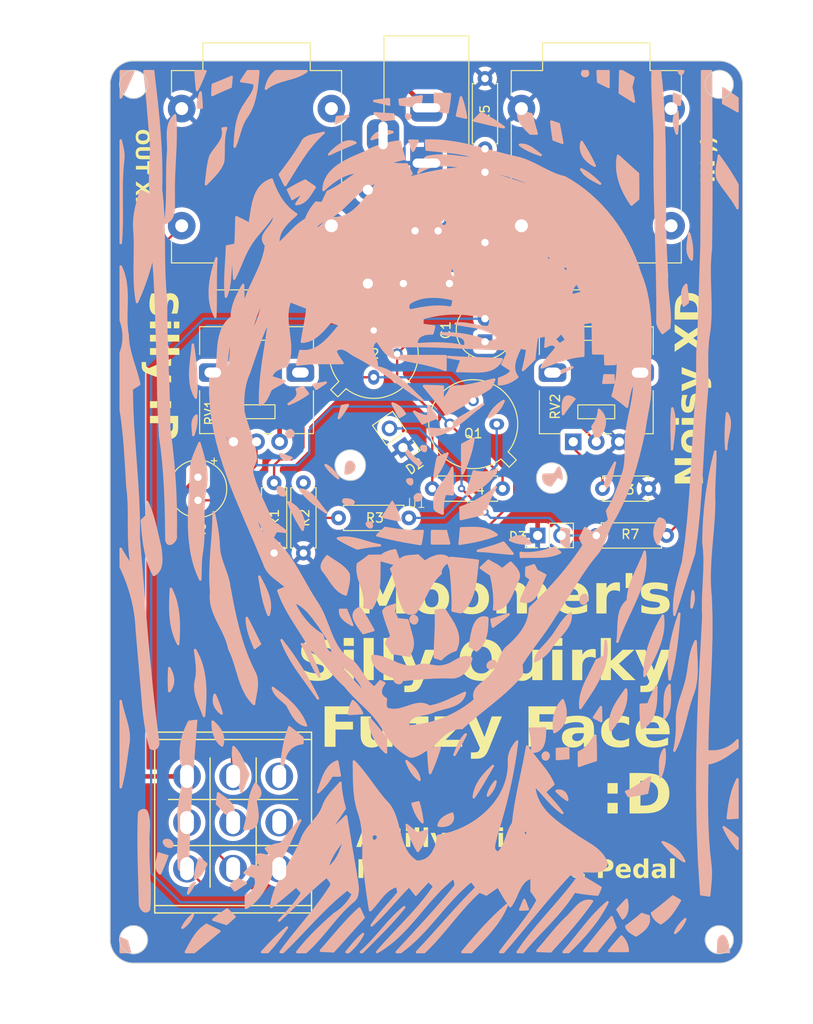
<source format=kicad_pcb>
(kicad_pcb (version 20221018) (generator pcbnew)
  (layers (0 "F.Cu" signal) (31 "B.Cu" signal) (34 "B.Paste" user) (35 "F.Paste" user) (36 "B.SilkS" user "B.Silkscreen") (37 "F.SilkS" user "F.Silkscreen") (38 "B.Mask" user) (39 "F.Mask" user) (44 "Edge.Cuts" user))
  (net 0 "")
  (net 1 "DRY")
  (net 2 "GND")
  (net 3 "WET")
  (net 4 "Net-(C3-Pad2)")
  (net 5 "Net-(Q1-C)")
  (net 6 "Net-(Q1-B)")
  (net 7 "Net-(Q1-E)")
  (net 8 "Net-(Q2-B)")
  (net 9 "9V")
  (net 10 "Net-(R2-Pad2)")
  (net 11 "Net-(C2-Pad2)")
  (net 12 "Net-(D2-A)")
  (net 13 "4.5v")
  (net 14 "OUT")
  (net 16 "Vin")
  (footprint "Diode_THT:D_DO-41_SOD81_P10.16mm_Horizontal" (layer "F.Cu") (at 181.61 54.61 90)
    (fp_text reference "D1")
    (fp_text value "1N4001")
  )
  (footprint "Potentiometer_THT:Potentiometer_Alps_RK09L_Single_Vertical" (layer "F.Cu") (at 167.045 71.755 90)
    (fp_text reference "RV1")
    (fp_text value "1K")
  )
  (footprint "Potentiometer_THT:Potentiometer_Alps_RK09L_Single_Vertical" (layer "F.Cu") (at 203.875 71.765 90)
    (fp_text reference "RV2")
    (fp_text value "500K")
  )
  (footprint "Capacitor_THT:C_Disc_D4.7mm_W2.5mm_P5.00mm" (layer "F.Cu") (at 185.46 54.61)
    (fp_text reference "C5")
    (fp_text value "0.1uF")
  )
  (footprint "Resistor_THT:R_Axial_DIN0207_L6.3mm_D2.5mm_P7.62mm_Horizontal" (layer "F.Cu") (at 194.31 32.385 -90)
    (fp_text reference "R5")
    (fp_text value "10K")
  )
  (footprint "CustomPedalParts:EmptyPedal" (layer "F.Cu") (at 186.893 78.918)
    (fp_text reference "U1")
    (fp_text value "~")
    (fp_line (start -33.2232 -45.8978) (end -33.2232 46.8122) (stroke (width 0.1)) (layer "Edge.Cuts"))
    (fp_line (start -30.6832 49.3522) (end 32.8168 49.3522) (stroke (width 0.1)) (layer "Edge.Cuts"))
    (fp_line (start 32.8168 -48.4378) (end -30.6832 -48.4378) (stroke (width 0.1)) (layer "Edge.Cuts"))
    (fp_line (start 35.3568 46.8122) (end 35.3568 -45.8978) (stroke (width 0.1)) (layer "Edge.Cuts"))
    (fp_arc (start -33.2232 -45.8978) (mid -32.479251 -47.693851) (end -30.6832 -48.4378) (stroke (width 0.1)) (layer "Edge.Cuts"))
    (fp_arc (start -30.6832 49.3522) (mid -32.479251 48.608251) (end -33.2232 46.8122) (stroke (width 0.1)) (layer "Edge.Cuts"))
    (fp_arc (start 32.8168 -48.4378) (mid 34.612851 -47.693851) (end 35.3568 -45.8978) (stroke (width 0.1)) (layer "Edge.Cuts"))
    (fp_arc (start 35.3568 46.8122) (mid 34.612851 48.608251) (end 32.8168 49.3522) (stroke (width 0.1)) (layer "Edge.Cuts"))
    (fp_circle (center -30.6832 -45.8978) (end -29.1592 -45.8978) (stroke (width 0.1)) (fill none) (layer "Edge.Cuts"))
    (fp_circle (center -30.6832 46.8122) (end -29.1592 46.8122) (stroke (width 0.1)) (fill none) (layer "Edge.Cuts"))
    (fp_circle (center 32.8168 -45.8978) (end 34.3408 -45.8978) (stroke (width 0.1)) (fill none) (layer "Edge.Cuts"))
    (fp_circle (center 32.8168 46.8122) (end 34.3408 46.8122) (stroke (width 0.1)) (fill none) (layer "Edge.Cuts"))
  )
  (footprint "Resistor_THT:R_Axial_DIN0207_L6.3mm_D2.5mm_P7.62mm_Horizontal" (layer "F.Cu") (at 178.435 80.01)
    (fp_text reference "R3")
    (fp_text value "8.2K")
  )
  (footprint "Resistor_THT:R_Axial_DIN0207_L6.3mm_D2.5mm_P7.62mm_Horizontal" (layer "F.Cu") (at 194.31 42.545 -90)
    (fp_text reference "R6")
    (fp_text value "10K")
  )
  (footprint "Resistor_THT:R_Axial_DIN0207_L6.3mm_D2.5mm_P7.62mm_Horizontal" (layer "F.Cu") (at 206.375 81.915)
    (fp_text reference "R7")
    (fp_text value "1K")
  )
  (footprint "Connector_PinHeader_2.54mm:PinHeader_1x02_P2.54mm_Vertical" (layer "F.Cu") (at 185.42 72.39 -145)
    (fp_text reference "D2")
    (fp_text value "LED")
  )
  (footprint "Resistor_THT:R_Axial_DIN0207_L6.3mm_D2.5mm_P7.62mm_Horizontal" (layer "F.Cu") (at 171.45 83.82 90)
    (fp_text reference "R1")
    (fp_text value "33K")
  )
  (footprint "Package_TO_SOT_THT:TO-39-3" (layer "F.Cu") (at 182.245 64.77 90)
    (fp_text reference "Q2")
    (fp_text value "PNP")
  )
  (footprint "Capacitor_THT:CP_Radial_Tantal_D6.0mm_P2.50mm" (layer "F.Cu") (at 186.73 48.895)
    (fp_text reference "C4")
    (fp_text value "100uF")
  )
  (footprint "Capacitor_THT:CP_Radial_Tantal_D6.0mm_P2.50mm" (layer "F.Cu") (at 163.195 75.605 -90)
    (fp_text reference "C2")
    (fp_text value "20uF")
  )
  (footprint "Capacitor_THT:CP_Radial_Tantal_D6.0mm_P2.50mm" (layer "F.Cu") (at 194.31 60.92 90)
    (fp_text reference "C1")
    (fp_text value "2.2uF")
  )
  (footprint "Capacitor_THT:C_Disc_D4.7mm_W2.5mm_P5.00mm" (layer "F.Cu") (at 212.05 76.835 180)
    (fp_text reference "C3")
    (fp_text value "0.1uF")
  )
  (footprint "Connector_PinHeader_2.54mm:PinHeader_1x02_P2.54mm_Vertical" (layer "F.Cu") (at 200.02 81.915 90)
    (fp_text reference "D3")
    (fp_text value "LED")
  )
  (footprint "Resistor_THT:R_Axial_DIN0207_L6.3mm_D2.5mm_P7.62mm_Horizontal" (layer "F.Cu") (at 174.625 83.82 90)
    (fp_text reference "R2")
    (fp_text value "470")
  )
  (footprint "Resistor_THT:R_Axial_DIN0207_L6.3mm_D2.5mm_P7.62mm_Horizontal" (layer "F.Cu") (at 188.595 76.835)
    (fp_text reference "R4")
    (fp_text value "100K")
  )
  (footprint "Package_TO_SOT_THT:TO-39-3" (layer "F.Cu") (at 195.58 69.85 180)
    (fp_text reference "Q1")
    (fp_text value "PNP")
  )
  (gr_poly (pts (xy 189.695158 89.979792) (xy 189.651104 89.980177) (xy 189.606818 89.982521) (xy 189.562338 89.986561) (xy 189.517704 89.992033) (xy 189.428129 90.006217) (xy 189.338409 90.022962) (xy 189.248856 90.040159) (xy 189.159785 90.055699) (xy 189.115528 90.062187) (xy 189.07151 90.06747) (xy 189.02777 90.071283) (xy 188.984346 90.073362) (xy 189.000915 90.702857) (xy 188.999531 91.331725) (xy 188.984801 91.960094) (xy 188.961329 92.588087) (xy 188.906579 93.843446) (xy 188.884511 94.471062) (xy 188.872121 95.098803) (xy 189.540781 95.334169) (xy 189.624055 95.248154) (xy 189.7094 95.164697) (xy 189.796819 95.083912) (xy 189.886316 95.005913) (xy 189.977896 94.930813) (xy 190.071564 94.858727) (xy 190.167323 94.789766) (xy 190.265177 94.724046) (xy 190.365132 94.661679) (xy 190.46719 94.602779) (xy 190.571357 94.54746) (xy 190.677637 94.495835) (xy 190.786034 94.448018) (xy 190.896552 94.404123) (xy 191.009195 94.364262) (xy 191.123968 94.32855) (xy 191.190161 94.177328) (xy 191.246065 94.02753) (xy 191.29205 93.879126) (xy 191.328481 93.732083) (xy 191.355728 93.58637) (xy 191.374158 93.441954) (xy 191.384138 93.298805) (xy 191.386037 93.15689) (xy 191.380221 93.016177) (xy 191.36706 92.876635) (xy 191.34692 92.738232) (xy 191.32017 92.600936) (xy 191.287177 92.464715) (xy 191.248308 92.329538) (xy 191.154418 92.062186) (xy 191.04144 91.798627) (xy 190.912317 91.538606) (xy 190.76999 91.281869) (xy 190.617403 91.028161) (xy 190.293214 90.528815) (xy 189.963285 90.038534) (xy 189.947026 90.03107) (xy 189.930688 90.024186) (xy 189.914274 90.017866) (xy 189.897787 90.012093) (xy 189.881229 90.006853) (xy 189.864602 90.002129) (xy 189.84791 89.997905) (xy 189.831155 89.994166) (xy 189.81434 89.990895) (xy 189.797467 89.988077) (xy 189.780538 89.985696) (xy 189.763557 89.983735) (xy 189.746526 89.98218) (xy 189.729447 89.981013) (xy 189.695158 89.979784)) (stroke (width 0.267452)) (fill solid) (layer "B.SilkS"))
  (gr_poly (pts (xy 168.492337 91.068852) (xy 168.505264 91.28142) (xy 168.527609 91.492078) (xy 168.558659 91.700936) (xy 168.597701 91.908104) (xy 168.644022 92.113689) (xy 168.69691 92.317803) (xy 168.75565 92.520554) (xy 168.819531 92.72205) (xy 168.887838 92.922403) (xy 169.034883 93.320112) (xy 169.350725 94.106607) (xy 169.631567 93.887579) (xy 169.912408 93.670553) (xy 169.733235 93.319289) (xy 169.557696 92.96611) (xy 169.211004 92.257397) (xy 168.859298 91.55119) (xy 168.67749 91.201144) (xy 168.489542 90.854265)) (stroke (width 0.267452)) (fill solid) (layer "B.SilkS"))
  (gr_poly (pts (xy 186.125341 39.116067) (xy 186.125343 39.116067) (xy 186.125341 39.116062)) (stroke (width 0.267452)) (fill solid) (layer "B.SilkS"))
  (gr_poly (pts (xy 212.889185 98.302905) (xy 212.889186 98.302904) (xy 212.889186 98.302881)) (stroke (width 0.267452)) (fill solid) (layer "B.SilkS"))
  (gr_poly (pts (xy 196.412699 90.602964) (xy 195.946852 90.746639) (xy 195.018156 91.041513) (xy 195.162584 91.7931) (xy 195.600108 91.470309) (xy 196.033108 91.142491) (xy 196.247444 90.976075) (xy 196.460089 90.807655) (xy 196.670857 90.636981) (xy 196.87956 90.463804)) (stroke (width 0.267452)) (fill solid) (layer "B.SilkS"))
  (gr_poly (pts (xy 164.885202 79.932206) (xy 164.873218 80.472194) (xy 164.819839 81.550444) (xy 164.659051 83.702883) (xy 164.587997 84.778696) (xy 164.547406 85.855322) (xy 164.544215 86.394193) (xy 164.555456 86.933571) (xy 164.583401 87.473559) (xy 164.630323 88.014257) (xy 164.605865 88.230104) (xy 164.59372 88.442498) (xy 164.593208 88.651641) (xy 164.603651 88.857731) (xy 164.62437 89.06097) (xy 164.654687 89.261556) (xy 164.693923 89.459689) (xy 164.741398 89.655569) (xy 164.858354 90.041371) (xy 165.000125 90.420559) (xy 165.161281 90.794732) (xy 165.336392 91.165489) (xy 165.706758 91.903147) (xy 165.891154 92.273246) (xy 166.067785 92.646322) (xy 166.231221 93.023975) (xy 166.376032 93.407803) (xy 166.496788 93.799404) (xy 166.546449 93.998619) (xy 166.58806 94.200376) (xy 166.764307 94.573182) (xy 166.9215 94.955156) (xy 167.063467 95.344369) (xy 167.194037 95.738895) (xy 167.678894 97.331574) (xy 167.809892 97.723749) (xy 167.95246 98.109672) (xy 168.110425 98.487414) (xy 168.287614 98.855048) (xy 168.487857 99.210647) (xy 168.597819 99.38333) (xy 168.71498 99.552282) (xy 168.839818 99.717261) (xy 168.972812 99.878027) (xy 169.11444 100.034338) (xy 169.26518 100.185953) (xy 169.294644 99.963652) (xy 169.330391 99.739326) (xy 169.411772 99.286274) (xy 169.491398 98.830151) (xy 169.52495 98.601985) (xy 169.55134 98.37431) (xy 169.568328 98.147543) (xy 169.573673 97.922104) (xy 169.565133 97.698413) (xy 169.540468 97.476888) (xy 169.521388 97.367069) (xy 169.497437 97.257948) (xy 169.468334 97.149579) (xy 169.433799 97.042014) (xy 169.393552 96.935305) (xy 169.347313 96.829503) (xy 169.294802 96.724663) (xy 169.235738 96.620836) (xy 168.975199 96.081394) (xy 168.732442 95.53553) (xy 168.506383 94.983717) (xy 168.295936 94.426431) (xy 168.100016 93.864145) (xy 167.917538 93.297333) (xy 167.588566 92.15203) (xy 167.300339 90.994316) (xy 167.044175 89.827985) (xy 166.811392 88.656829) (xy 166.593309 87.484644) (xy 166.553335 87.209869) (xy 166.499055 86.938796) (xy 166.432645 86.670866) (xy 166.356285 86.405518) (xy 166.272152 86.142193) (xy 166.182426 85.880328) (xy 165.994902 85.358743) (xy 165.81114 84.83628) (xy 165.726115 84.573319) (xy 165.648564 84.308458) (xy 165.580667 84.041136) (xy 165.524601 83.770794) (xy 165.482544 83.49687) (xy 165.456674 83.218805) (xy 165.431753 82.734146) (xy 165.391694 82.25108) (xy 165.337408 81.769704) (xy 165.269801 81.290112) (xy 165.189784 80.812401) (xy 165.098263 80.336666) (xy 164.996148 79.863003) (xy 164.884351 79.391524)) (stroke (width 0.267452)) (fill solid) (layer "B.SilkS"))
  (gr_poly (pts (xy 209.410214 121.660584) (xy 209.162916 121.925076) (xy 208.918627 122.193081) (xy 208.676839 122.464342) (xy 209.243912 123.413843) (xy 209.296847 123.362811) (xy 209.346384 123.310541) (xy 209.392605 123.257079) (xy 209.435595 123.202473) (xy 209.475434 123.146769) (xy 209.512205 123.090015) (xy 209.54599 123.032257) (xy 209.576872 122.973544) (xy 209.630255 122.853436) (xy 209.673012 122.730068) (xy 209.705801 122.603815) (xy 209.729282 122.475055) (xy 209.744112 122.344163) (xy 209.750951 122.211516) (xy 209.750456 122.077491) (xy 209.743286 121.942464) (xy 209.7301 121.80681) (xy 209.711556 121.670907) (xy 209.688313 121.535131) (xy 209.661029 121.399859)) (stroke (width 0.267452)) (fill solid) (layer "B.SilkS"))
  (gr_poly (pts (xy 154.820089 58.591532) (xy 154.891078 58.807152) (xy 154.95348 59.024577) (xy 155.007106 59.243546) (xy 155.051768 59.463795) (xy 155.087279 59.685063) (xy 155.11345 59.907086) (xy 155.130092 60.129604) (xy 155.137019 60.352352) (xy 155.134041 60.575068) (xy 155.120972 60.797492) (xy 155.097622 61.019359) (xy 155.063804 61.240407) (xy 155.01933 61.460374) (xy 154.964011 61.678998) (xy 154.89766 61.896016) (xy 154.820089 62.111166) (xy 154.820089 68.281397) (xy 154.9709 69.307942) (xy 155.09533 70.337209) (xy 155.197827 71.368669) (xy 155.282838 72.401789) (xy 155.418193 74.470883) (xy 155.536977 76.540239) (xy 155.601917 77.085404) (xy 155.649175 77.631588) (xy 155.68157 78.178619) (xy 155.701918 78.726325) (xy 155.717741 79.82307) (xy 155.719178 80.920444) (xy 155.728764 82.017065) (xy 155.769035 83.111554) (xy 155.807718 83.657567) (xy 155.862524 84.20253) (xy 155.936268 84.74627) (xy 156.031766 85.288614) (xy 155.711553 84.815727) (xy 155.554352 84.577589) (xy 155.399843 84.33782) (xy 155.248594 84.096044) (xy 155.101173 83.851886) (xy 154.958146 83.604971) (xy 154.820081 83.354921) (xy 154.820081 85.318048) (xy 155.003855 85.717042) (xy 155.178889 86.119608) (xy 155.344904 86.52562) (xy 155.501623 86.934954) (xy 155.648768 87.347485) (xy 155.786059 87.763087) (xy 155.91322 88.181634) (xy 156.029971 88.603003) (xy 156.136034 89.027066) (xy 156.231132 89.4537) (xy 156.314985 89.882779) (xy 156.387316 90.314178) (xy 156.447847 90.747771) (xy 156.496299 91.183433) (xy 156.532393 91.62104) (xy 156.555853 92.060465) (xy 157.197836 99.527643) (xy 157.250627 100.211097) (xy 157.315791 100.894742) (xy 157.39493 101.57751) (xy 157.489643 102.258337) (xy 157.601531 102.936155) (xy 157.732196 103.609899) (xy 157.883238 104.278501) (xy 158.056257 104.940897) (xy 158.100141 104.96784) (xy 158.143491 104.990584) (xy 158.186245 105.009255) (xy 158.228339 105.023978) (xy 158.269708 105.03488) (xy 158.310289 105.042087) (xy 158.350018 105.045723) (xy 158.388832 105.045916) (xy 158.426667 105.04279) (xy 158.46346 105.036472) (xy 158.499145 105.027088) (xy 158.533661 105.014763) (xy 158.566943 104.999623) (xy 158.598927 104.981794) (xy 158.629549 104.961402) (xy 158.658747 104.938573) (xy 158.686456 104.913432) (xy 158.712612 104.886106) (xy 158.737152 104.85672) (xy 158.760013 104.8254) (xy 158.78113 104.792271) (xy 158.800439 104.757461) (xy 158.817878 104.721094) (xy 158.833381 104.683297) (xy 158.846887 104.644194) (xy 158.85833 104.603913) (xy 158.867647 104.562579) (xy 158.874775 104.520317) (xy 158.87965 104.477254) (xy 158.882207 104.433516) (xy 158.882384 104.389227) (xy 158.880117 104.344515) (xy 158.528046 101.583118) (xy 158.21687 98.815921) (xy 157.686242 93.269018) (xy 156.77519 82.159418) (xy 156.775679 80.139988) (xy 156.70537 78.123061) (xy 156.585982 76.107887) (xy 156.439231 74.093715) (xy 156.150516 70.065374) (xy 156.051987 68.049704) (xy 156.012968 66.032034) (xy 156.823423 65.518583) (xy 156.750246 65.185939) (xy 156.667398 64.855663) (xy 156.480402 64.200417) (xy 156.075182 62.898536) (xy 155.887803 62.244696) (xy 155.804669 61.915475) (xy 155.731142 61.584119) (xy 155.66915 61.250178) (xy 155.62062 60.913202) (xy 155.587481 60.57274) (xy 155.571661 60.228342) (xy 155.500105 59.763677) (xy 155.454681 59.294945) (xy 155.430489 58.822968) (xy 155.422634 58.34857) (xy 155.456636 56.443217) (xy 155.457007 55.969054) (xy 155.444332 55.497405) (xy 155.413714 55.029094) (xy 155.360255 54.564945) (xy 155.27906 54.105779) (xy 155.165231 53.65242) (xy 155.094548 53.428175) (xy 155.01387 53.20569) (xy 154.922585 52.985069) (xy 154.820081 52.766413)) (stroke (width 0.267452)) (fill solid) (layer "B.SilkS"))
  (gr_poly (pts (xy 154.820074 50.212572) (xy 154.866653 49.650656) (xy 154.899471 49.088258) (xy 154.93221 47.962346) (xy 154.935055 46.835493) (xy 154.924771 45.708358) (xy 154.918123 44.581599) (xy 154.931876 43.455874) (xy 154.982795 42.331842) (xy 155.02743 41.770666) (xy 155.087644 41.210159) (xy 155.102652 41.075952) (xy 155.110922 40.942111) (xy 155.112992 40.808631) (xy 155.109399 40.675502) (xy 155.100681 40.542718) (xy 155.087373 40.41027) (xy 155.070014 40.278152) (xy 155.04914 40.146354) (xy 154.998996 39.883691) (xy 154.94124 39.62222) (xy 154.820074 39.102607)) (stroke (width 0.267452)) (fill solid) (layer "B.SilkS"))
  (gr_poly (pts (xy 196.633856 85.219018) (xy 196.40702 85.398834) (xy 196.181463 85.580408) (xy 195.625169 85.179178) (xy 195.288904 85.672658) (xy 194.956649 86.166132) (xy 195.060309 86.627044) (xy 195.151086 87.090812) (xy 195.22663 87.557027) (xy 195.284591 88.02528) (xy 195.306244 88.260043) (xy 195.322619 88.495162) (xy 195.333424 88.730587) (xy 195.338364 88.966266) (xy 195.337146 89.202149) (xy 195.329476 89.438184) (xy 195.315059 89.674319) (xy 195.293604 89.910505) (xy 195.435246 89.911763) (xy 195.570477 89.901356) (xy 195.699531 89.879828) (xy 195.822642 89.847723) (xy 195.940043 89.805584) (xy 196.051967 89.753955) (xy 196.158649 89.693379) (xy 196.260321 89.624401) (xy 196.357218 89.547563) (xy 196.449572 89.463409) (xy 196.537619 89.372484) (xy 196.62159 89.27533) (xy 196.778242 89.064511) (xy 196.921398 88.835302) (xy 197.052926 88.592052) (xy 197.174695 88.33911) (xy 197.396429 87.821545) (xy 197.60155 87.317399) (xy 197.702552 87.08123) (xy 197.805008 86.861464) (xy 197.848434 86.787599) (xy 197.885107 86.714443) (xy 197.915277 86.641999) (xy 197.939193 86.570269) (xy 197.957108 86.499255) (xy 197.969272 86.428962) (xy 197.975935 86.359392) (xy 197.977349 86.290547) (xy 197.973763 86.222432) (xy 197.965429 86.155048) (xy 197.952598 86.088399) (xy 197.93552 86.022487) (xy 197.914446 85.957316) (xy 197.889626 85.892889) (xy 197.861312 85.829207) (xy 197.829754 85.766275) (xy 197.795203 85.704096) (xy 197.757909 85.642671) (xy 197.676098 85.522098) (xy 197.586325 85.404581) (xy 197.490597 85.290143) (xy 197.39092 85.178807) (xy 197.2893 85.070596) (xy 197.088253 84.863646)) (stroke (width 0.267452)) (fill solid) (layer "B.SilkS"))
  (gr_poly (pts (xy 159.820491 114.916872) (xy 159.820493 114.916872) (xy 159.820489 114.916872)) (stroke (width 0.267452)) (fill solid) (layer "B.SilkS"))
  (gr_poly (pts (xy 179.244585 78.012987) (xy 179.21892 78.013227) (xy 179.193362 78.013779) (xy 179.142634 78.015714) (xy 179.092538 78.018585) (xy 179.043214 78.022188) (xy 179.002939 78.059898) (xy 178.973473 78.097207) (xy 178.9542 78.133963) (xy 178.944507 78.170016) (xy 178.943777 78.205215) (xy 178.951396 78.239409) (xy 178.966748 78.272447) (xy 178.989219 78.304179) (xy 179.018193 78.334453) (xy 179.053055 78.363119) (xy 179.093191 78.390027) (xy 179.137985 78.415024) (xy 179.186822 78.43796) (xy 179.239087 78.458685) (xy 179.294165 78.477047) (xy 179.351441 78.492897) (xy 179.470125 78.516452) (xy 179.530304 78.523856) (xy 179.590221 78.528144) (xy 179.64926 78.529165) (xy 179.706806 78.526767) (xy 179.762245 78.5208) (xy 179.814961 78.511114) (xy 179.864339 78.497556) (xy 179.909764 78.479977) (xy 179.950621 78.458226) (xy 179.986295 78.432151) (xy 180.016171 78.401602) (xy 180.039634 78.366428) (xy 180.056068 78.326479) (xy 180.064859 78.281603) (xy 180.024533 78.243847) (xy 179.981905 78.209519) (xy 179.937156 78.178484) (xy 179.890465 78.150607) (xy 179.842015 78.12575) (xy 179.791985 78.10378) (xy 179.740557 78.084559) (xy 179.687911 78.067952) (xy 179.634228 78.053824) (xy 179.579688 78.042039) (xy 179.524473 78.03246) (xy 179.468762 78.024953) (xy 179.412737 78.019381) (xy 179.356579 78.01561) (xy 179.300468 78.013502) (xy 179.244585 78.012922)) (stroke (width 0.267452)) (fill solid) (layer "B.SilkS"))
  (gr_poly (pts (xy 213.100226 80.221548) (xy 213.006264 80.376882) (xy 212.923437 80.540827) (xy 212.852201 80.712016) (xy 212.793017 80.889081) (xy 212.746342 81.070655) (xy 212.712635 81.255372) (xy 212.692353 81.441863) (xy 212.685956 81.628761) (xy 212.693902 81.814699) (xy 212.71665 81.998311) (xy 212.754657 82.178228) (xy 212.779526 82.266373) (xy 212.808382 82.353083) (xy 212.841282 82.438185) (xy 212.878283 82.521509) (xy 212.919444 82.602884) (xy 212.96482 82.682139) (xy 213.014469 82.759103) (xy 213.06845 82.833605) (xy 213.09093 82.75709) (xy 213.119286 82.675291) (xy 213.190809 82.497703) (xy 213.373346 82.099619) (xy 213.570928 81.66919) (xy 213.661257 81.451171) (xy 213.738422 81.236255) (xy 213.770305 81.131126) (xy 213.796782 81.028172) (xy 213.817147 80.927858) (xy 213.830695 80.83065) (xy 213.836721 80.737016) (xy 213.83452 80.647421) (xy 213.823386 80.562332) (xy 213.802615 80.482214) (xy 213.7715 80.407533) (xy 213.729338 80.338757) (xy 213.675422 80.276351) (xy 213.609048 80.220782) (xy 213.529511 80.172515) (xy 213.436104 80.132017) (xy 213.328123 80.099754) (xy 213.204863 80.076193)) (stroke (width 0.267452)) (fill solid) (layer "B.SilkS"))
  (gr_poly (pts (xy 171.555511 31.679961) (xy 171.445941 31.773199) (xy 171.34333 31.871733) (xy 171.24749 31.975265) (xy 171.158232 32.083499) (xy 171.075369 32.196135) (xy 170.998712 32.312877) (xy 170.928073 32.433426) (xy 170.863263 32.557486) (xy 170.804094 32.684759) (xy 170.750379 32.814947) (xy 170.701929 32.947752) (xy 170.658555 33.082878) (xy 170.62007 33.220025) (xy 170.586285 33.358898) (xy 170.557012 33.499197) (xy 170.678399 33.399337) (xy 170.802731 33.306567) (xy 170.929817 33.220436) (xy 171.059469 33.140496) (xy 171.325711 32.997391) (xy 171.59994 32.873661) (xy 171.880641 32.765712) (xy 172.166297 32.669952) (xy 172.746411 32.500626) (xy 173.328155 32.336941) (xy 173.615848 32.248232) (xy 173.899401 32.150155) (xy 174.177297 32.039118) (xy 174.44802 31.911528) (xy 174.710055 31.763791) (xy 174.83734 31.681245) (xy 174.961885 31.592316) (xy 171.672227 31.592316)) (stroke (width 0.267452)) (fill solid) (layer "B.SilkS"))
  (gr_poly (pts (xy 220.12915 35.050457) (xy 220.52201 35.261171) (xy 220.913115 35.474404) (xy 221.10746 35.583059) (xy 221.300709 35.693655) (xy 221.492641 35.806631) (xy 221.683038 35.922422) (xy 221.683038 34.539638) (xy 221.493882 34.399293) (xy 221.303624 34.260859) (xy 220.920438 33.988346) (xy 220.147808 33.4511)) (stroke (width 0.267452)) (fill solid) (layer "B.SilkS"))
  (gr_poly (pts (xy 189.717201 73.250091) (xy 189.195669 73.470053) (xy 189.135854 73.733211) (xy 189.079209 73.997185) (xy 189.026389 74.262038) (xy 188.978053 74.527832) (xy 188.934856 74.794629) (xy 188.897458 75.06249) (xy 188.866513 75.331478) (xy 188.84268 75.601656) (xy 188.962256 75.460607) (xy 189.075548 75.315489) (xy 189.182978 75.166617) (xy 189.28497 75.01431) (xy 189.381947 74.858884) (xy 189.474331 74.700658) (xy 189.562547 74.539948) (xy 189.647018 74.377071) (xy 189.806415 74.046087) (xy 189.95591 73.710245) (xy 190.238732 73.034142)) (stroke (width 0.267452)) (fill solid) (layer "B.SilkS"))
  (gr_poly (pts (xy 163.437929 33.994246) (xy 163.404161 34.09428) (xy 163.373379 34.195067) (xy 163.345383 34.296545) (xy 163.319972 34.39865) (xy 163.296948 34.501319) (xy 163.257257 34.708101) (xy 163.224712 34.916387) (xy 163.197713 35.125675) (xy 163.174662 35.335462) (xy 163.153959 35.545247) (xy 163.597887 35.545247) (xy 163.577541 35.132071) (xy 163.551427 34.719136) (xy 163.517793 34.306702) (xy 163.497606 34.100753) (xy 163.474882 33.895027)) (stroke (width 0.267452)) (fill solid) (layer "B.SilkS"))
  (gr_poly (pts (xy 154.820074 109.204203) (xy 154.896989 108.922237) (xy 154.96765 108.639069) (xy 155.09251 108.069579) (xy 155.19926 107.49664) (xy 155.292504 106.921163) (xy 155.622518 104.612047) (xy 155.649197 104.458898) (xy 155.669275 104.306333) (xy 155.690933 104.002838) (xy 155.690101 103.701341) (xy 155.66939 103.401618) (xy 155.631408 103.103446) (xy 155.578765 102.806601) (xy 155.514071 102.510861) (xy 155.439935 102.216002) (xy 155.273775 101.628034) (xy 155.101161 101.040913) (xy 154.942969 100.452854) (xy 154.875804 100.157914) (xy 154.820074 99.86207)) (stroke (width 0.267452)) (fill solid) (layer "B.SilkS"))
  (gr_poly (pts (xy 193.86828 67.839158) (xy 193.606149 68.005103) (xy 193.069923 68.322087) (xy 191.984499 68.93987) (xy 191.717708 69.099996) (xy 191.455234 69.265498) (xy 191.198323 69.437926) (xy 190.948221 69.618833) (xy 190.706173 69.809771) (xy 190.473426 70.012291) (xy 190.251224 70.227945) (xy 190.040815 70.458284) (xy 189.144872 70.410504) (xy 188.24893 70.356707) (xy 188.401373 71.110914) (xy 188.616293 71.091984) (xy 188.827384 71.062591) (xy 189.034794 71.023207) (xy 189.238674 70.974307) (xy 189.439176 70.916365) (xy 189.636448 70.849855) (xy 189.830641 70.775251) (xy 190.021907 70.693028) (xy 190.210394 70.603658) (xy 190.396254 70.507617) (xy 190.760693 70.297415) (xy 191.116427 70.066214) (xy 191.464658 69.817807) (xy 191.806589 69.555985) (xy 192.143423 69.284541) (xy 192.806614 68.727956) (xy 193.463852 68.178388) (xy 193.793247 67.915717) (xy 194.124763 67.666178) (xy 194.124763 67.666174)) (stroke (width 0.267452)) (fill solid) (layer "B.SilkS"))
  (gr_poly (pts (xy 182.307516 84.120477) (xy 181.720472 84.130896) (xy 181.578181 84.247228) (xy 181.434163 84.361519) (xy 181.28845 84.473739) (xy 181.141074 84.583857) (xy 180.992068 84.691844) (xy 180.841466 84.79767) (xy 180.689299 84.901304) (xy 180.5356 85.002718) (xy 180.512925 85.158203) (xy 180.499158 85.311824) (xy 180.493693 85.463707) (xy 180.495926 85.613977) (xy 180.505253 85.76276) (xy 180.521067 85.910183) (xy 180.569742 86.201449) (xy 180.637113 86.488782) (xy 180.71834 86.773188) (xy 180.903013 87.337249) (xy 181.085054 87.901685) (xy 181.16299 88.186562) (xy 181.225754 88.474552) (xy 181.268505 88.766664) (xy 181.280864 88.91458) (xy 181.286406 89.063903) (xy 181.284526 89.214761) (xy 181.274618 89.367278) (xy 181.256079 89.52158) (xy 181.228304 89.677794) (xy 181.619437 89.743681) (xy 182.006559 89.811579) (xy 182.183801 89.512437) (xy 182.334794 89.206196) (xy 182.461622 88.89353) (xy 182.566369 88.575112) (xy 182.651121 88.251616) (xy 182.71796 87.923716) (xy 182.768971 87.592086) (xy 182.806239 87.257401) (xy 182.831848 86.920334) (xy 182.847882 86.581558) (xy 182.859561 85.901579) (xy 182.859727 84.550779) (xy 182.878526 84.334066) (xy 182.894556 84.112104)) (stroke (width 0.267452)) (fill solid) (layer "B.SilkS"))
  (gr_poly (pts (xy 201.84349 83.242871) (xy 201.843498 83.242868) (xy 201.843486 83.242868)) (stroke (width 0.267452)) (fill solid) (layer "B.SilkS"))
  (gr_poly (pts (xy 220.345162 113.854173) (xy 220.422287 114.01077) (xy 220.502061 114.16589) (xy 220.584531 114.319457) (xy 220.669743 114.471399) (xy 220.757745 114.62164) (xy 220.848583 114.770106) (xy 220.942305 114.916723) (xy 221.038957 115.061417) (xy 221.138586 115.204112) (xy 221.24124 115.344736) (xy 221.346965 115.483212) (xy 221.455809 115.619468) (xy 221.567817 115.753429) (xy 221.683038 115.885019) (xy 221.683038 114.724337) (xy 221.507695 114.563067) (xy 221.328872 114.406027) (xy 221.146851 114.252936) (xy 220.961915 114.103511) (xy 220.774347 113.957471) (xy 220.584428 113.814535) (xy 220.392441 113.67442) (xy 220.198669 113.536844)) (stroke (width 0.267452)) (fill solid) (layer "B.SilkS"))
  (gr_poly (pts (xy 172.972978 103.065804) (xy 172.859653 103.428694) (xy 172.755293 103.79366) (xy 172.660118 104.16058) (xy 172.574346 104.529332) (xy 172.498196 104.899796) (xy 172.431889 105.271851) (xy 172.375642 105.645374) (xy 172.329675 106.020245) (xy 172.294208 106.396343) (xy 172.26946 106.773546) (xy 172.255649 107.151732) (xy 172.252994 107.530782) (xy 172.261716 107.910572) (xy 172.282033 108.290983) (xy 172.314165 108.671892) (xy 172.324942 108.016503) (xy 172.337333 107.67514) (xy 172.358781 107.330213) (xy 172.392576 106.985882) (xy 172.44201 106.646307) (xy 172.47362 106.479603) (xy 172.510373 106.315649) (xy 172.552683 106.154964) (xy 172.600958 105.998069) (xy 172.655612 105.845483) (xy 172.717056 105.697727) (xy 172.7857 105.55532) (xy 172.861957 105.418783) (xy 172.946237 105.288636) (xy 173.038952 105.165399) (xy 173.140514 105.049592) (xy 173.251334 104.941734) (xy 173.371823 104.842347) (xy 173.502393 104.75195) (xy 173.643454 104.671063) (xy 173.79542 104.600207) (xy 173.9587 104.5399) (xy 174.133706 104.490665) (xy 174.32085 104.453019) (xy 174.520544 104.427485) (xy 174.523344 103.865801) (xy 174.170801 103.568978) (xy 173.815237 103.276429) (xy 173.456662 102.988393) (xy 173.09509 102.705111) (xy 173.095048 102.705111)) (stroke (width 0.267452)) (fill solid) (layer "B.SilkS"))
  (gr_poly (pts (xy 190.505572 112.155503) (xy 190.385666 112.206633) (xy 190.267385 112.260913) (xy 190.151565 112.31889) (xy 190.039039 112.381113) (xy 189.930642 112.448132) (xy 189.827209 112.520493) (xy 189.777615 112.55885) (xy 189.729575 112.598748) (xy 189.683192 112.640256) (xy 189.638572 112.683443) (xy 189.59582 112.728377) (xy 189.555038 112.775127) (xy 189.516332 112.823762) (xy 189.479805 112.874349) (xy 189.445563 112.926959) (xy 189.413709 112.981659) (xy 189.384348 113.038517) (xy 189.357584 113.097603) (xy 189.333521 113.158985) (xy 189.312264 113.222731) (xy 189.293917 113.28891) (xy 189.278585 113.357592) (xy 189.360798 113.369105) (xy 189.443283 113.37755) (xy 189.525778 113.382897) (xy 189.608021 113.385117) (xy 189.689751 113.384182) (xy 189.770707 113.380063) (xy 189.850626 113.37273) (xy 189.929248 113.362154) (xy 190.006311 113.348308) (xy 190.081553 113.331161) (xy 190.154712 113.310685) (xy 190.225528 113.286852) (xy 190.293739 113.259631) (xy 190.359083 113.228995) (xy 190.421298 113.194915) (xy 190.480124 113.15736) (xy 190.535299 113.116303) (xy 190.58656 113.071715) (xy 190.633647 113.023566) (xy 190.676299 112.971829) (xy 190.714253 112.916473) (xy 190.747248 112.85747) (xy 190.775022 112.794791) (xy 190.797315 112.728408) (xy 190.813864 112.65829) (xy 190.824408 112.58441) (xy 190.828685 112.506739) (xy 190.826435 112.425247) (xy 190.817394 112.339905) (xy 190.801303 112.250685) (xy 190.777899 112.157558) (xy 190.746921 112.060495)) (stroke (width 0.267452)) (fill solid) (layer "B.SilkS"))
  (gr_poly (pts (xy 216.80478 88.171596) (xy 216.774956 88.391307) (xy 216.750145 88.611651) (xy 216.730471 88.832561) (xy 216.716064 89.053972) (xy 216.707048 89.275818) (xy 216.703552 89.498035) (xy 216.705701 89.720556) (xy 216.75169 89.61508) (xy 216.792406 89.508347) (xy 216.827906 89.400483) (xy 216.858242 89.291615) (xy 216.88347 89.181868) (xy 216.903645 89.071367) (xy 216.918822 88.960238) (xy 216.929054 88.848608) (xy 216.934397 88.736601) (xy 216.934905 88.624344) (xy 216.930634 88.511962) (xy 216.921637 88.399581) (xy 216.907969 88.287327) (xy 216.889685 88.175325) (xy 216.86684 88.063701) (xy 216.839489 87.952581)) (stroke (width 0.267452)) (fill solid) (layer "B.SilkS"))
  (gr_poly (pts (xy 182.162182 94.98768) (xy 182.141583 94.987988) (xy 182.100271 94.98897) (xy 182.105713 95.116458) (xy 182.118832 95.239242) (xy 182.139328 95.357443) (xy 182.1669 95.471184) (xy 182.20125 95.580585) (xy 182.242078 95.685771) (xy 182.289083 95.786861) (xy 182.341967 95.883978) (xy 182.400429 95.977244) (xy 182.46417 96.066781) (xy 182.532891 96.152711) (xy 182.606291 96.235156) (xy 182.684071 96.314238) (xy 182.765931 96.390078) (xy 182.940693 96.532521) (xy 183.12818 96.663462) (xy 183.325995 96.783876) (xy 183.531739 96.894739) (xy 183.743016 96.997025) (xy 183.957428 97.09171) (xy 184.172578 97.17977) (xy 184.595503 97.339914) (xy 184.681514 97.366481) (xy 184.767084 97.39399) (xy 184.937157 97.451578) (xy 185.106227 97.512176) (xy 185.274801 97.575281) (xy 186.616547 97.452699) (xy 187.287602 97.395147) (xy 187.959067 97.344895) (xy 188.631158 97.305553) (xy 189.304093 97.280726) (xy 189.978088 97.274023) (xy 190.65336 97.289049) (xy 190.762526 97.289435) (xy 190.869354 97.283699) (xy 190.973811 97.272036) (xy 191.075862 97.254641) (xy 191.175475 97.231706) (xy 191.272614 97.203425) (xy 191.367247 97.169994) (xy 191.45934 97.131604) (xy 191.548858 97.088451) (xy 191.635769 97.040728) (xy 191.720038 96.98863) (xy 191.801631 96.932349) (xy 191.880515 96.87208) (xy 191.956657 96.808017) (xy 192.030021 96.740354) (xy 192.100575 96.669284) (xy 192.233117 96.5177) (xy 192.354011 96.354818) (xy 192.462987 96.182188) (xy 192.559777 96.00136) (xy 192.644108 95.813887) (xy 192.715711 95.62132) (xy 192.774317 95.425209) (xy 192.819654 95.227106) (xy 192.719493 95.186741) (xy 192.621036 95.155107) (xy 192.524188 95.131755) (xy 192.428851 95.116232) (xy 192.334929 95.108088) (xy 192.242324 95.106872) (xy 192.150939 95.112133) (xy 192.060677 95.12342) (xy 191.971442 95.140281) (xy 191.883136 95.162267) (xy 191.795663 95.188925) (xy 191.708925 95.219804) (xy 191.537269 95.292425) (xy 191.367391 95.376521) (xy 190.690151 95.755492) (xy 190.517531 95.842841) (xy 190.342035 95.920016) (xy 190.252967 95.953661) (xy 190.162888 95.98341) (xy 190.071703 96.008811) (xy 189.979314 96.029413) (xy 189.889755 96.058283) (xy 189.800107 96.081922) (xy 189.710375 96.100663) (xy 189.620563 96.114837) (xy 189.530676 96.124778) (xy 189.440721 96.130818) (xy 189.260619 96.132525) (xy 189.080299 96.122619) (xy 188.899798 96.10376) (xy 188.538413 96.049825) (xy 188.176776 95.992) (xy 187.995962 95.968281) (xy 187.815203 95.95157) (xy 187.634538 95.944528) (xy 187.454006 95.949816) (xy 187.363803 95.957915) (xy 187.273647 95.970093) (xy 187.183545 95.986684) (xy 187.0935 96.00802) (xy 186.93052 96.061601) (xy 186.76928 96.102382) (xy 186.609667 96.131092) (xy 186.451569 96.148459) (xy 186.294873 96.155211) (xy 186.139466 96.152078) (xy 185.985237 96.139788) (xy 185.832072 96.11907) (xy 185.679859 96.090651) (xy 185.528485 96.055261) (xy 185.227805 95.966483) (xy 184.929131 95.858562) (xy 184.631563 95.737328) (xy 184.036144 95.478234) (xy 183.736491 95.352032) (xy 183.434343 95.235832) (xy 183.128798 95.135462) (xy 182.818956 95.05675) (xy 182.662142 95.027338) (xy 182.503916 95.005527) (xy 182.344166 94.992044) (xy 182.182779 94.987619) (xy 182.182783 94.987566)) (stroke (width 0.267452)) (fill solid) (layer "B.SilkS"))
  (gr_poly (pts (xy 215.099927 91.250109) (xy 214.847201 92.123523) (xy 214.73327 92.564225) (xy 214.628953 93.007281) (xy 214.535246 93.45246) (xy 214.453143 93.899532) (xy 214.383639 94.348265) (xy 214.32773 94.798428) (xy 214.286411 95.249789) (xy 214.260676 95.702119) (xy 214.25152 96.155185) (xy 214.259939 96.608756) (xy 214.286927 97.062601) (xy 214.33348 97.516489) (xy 214.548771 96.643968) (xy 214.733438 95.76267) (xy 214.89071 94.87435) (xy 215.023817 93.980766) (xy 215.135987 93.083671) (xy 215.23045 92.184822) (xy 215.310435 91.285975) (xy 215.379171 90.388889)) (stroke (width 0.267452)) (fill solid) (layer "B.SilkS"))
  (gr_poly (pts (xy 163.367914 116.912065) (xy 163.282826 117.178493) (xy 163.201215 117.44633) (xy 163.124807 117.715733) (xy 163.055326 117.986861) (xy 162.994494 118.259871) (xy 162.944036 118.534919) (xy 162.923237 118.673257) (xy 162.905677 118.812163) (xy 162.891573 118.951658) (xy 162.881139 119.091761) (xy 162.942668 119.064766) (xy 163.001937 119.035492) (xy 163.059021 119.004026) (xy 163.113997 118.970455) (xy 163.166939 118.934867) (xy 163.217922 118.897348) (xy 163.314317 118.816869) (xy 163.403784 118.729713) (xy 163.486927 118.63658) (xy 163.56435 118.538165) (xy 163.636656 118.435167) (xy 163.704449 118.328283) (xy 163.768332 118.218209) (xy 163.828909 118.105644) (xy 163.886784 117.991285) (xy 163.996839 117.759971) (xy 164.103326 117.529848) (xy 163.736623 117.220947) (xy 163.367914 116.912058)) (stroke (width 0.267452)) (fill solid) (layer "B.SilkS"))
  (gr_poly (pts (xy 195.472673 76.676945) (xy 195.472726 76.676897) (xy 195.472723 76.676855)) (stroke (width 0.267452)) (fill solid) (layer "B.SilkS"))
  (gr_poly (pts (xy 166.240315 37.757278) (xy 166.240316 37.757278) (xy 166.240316 37.757274)) (stroke (width 0.267452)) (fill solid) (layer "B.SilkS"))
  (gr_poly (pts (xy 162.795839 119.583783) (xy 162.755198 119.606475) (xy 162.716318 119.63053) (xy 162.679146 119.655902) (xy 162.643629 119.682544) (xy 162.609715 119.710408) (xy 162.546487 119.769616) (xy 162.489043 119.83315) (xy 162.436963 119.900633) (xy 162.389827 119.97169) (xy 162.347216 120.045943) (xy 162.308711 120.123018) (xy 162.273893 120.202536) (xy 162.242342 120.284123) (xy 162.213638 120.367402) (xy 162.187363 120.451996) (xy 162.163097 120.53753) (xy 162.118913 120.709909) (xy 162.221346 120.574273) (xy 162.320077 120.436222) (xy 162.415168 120.295849) (xy 162.506685 120.153251) (xy 162.594692 120.008521) (xy 162.679253 119.861755) (xy 162.760432 119.713048) (xy 162.838287 119.562505)) (stroke (width 0.267452)) (fill solid) (layer "B.SilkS"))
  (gr_poly (pts (xy 201.848878 75.293879) (xy 201.248737 75.317294) (xy 200.650602 75.344728) (xy 200.642603 75.401944) (xy 200.636666 75.458222) (xy 200.632797 75.513519) (xy 200.631005 75.56779) (xy 200.631297 75.620992) (xy 200.633682 75.673081) (xy 200.638166 75.724012) (xy 200.644759 75.773741) (xy 200.653467 75.822224) (xy 200.664298 75.869418) (xy 200.677261 75.915278) (xy 200.692364 75.959759) (xy 200.709613 76.002819) (xy 200.729017 76.044412) (xy 200.750583 76.084496) (xy 200.77432 76.123025) (xy 200.800235 76.159956) (xy 200.828337 76.195244) (xy 200.858632 76.228846) (xy 200.891129 76.260717) (xy 200.925835 76.290814) (xy 200.962759 76.319091) (xy 201.001908 76.345506) (xy 201.04329 76.370015) (xy 201.086913 76.392572) (xy 201.132784 76.413134) (xy 201.180912 76.431657) (xy 201.231305 76.448097) (xy 201.283969 76.46241) (xy 201.338913 76.474551) (xy 201.396145 76.484477) (xy 201.455673 76.492144) (xy 201.636672 76.242313) (xy 201.818437 75.993968) (xy 202.183206 75.4998) (xy 201.848878 75.293875)) (stroke (width 0.267452)) (fill solid) (layer "B.SilkS"))
  (gr_poly (pts (xy 170.020734 87.437098) (xy 170.114215 87.964699) (xy 170.219009 88.489604) (xy 170.339975 89.010247) (xy 170.408041 89.26848) (xy 170.481973 89.525059) (xy 170.562377 89.77979) (xy 170.649862 90.032476) (xy 170.745034 90.28292) (xy 170.848501 90.530928) (xy 170.889437 90.39111) (xy 170.923155 90.251978) (xy 170.949909 90.11353) (xy 170.969958 89.97576) (xy 170.983556 89.838667) (xy 170.99096 89.702246) (xy 170.992425 89.566493) (xy 170.988209 89.431407) (xy 170.963754 89.163217) (xy 170.919644 88.897648) (xy 170.857929 88.634672) (xy 170.780656 88.374263) (xy 170.689875 88.116393) (xy 170.587634 87.861034) (xy 170.475983 87.608159) (xy 170.356969 87.35774) (xy 170.105053 86.864161) (xy 169.848276 86.380079)) (stroke (width 0.267452)) (fill solid) (layer "B.SilkS"))
  (gr_poly (pts (xy 166.764547 119.859362) (xy 166.979808 120.114464) (xy 167.19507 120.367563) (xy 167.491408 120.176038) (xy 167.786505 119.982756) (xy 168.080097 119.787968) (xy 168.371923 119.591929) (xy 168.128699 119.464063) (xy 167.884461 119.33721) (xy 167.63922 119.211357) (xy 167.392988 119.086496) (xy 167.392988 119.086489)) (stroke (width 0.267452)) (fill solid) (layer "B.SilkS"))
  (gr_poly (pts (xy 208.023939 74.709671) (xy 207.833776 75.050264) (xy 207.743671 75.222688) (xy 207.658533 75.396937) (xy 207.579601 75.573318) (xy 207.508113 75.752135) (xy 207.445306 75.933695) (xy 207.39242 76.118303) (xy 207.350691 76.306264) (xy 207.321359 76.497884) (xy 207.30566 76.693469) (xy 207.304833 76.893324) (xy 207.380265 76.826196) (xy 207.450755 76.756289) (xy 207.516534 76.683738) (xy 207.577832 76.608677) (xy 207.634879 76.531242) (xy 207.687906 76.451568) (xy 207.782818 76.286044) (xy 207.86441 76.113186) (xy 207.934523 75.934075) (xy 207.994999 75.749793) (xy 208.047678 75.56142) (xy 208.094402 75.370039) (xy 208.137012 75.17673) (xy 208.217257 74.788655) (xy 208.303144 74.405843) (xy 208.352807 74.219115) (xy 208.409403 74.036947)) (stroke (width 0.267452)) (fill solid) (layer "B.SilkS"))
  (gr_poly (pts (xy 206.868922 100.525313) (xy 206.868925 100.525309) (xy 206.868922 100.525309)) (stroke (width 0.267452)) (fill solid) (layer "B.SilkS"))
  (gr_poly (pts (xy 166.340515 32.429803) (xy 165.830776 32.643722) (xy 165.31853 32.852126) (xy 164.804048 33.055264) (xy 164.779307 33.615257) (xy 164.765686 33.894379) (xy 164.750562 34.173243) (xy 165.241463 33.942527) (xy 165.735127 33.719589) (xy 166.231297 33.504176) (xy 166.729719 33.29603) (xy 166.847474 32.210118)) (stroke (width 0.267452)) (fill solid) (layer "B.SilkS"))
  (gr_poly (pts (xy 172.432848 93.70888) (xy 172.622206 94.138104) (xy 172.827235 94.558056) (xy 173.046368 94.969651) (xy 173.278038 95.3738) (xy 173.520677 95.771418) (xy 173.772719 96.163416) (xy 174.032597 96.55071) (xy 176.20564 99.589235) (xy 175.78734 98.753514) (xy 175.348541 97.929677) (xy 174.888806 97.11832) (xy 174.407695 96.320035) (xy 173.904771 95.535414) (xy 173.379594 94.765052) (xy 172.831726 94.009542) (xy 172.260732 93.26948)) (stroke (width 0.267452)) (fill solid) (layer "B.SilkS"))
  (gr_poly (pts (xy 221.563104 108.585) (xy 221.452703 108.835791) (xy 221.351337 109.089662) (xy 221.258509 109.346364) (xy 221.17372 109.605652) (xy 221.096474 109.867279) (xy 221.026272 110.130997) (xy 220.962616 110.396561) (xy 220.852954 110.932235) (xy 220.763507 111.472326) (xy 220.690293 112.01486) (xy 220.62933 112.557863) (xy 221.157187 112.524138) (xy 221.683038 112.488382) (xy 221.683038 108.337534)) (stroke (width 0.267452)) (fill solid) (layer "B.SilkS"))
  (gr_poly (pts (xy 212.466501 32.562704) (xy 212.482242 33.532336) (xy 212.51879 34.501464) (xy 212.56762 35.470339) (xy 212.668039 37.40834) (xy 212.702583 38.37797) (xy 212.715318 39.348356) (xy 212.698453 41.757854) (xy 212.723308 44.166414) (xy 212.845393 48.98197) (xy 212.976002 53.797526) (xy 213.011513 56.206086) (xy 213.009567 58.615583) (xy 213.005674 58.664418) (xy 213.003971 58.712644) (xy 213.004373 58.760282) (xy 213.006798 58.80735) (xy 213.011162 58.853868) (xy 213.017382 58.899854) (xy 213.025375 58.945328) (xy 213.035058 58.990309) (xy 213.059159 59.078868) (xy 213.089018 59.165682) (xy 213.123971 59.250906) (xy 213.163351 59.334692) (xy 213.206492 59.417193) (xy 213.252728 59.498562) (xy 213.301393 59.578952) (xy 213.351821 59.658514) (xy 213.557843 59.971556) (xy 213.917603 59.691095) (xy 214.277361 59.412642) (xy 214.315326 59.059524) (xy 214.335483 58.70717) (xy 214.340147 58.355468) (xy 214.331636 58.004303) (xy 214.312264 57.653561) (xy 214.284347 57.303129) (xy 214.212139 56.602739) (xy 214.133538 55.902223) (xy 214.067068 55.200673) (xy 214.04417 54.849225) (xy 214.031253 54.497178) (xy 214.03063 54.144417) (xy 214.044617 53.790829) (xy 213.893835 51.017446) (xy 213.823253 48.240581) (xy 213.794197 42.68255) (xy 213.771472 39.904457) (xy 213.700451 37.129029) (xy 213.549007 34.357803) (xy 213.433088 32.974246) (xy 213.285018 31.592316) (xy 212.480087 31.592316)) (stroke (width 0.267452)) (fill solid) (layer "B.SilkS"))
  (gr_poly (pts (xy 167.011203 105.169682) (xy 166.994856 105.483874) (xy 166.997183 105.795526) (xy 167.016392 106.104873) (xy 167.050693 106.412152) (xy 167.098296 106.717596) (xy 167.15741 107.021442) (xy 167.226244 107.323925) (xy 167.385909 107.925741) (xy 167.562967 108.524927) (xy 167.743093 109.123363) (xy 167.911962 109.722933) (xy 168.296706 108.758482) (xy 168.485434 108.275383) (xy 168.671423 107.792017) (xy 168.576942 107.604187) (xy 168.487253 107.413305) (xy 168.317345 107.025472) (xy 168.151889 106.634693) (xy 167.981074 106.247142) (xy 167.890591 106.056507) (xy 167.795089 105.868994) (xy 167.693343 105.685376) (xy 167.584125 105.506424) (xy 167.466209 105.33291) (xy 167.33837 105.165607) (xy 167.19938 105.005285) (xy 167.048013 104.852716)) (stroke (width 0.267452)) (fill solid) (layer "B.SilkS"))
  (gr_poly (pts (xy 183.062663 81.499077) (xy 182.629755 81.900301) (xy 183.21121 82.042659) (xy 183.794166 82.178648) (xy 184.378624 82.307925) (xy 184.964586 82.430148) (xy 185.552053 82.544973) (xy 186.141024 82.652059) (xy 186.731502 82.751063) (xy 187.323488 82.841642) (xy 187.390571 82.49012) (xy 187.450896 82.137606) (xy 187.478286 81.960974) (xy 187.5037 81.784089) (xy 187.527041 81.60695) (xy 187.548216 81.429556) (xy 187.037992 81.446129) (xy 186.528419 81.442796) (xy 186.019657 81.421217) (xy 185.511864 81.383058) (xy 185.0052 81.329979) (xy 184.499823 81.263643) (xy 183.995892 81.185714) (xy 183.493566 81.097853)) (stroke (width 0.267452)) (fill solid) (layer "B.SilkS"))
  (gr_poly (pts (xy 169.420366 108.840357) (xy 169.268369 109.126473) (xy 169.139511 109.417764) (xy 169.03104 109.713638) (xy 168.940207 110.013504) (xy 168.864262 110.316771) (xy 168.800453 110.622846) (xy 168.746031 110.931139) (xy 168.698246 111.241057) (xy 168.518467 112.48516) (xy 168.462612 112.794336) (xy 168.396891 113.101588) (xy 168.318556 113.406325) (xy 168.224855 113.707956) (xy 168.397258 113.722927) (xy 168.556226 113.724136) (xy 168.702223 113.712225) (xy 168.835715 113.687834) (xy 168.957165 113.651603) (xy 169.067038 113.604174) (xy 169.1658 113.546187) (xy 169.253915 113.478282) (xy 169.331848 113.4011) (xy 169.400063 113.315281) (xy 169.459025 113.221466) (xy 169.5092 113.120296) (xy 169.551051 113.01241) (xy 169.585043 112.898451) (xy 169.611642 112.779057) (xy 169.631312 112.65487) (xy 169.651724 112.394678) (xy 169.649996 112.123) (xy 169.629847 111.844958) (xy 169.594995 111.565679) (xy 169.549158 111.290286) (xy 169.496053 111.023904) (xy 169.382913 110.538668) (xy 169.461159 110.500284) (xy 169.533013 110.459918) (xy 169.598615 110.417676) (xy 169.658109 110.373659) (xy 169.711636 110.327971) (xy 169.759339 110.280715) (xy 169.801358 110.231995) (xy 169.837837 110.181914) (xy 169.868918 110.130575) (xy 169.894742 110.078083) (xy 169.915451 110.024539) (xy 169.931187 109.970047) (xy 169.942093 109.914712) (xy 169.948311 109.858635) (xy 169.949981 109.80192) (xy 169.947248 109.744672) (xy 169.940251 109.686992) (xy 169.929135 109.628985) (xy 169.914039 109.570753) (xy 169.895107 109.512401) (xy 169.872481 109.454031) (xy 169.846302 109.395746) (xy 169.816713 109.337651) (xy 169.783856 109.279848) (xy 169.747872 109.222441) (xy 169.708903 109.165532) (xy 169.622581 109.053626) (xy 169.526026 108.944956) (xy 169.420374 108.840349)) (stroke (width 0.267452)) (fill solid) (layer "B.SilkS"))
  (gr_poly (pts (xy 215.112516 36.03547) (xy 215.059967 36.09702) (xy 215.012769 36.16067) (xy 214.970731 36.226295) (xy 214.933661 36.293771) (xy 214.901367 36.362973) (xy 214.873656 36.433776) (xy 214.850338 36.506055) (xy 214.831219 36.579685) (xy 214.816108 36.654541) (xy 214.804813 36.7305) (xy 214.797141 36.807435) (xy 214.791903 36.963735) (xy 214.798857 37.122446) (xy 214.816467 37.282566) (xy 214.843197 37.443098) (xy 214.877512 37.603043) (xy 214.917876 37.761403) (xy 214.962753 37.917179) (xy 215.010608 38.069371) (xy 215.109106 38.359014) (xy 215.144109 38.061914) (xy 215.170994 37.764415) (xy 215.189918 37.466607) (xy 215.201037 37.168583) (xy 215.204509 36.870434) (xy 215.20049 36.57225) (xy 215.189138 36.274124) (xy 215.170609 35.976145)) (stroke (width 0.267452)) (fill solid) (layer "B.SilkS"))
  (gr_poly (pts (xy 166.847474 32.210118) (xy 166.847478 32.210117) (xy 166.847475 32.210117)) (stroke (width 0.267452)) (fill solid) (layer "B.SilkS"))
  (gr_poly (pts (xy 162.567297 61.946898) (xy 162.479992 62.685624) (xy 162.401839 63.438017) (xy 162.373502 63.815557) (xy 162.35622 64.191978) (xy 162.352917 64.565765) (xy 162.366515 64.935407) (xy 162.399937 65.299392) (xy 162.456104 65.656207) (xy 162.537941 66.004339) (xy 162.589398 66.174677) (xy 162.648368 66.342277) (xy 162.715217 66.506951) (xy 162.79031 66.668508) (xy 162.874012 66.826761) (xy 162.966688 66.98152) (xy 162.997901 66.620937) (xy 163.019692 66.260333) (xy 163.032604 65.899752) (xy 163.037183 65.539237) (xy 163.02352 64.818578) (xy 162.983059 64.098701) (xy 162.920157 63.379953) (xy 162.839171 62.662679) (xy 162.744458 61.947225) (xy 162.640375 61.233938)) (stroke (width 0.267452)) (fill solid) (layer "B.SilkS"))
  (gr_poly (pts (xy 160.222715 88.459955) (xy 160.196823 89.226911) (xy 160.19384 89.610318) (xy 160.199457 89.993047) (xy 160.215143 90.374624) (xy 160.242368 90.754575) (xy 160.282599 91.132426) (xy 160.337306 91.507703) (xy 160.407958 91.879932) (xy 160.496023 92.248641) (xy 160.60297 92.613354) (xy 160.730268 92.973598) (xy 160.879387 93.3289) (xy 161.051794 93.678785) (xy 161.094132 92.913815) (xy 161.117721 92.147471) (xy 161.119135 91.764762) (xy 161.111843 91.382885) (xy 161.094506 91.002231) (xy 161.065783 90.623191) (xy 161.024335 90.246157) (xy 160.968823 89.87152) (xy 160.897908 89.499672) (xy 160.810248 89.131004) (xy 160.704505 88.765909) (xy 160.57934 88.404777) (xy 160.433412 88.048001) (xy 160.265382 87.695971)) (stroke (width 0.267452)) (fill solid) (layer "B.SilkS"))
  (gr_poly (pts (xy 212.199245 108.145014) (xy 212.199246 108.145014) (xy 212.199245 108.145014)) (stroke (width 0.267452)) (fill solid) (layer "B.SilkS"))
  (gr_poly (pts (xy 181.682115 80.518928) (xy 181.626542 80.527841) (xy 181.581959 80.542245) (xy 181.54768 80.561517) (xy 181.523024 80.585032) (xy 181.507305 80.612167) (xy 181.49984 80.642297) (xy 181.499946 80.6748) (xy 181.506938 80.70905) (xy 181.520133 80.744424) (xy 181.538848 80.780299) (xy 181.562398 80.81605) (xy 181.5901 80.851053) (xy 181.62127 80.884685) (xy 181.655225 80.916321) (xy 181.691279 80.945339) (xy 181.728751 80.971113) (xy 181.766957 80.99302) (xy 181.805211 81.010436) (xy 181.842831 81.022738) (xy 181.879134 81.029301) (xy 181.913434 81.029501) (xy 181.94505 81.022715) (xy 181.973296 81.008319) (xy 181.997489 80.985688) (xy 182.016945 80.954199) (xy 182.030982 80.913228) (xy 182.038914 80.862152) (xy 182.040058 80.800346) (xy 182.033731 80.727186) (xy 182.019249 80.642048) (xy 181.995927 80.54431) (xy 181.959675 80.537667) (xy 181.925025 80.53196) (xy 181.891952 80.527165) (xy 181.86043 80.523262) (xy 181.830436 80.520229) (xy 181.801943 80.518043) (xy 181.774926 80.516684) (xy 181.749361 80.51613)) (stroke (width 0.267452)) (fill solid) (layer "B.SilkS"))
  (gr_poly (pts (xy 212.039826 108.245469) (xy 211.882202 108.349655) (xy 211.570511 108.56558) (xy 211.260507 108.785518) (xy 210.948526 109.002196) (xy 210.790649 109.107041) (xy 210.630904 109.208344) (xy 210.468832 109.305196) (xy 210.303976 109.396688) (xy 210.135876 109.481912) (xy 209.964076 109.559958) (xy 209.788117 109.629918) (xy 209.607542 109.690882) (xy 209.872351 110.145601) (xy 210.126839 110.117397) (xy 210.380764 110.084961) (xy 210.634065 110.048325) (xy 210.886676 110.007521) (xy 211.138535 109.962579) (xy 211.389579 109.913532) (xy 211.639743 109.860411) (xy 211.888964 109.803247) (xy 212.048118 108.974131) (xy 212.12519 108.559818) (xy 212.199245 108.145014)) (stroke (width 0.267452)) (fill solid) (layer "B.SilkS"))
  (gr_poly (pts (xy 177.097072 74.385379) (xy 177.170027 74.48562) (xy 177.245373 74.58387) (xy 177.32302 74.680167) (xy 177.402877 74.774551) (xy 177.484854 74.867062) (xy 177.568862 74.957739) (xy 177.654808 75.046621) (xy 177.742604 75.133749) (xy 177.832159 75.21916) (xy 177.923382 75.302896) (xy 178.016183 75.384995) (xy 178.110472 75.465497) (xy 178.206159 75.54444) (xy 178.401365 75.697813) (xy 178.26781 75.486192) (xy 178.198329 75.381691) (xy 178.126759 75.278559) (xy 178.052884 75.177167) (xy 177.97649 75.077888) (xy 177.89736 74.981093) (xy 177.81528 74.887155) (xy 177.730035 74.796445) (xy 177.641408 74.709335) (xy 177.549186 74.626197) (xy 177.453152 74.547403) (xy 177.353092 74.473325) (xy 177.248789 74.404335) (xy 177.14003 74.340805) (xy 177.026598 74.283106)) (stroke (width 0.267452)) (fill solid) (layer "B.SilkS"))
  (gr_poly (pts (xy 206.518568 31.592316) (xy 206.582687 32.747753) (xy 207.69265 33.293264) (xy 207.708681 31.592316)) (stroke (width 0.267452)) (fill solid) (layer "B.SilkS"))
  (gr_poly (pts (xy 207.660399 123.733264) (xy 207.282365 124.187604) (xy 206.537269 125.105422) (xy 205.802203 126.031263) (xy 205.071645 126.960138) (xy 205.754954 126.958698) (xy 206.438261 126.954935) (xy 208.46289 124.414087) (xy 208.043009 123.282854) (xy 208.043009 123.282801)) (stroke (width 0.267452)) (fill solid) (layer "B.SilkS"))
  (gr_poly (pts (xy 184.492142 89.449726) (xy 184.403204 89.482691) (xy 184.311061 89.512897) (xy 184.216744 89.541442) (xy 184.025707 89.597935) (xy 183.931049 89.628077) (xy 183.838338 89.660946) (xy 183.748604 89.697639) (xy 183.705175 89.717762) (xy 183.662878 89.739253) (xy 183.62184 89.762248) (xy 183.58219 89.786885) (xy 183.544058 89.8133) (xy 183.507571 89.841632) (xy 183.47286 89.872016) (xy 183.440052 89.904591) (xy 183.409276 89.939493) (xy 183.380662 89.976859) (xy 183.354337 90.016827) (xy 183.330431 90.059533) (xy 183.309073 90.105116) (xy 183.290392 90.153711) (xy 183.381176 90.493956) (xy 183.481613 90.831166) (xy 183.589571 91.16606) (xy 183.70292 91.499358) (xy 183.937265 92.164039) (xy 184.167604 92.830965) (xy 184.118494 92.888513) (xy 184.063703 92.945959) (xy 183.944692 93.061393) (xy 183.884281 93.119804) (xy 183.825805 93.17896) (xy 183.771168 93.239072) (xy 183.745884 93.269552) (xy 183.722274 93.300351) (xy 183.700576 93.331495) (xy 183.681028 93.36301) (xy 183.663867 93.394922) (xy 183.649333 93.427259) (xy 183.637662 93.460046) (xy 183.629094 93.49331) (xy 183.623865 93.527077) (xy 183.622215 93.561375) (xy 183.62438 93.596228) (xy 183.6306 93.631664) (xy 183.641112 93.66771) (xy 183.656154 93.704391) (xy 183.675963 93.741734) (xy 183.700779 93.779766) (xy 183.73084 93.818512) (xy 183.766382 93.858) (xy 184.066866 93.939039) (xy 184.365444 94.027412) (xy 184.513499 94.075152) (xy 184.660453 94.12569) (xy 184.8061 94.179346) (xy 184.950231 94.236442) (xy 185.092638 94.297298) (xy 185.233113 94.362238) (xy 185.371448 94.431581) (xy 185.507436 94.505648) (xy 185.640869 94.584762) (xy 185.771538 94.669243) (xy 185.899237 94.759413) (xy 186.023756 94.855593) (xy 186.110392 94.752284) (xy 186.186567 94.647028) (xy 186.252746 94.539932) (xy 186.30939 94.431101) (xy 186.356962 94.320643) (xy 186.395926 94.208662) (xy 186.426743 94.095266) (xy 186.449877 93.980561) (xy 186.465791 93.864653) (xy 186.474947 93.747648) (xy 186.477808 93.629653) (xy 186.474837 93.510774) (xy 186.45325 93.270788) (xy 186.413888 93.028542) (xy 185.903375 91.111223) (xy 185.630991 91.08206) (xy 185.359106 91.05441) (xy 184.81484 91.001623) (xy 184.617927 90.592384) (xy 184.419008 90.183146) (xy 184.576845 89.412905)) (stroke (width 0.267452)) (fill solid) (layer "B.SilkS"))
  (gr_poly (pts (xy 162.555754 123.097605) (xy 162.468242 123.171754) (xy 162.383229 123.248426) (xy 162.300712 123.327534) (xy 162.220687 123.408993) (xy 162.143149 123.492715) (xy 162.068095 123.578616) (xy 161.995521 123.666609) (xy 161.925423 123.756607) (xy 161.857797 123.848526) (xy 161.79264 123.942278) (xy 161.729947 124.037778) (xy 161.669714 124.13494) (xy 161.611938 124.233677) (xy 161.556614 124.333903) (xy 161.50374 124.435534) (xy 161.600484 124.370546) (xy 161.694102 124.302022) (xy 161.784539 124.230057) (xy 161.87174 124.154751) (xy 161.955649 124.076202) (xy 162.036214 123.994506) (xy 162.113377 123.909762) (xy 162.187085 123.822068) (xy 162.257283 123.731522) (xy 162.323916 123.638222) (xy 162.386928 123.542265) (xy 162.446266 123.44375) (xy 162.501873 123.342775) (xy 162.553696 123.239436) (xy 162.60168 123.133834) (xy 162.645769 123.026064)) (stroke (width 0.267452)) (fill solid) (layer "B.SilkS"))
  (gr_poly (pts (xy 184.566065 83.518031) (xy 184.566068 83.51803) (xy 184.566064 83.51803)) (stroke (width 0.267452)) (fill solid) (layer "B.SilkS"))
  (gr_poly (pts (xy 187.570615 72.235038) (xy 187.515758 72.244296) (xy 187.471448 72.259235) (xy 187.437041 72.279209) (xy 187.411892 72.303573) (xy 187.395356 72.33168) (xy 187.386789 72.362886) (xy 187.385546 72.396544) (xy 187.390983 72.432008) (xy 187.402454 72.468633) (xy 187.419317 72.505773) (xy 187.440925 72.542783) (xy 187.466635 72.579016) (xy 187.495802 72.613827) (xy 187.527781 72.64657) (xy 187.561928 72.6766) (xy 187.597599 72.70327) (xy 187.634148 72.725936) (xy 187.670931 72.74395) (xy 187.707303 72.756668) (xy 187.742621 72.763444) (xy 187.776239 72.763631) (xy 187.807513 72.756585) (xy 187.835799 72.74166) (xy 187.860451 72.718209) (xy 187.880826 72.685587) (xy 187.896278 72.643149) (xy 187.906163 72.590248) (xy 187.909837 72.526239) (xy 187.906655 72.450477) (xy 187.895973 72.362314) (xy 187.877145 72.261106) (xy 187.841882 72.25425) (xy 187.808158 72.248363) (xy 187.775947 72.243424) (xy 187.745223 72.239408) (xy 187.715958 72.236292) (xy 187.688128 72.234053) (xy 187.661705 72.232665) (xy 187.636663 72.232107)) (stroke (width 0.267452)) (fill solid) (layer "B.SilkS"))
  (gr_poly (pts (xy 162.838287 119.562505) (xy 162.838293 119.562502) (xy 162.838293 119.562494)) (stroke (width 0.267452)) (fill solid) (layer "B.SilkS"))
  (gr_poly (pts (xy 208.922989 33.940499) (xy 209.69323 34.419947) (xy 210.463471 34.895386) (xy 210.394052 34.498301) (xy 210.321365 34.101716) (xy 210.244165 33.706133) (xy 210.161207 33.312059) (xy 210.2876 32.802549) (xy 210.409984 32.293038) (xy 209.787491 31.939671) (xy 209.474991 31.764615) (xy 209.160987 31.592316) (xy 208.97371 31.592316)) (stroke (width 0.267452)) (fill solid) (layer "B.SilkS"))
  (gr_poly (pts (xy 168.507578 31.724422) (xy 168.414975 31.857843) (xy 168.323813 31.992389) (xy 168.23381 32.127876) (xy 168.056155 32.400916) (xy 167.879758 32.675463) (xy 168.240668 32.724082) (xy 168.420818 32.749824) (xy 168.600595 32.77748) (xy 168.779869 32.807769) (xy 168.958514 32.84141) (xy 169.136403 32.87912) (xy 169.313406 32.92162) (xy 169.324073 32.996368) (xy 169.330136 33.070193) (xy 169.331806 33.143128) (xy 169.32929 33.215206) (xy 169.322796 33.286461) (xy 169.312534 33.356927) (xy 169.298713 33.426636) (xy 169.28154 33.495622) (xy 169.261225 33.563918) (xy 169.237977 33.631557) (xy 169.183513 33.765001) (xy 169.119818 33.896219) (xy 169.048561 34.025477) (xy 168.971413 34.153044) (xy 168.890041 34.279184) (xy 168.721306 34.528255) (xy 168.555712 34.774823) (xy 168.478267 34.897836) (xy 168.406614 35.021022) (xy 168.22126 35.277227) (xy 168.056475 35.542802) (xy 167.910951 35.816895) (xy 167.783379 36.098657) (xy 167.672451 36.387236) (xy 167.576857 36.681784) (xy 167.49529 36.981448) (xy 167.426439 37.28538) (xy 167.368997 37.592727) (xy 167.321655 37.902641) (xy 167.283103 38.21427) (xy 167.252035 38.526763) (xy 167.207109 39.150944) (xy 167.176408 39.76838) (xy 167.261948 39.575094) (xy 167.339946 39.378742) (xy 167.411763 39.179896) (xy 167.478757 38.97913) (xy 167.725698 38.168298) (xy 167.855578 37.766235) (xy 167.926879 37.568044) (xy 168.004232 37.372511) (xy 168.088997 37.180207) (xy 168.182535 36.991705) (xy 168.286203 36.807576) (xy 168.401361 36.628394) (xy 168.587888 36.352287) (xy 168.754239 36.067114) (xy 168.901801 35.773714) (xy 169.03196 35.472926) (xy 169.146104 35.165588) (xy 169.245619 34.852539) (xy 169.331892 34.534615) (xy 169.406311 34.212656) (xy 169.470261 33.887501) (xy 169.52513 33.559987) (xy 169.613171 32.901236) (xy 169.68153 32.24311) (xy 169.7413 31.592316) (xy 168.601904 31.592316)) (stroke (width 0.267452)) (fill solid) (layer "B.SilkS"))
  (gr_poly (pts (xy 159.776933 114.918195) (xy 159.734739 114.922399) (xy 159.714307 114.925592) (xy 159.694399 114.929517) (xy 159.675075 114.93418) (xy 159.656396 114.939583) (xy 159.638423 114.94573) (xy 159.621217 114.952627) (xy 159.604838 114.960277) (xy 159.589347 114.968683) (xy 159.574804 114.977851) (xy 159.561271 114.987784) (xy 159.548808 114.998486) (xy 159.537475 115.009962) (xy 159.527333 115.022215) (xy 159.518443 115.035249) (xy 159.510866 115.049069) (xy 159.504663 115.063679) (xy 159.499893 115.079082) (xy 159.496617 115.095283) (xy 159.494897 115.112286) (xy 159.494793 115.130095) (xy 159.496366 115.148713) (xy 159.499676 115.168146) (xy 159.504783 115.188397) (xy 159.51175 115.20947) (xy 159.520636 115.231369) (xy 159.531501 115.254099) (xy 159.544408 115.277663) (xy 159.559415 115.302065) (xy 159.582308 115.349805) (xy 159.609572 115.394226) (xy 159.640769 115.435319) (xy 159.675459 115.47307) (xy 159.713203 115.507471) (xy 159.753562 115.538508) (xy 159.796097 115.566171) (xy 159.840367 115.590448) (xy 159.885935 115.611329) (xy 159.932359 115.628802) (xy 159.979203 115.642855) (xy 160.026025 115.653478) (xy 160.072387 115.660659) (xy 160.117849 115.664388) (xy 160.161973 115.664652) (xy 160.204318 115.66144) (xy 160.244446 115.654741) (xy 160.281917 115.644545) (xy 160.316292 115.630839) (xy 160.347132 115.613613) (xy 160.373998 115.592855) (xy 160.396449 115.568554) (xy 160.414047 115.540698) (xy 160.426353 115.509277) (xy 160.432927 115.47428) (xy 160.43333 115.435694) (xy 160.427123 115.393508) (xy 160.413866 115.347713) (xy 160.39312 115.298295) (xy 160.364446 115.245244) (xy 160.327405 115.188549) (xy 160.281557 115.128199) (xy 160.27437 115.115547) (xy 160.266433 115.103267) (xy 160.257772 115.091359) (xy 160.248418 115.079826) (xy 160.227739 115.057892) (xy 160.204626 115.037479) (xy 160.179306 115.018604) (xy 160.152009 115.001282) (xy 160.122962 114.985528) (xy 160.092393 114.971357) (xy 160.060532 114.958786) (xy 160.027607 114.94783) (xy 159.993845 114.938505) (xy 159.959476 114.930824) (xy 159.924727 114.924806) (xy 159.889828 114.920464) (xy 159.855006 114.917814) (xy 159.820491 114.916872)) (stroke (width 0.267452)) (fill solid) (layer "B.SilkS"))
  (gr_poly (pts (xy 215.942128 123.580167) (xy 215.85665 123.660076) (xy 215.772911 123.74182) (xy 215.691092 123.825437) (xy 215.611372 123.910968) (xy 215.533933 123.99845) (xy 215.458955 124.087923) (xy 215.386616 124.179426) (xy 215.317099 124.272997) (xy 215.250583 124.368676) (xy 215.187248 124.466501) (xy 215.127274 124.566511) (xy 215.070841 124.668746) (xy 215.018131 124.773243) (xy 214.969323 124.880043) (xy 214.924596 124.989183) (xy 215.01898 124.917155) (xy 215.109618 124.841586) (xy 215.196589 124.762638) (xy 215.279972 124.680472) (xy 215.359844 124.595249) (xy 215.436284 124.50713) (xy 215.50937 124.416275) (xy 215.579182 124.322846) (xy 215.645796 124.227004) (xy 215.709292 124.12891) (xy 215.769747 124.028724) (xy 215.827241 123.926607) (xy 215.881852 123.822721) (xy 215.933657 123.717226) (xy 215.982736 123.610283) (xy 216.029166 123.502054)) (stroke (width 0.267452)) (fill solid) (layer "B.SilkS"))
  (gr_poly (pts (xy 201.848877 75.293974) (xy 202.183204 75.499899) (xy 202.611103 75.759317) (xy 202.60228 75.602085) (xy 202.595571 75.523751) (xy 202.587157 75.445705) (xy 202.576911 75.36802) (xy 202.564702 75.290771) (xy 202.5504 75.214032) (xy 202.533878 75.137876) (xy 202.515004 75.062379) (xy 202.493651 74.987614) (xy 202.469689 74.913655) (xy 202.442988 74.840578) (xy 202.413419 74.768455) (xy 202.380853 74.697361) (xy 202.345161 74.627371) (xy 202.306213 74.558557) (xy 202.306211 74.558557)) (stroke (width 0.267452)) (fill solid) (layer "B.SilkS"))
  (gr_poly (pts (xy 172.260728 93.269476) (xy 172.260732 93.26948) (xy 172.260728 93.269472)) (stroke (width 0.267452)) (fill solid) (layer "B.SilkS"))
  (gr_poly (pts (xy 192.972936 81.109488) (xy 192.814506 81.110464) (xy 192.656064 81.113157) (xy 192.339853 81.12193) (xy 192.025722 81.132291) (xy 191.715093 81.140726) (xy 191.639564 81.979174) (xy 191.597794 82.398395) (xy 191.552005 82.817621) (xy 192.06347 82.736746) (xy 192.574237 82.649012) (xy 193.083369 82.552066) (xy 193.589929 82.443556) (xy 194.092979 82.321131) (xy 194.59158 82.182437) (xy 195.084797 82.025124) (xy 195.329092 81.938749) (xy 195.571689 81.846838) (xy 195.429082 81.735535) (xy 195.282741 81.635672) (xy 195.132901 81.546662) (xy 194.979794 81.467915) (xy 194.823656 81.398844) (xy 194.66472 81.338861) (xy 194.50322 81.287378) (xy 194.33939 81.243806) (xy 194.173464 81.207558) (xy 194.005675 81.178045) (xy 193.836258 81.15468) (xy 193.665446 81.136874) (xy 193.493474 81.12404) (xy 193.320576 81.115589) (xy 192.972934 81.109484)) (stroke (width 0.267452)) (fill solid) (layer "B.SilkS"))
  (gr_poly (pts (xy 178.169971 106.465379) (xy 178.05409 106.520414) (xy 177.943777 106.581687) (xy 177.83882 106.648901) (xy 177.73901 106.721759) (xy 177.644136 106.799962) (xy 177.553988 106.883215) (xy 177.468356 106.97122) (xy 177.38703 107.06368) (xy 177.309799 107.160296) (xy 177.166786 107.364812) (xy 177.037634 107.58239) (xy 176.920662 107.810652) (xy 176.814191 108.047219) (xy 176.716537 108.289713) (xy 176.540962 108.782972) (xy 176.380487 109.271402) (xy 176.221666 109.735979) (xy 176.332215 109.638457) (xy 176.440233 109.53851) (xy 176.545758 109.43622) (xy 176.648831 109.33167) (xy 176.749489 109.224941) (xy 176.847774 109.116117) (xy 176.943723 109.005278) (xy 177.037376 108.892509) (xy 177.128773 108.777889) (xy 177.217952 108.661503) (xy 177.304953 108.543433) (xy 177.389815 108.42376) (xy 177.55328 108.179936) (xy 177.708662 107.930689) (xy 178.567216 107.933687) (xy 178.431428 107.173468) (xy 178.362519 106.794862) (xy 178.291628 106.417254) (xy 178.291628 106.41688)) (stroke (width 0.267452)) (fill solid) (layer "B.SilkS"))
  (gr_poly (pts (xy 206.660223 68.294603) (xy 206.654765 68.421601) (xy 206.643506 68.546843) (xy 206.6266 68.67033) (xy 206.604199 68.792061) (xy 206.576454 68.912037) (xy 206.54352 69.030257) (xy 206.505547 69.146722) (xy 206.46269 69.261432) (xy 206.4151 69.374386) (xy 206.36293 69.485586) (xy 206.306332 69.595031) (xy 206.245459 69.70272) (xy 206.180463 69.808655) (xy 206.111498 69.912835) (xy 206.038715 70.01526) (xy 205.962267 70.115931) (xy 206.051266 70.472952) (xy 206.144766 70.829746) (xy 206.339302 71.541555) (xy 206.510301 71.374336) (xy 206.669128 71.19471) (xy 206.814077 71.004317) (xy 206.943446 70.804795) (xy 207.055529 70.59778) (xy 207.104556 70.491976) (xy 207.148623 70.384912) (xy 207.187516 70.276795) (xy 207.221023 70.167828) (xy 207.248931 70.058217) (xy 207.271026 69.948165) (xy 207.287095 69.837879) (xy 207.296926 69.727563) (xy 207.300305 69.617421) (xy 207.29702 69.507658) (xy 207.286858 69.398479) (xy 207.269604 69.290088) (xy 207.245047 69.182691) (xy 207.212974 69.076492) (xy 207.173171 68.971696) (xy 207.125425 68.868507) (xy 207.069523 68.767131) (xy 207.005253 68.667772) (xy 206.932401 68.570634) (xy 206.850754 68.475923) (xy 206.7601 68.383843) (xy 206.660225 68.2946)) (stroke (width 0.267452)) (fill solid) (layer "B.SilkS"))
  (gr_poly (pts (xy 187.101511 110.838175) (xy 186.462293 110.985361) (xy 186.50128 111.123983) (xy 186.543139 111.26189) (xy 186.588045 111.398872) (xy 186.636175 111.534716) (xy 186.687706 111.669212) (xy 186.742813 111.802148) (xy 186.801674 111.933313) (xy 186.864464 112.062495) (xy 186.93136 112.189484) (xy 187.002537 112.314067) (xy 187.078174 112.436033) (xy 187.158445 112.555171) (xy 187.243527 112.67127) (xy 187.333597 112.784118) (xy 187.428831 112.893504) (xy 187.529405 112.999216) (xy 187.498404 112.725027) (xy 187.459914 112.452059) (xy 187.414467 112.180281) (xy 187.362596 111.909662) (xy 187.304833 111.640172) (xy 187.241709 111.37178) (xy 187.173758 111.104456) (xy 187.101511 110.838167)) (stroke (width 0.267452)) (fill solid) (layer "B.SilkS"))
  (gr_poly (pts (xy 207.272775 64.555677) (xy 207.208268 64.964539) (xy 207.141753 65.371389) (xy 208.256964 65.344698) (xy 208.224894 64.571692) (xy 207.27277 64.555662)) (stroke (width 0.267452)) (fill solid) (layer "B.SilkS"))
  (gr_poly (pts (xy 184.282599 67.61272) (xy 184.282598 67.612719) (xy 184.282594 67.612719)) (stroke (width 0.267452)) (fill solid) (layer "B.SilkS"))
  (gr_poly (pts (xy 203.327858 104.989008) (xy 203.327867 104.989008) (xy 203.327858 104.988985)) (stroke (width 0.267452)) (fill solid) (layer "B.SilkS"))
  (gr_poly (pts (xy 165.384523 109.864766) (xy 165.384523 109.864763) (xy 165.384519 109.864763)) (stroke (width 0.267452)) (fill solid) (layer "B.SilkS"))
  (gr_poly (pts (xy 205.099012 88.355894) (xy 205.059872 88.357811) (xy 205.022127 88.364828) (xy 204.985869 88.376617) (xy 204.951189 88.39285) (xy 204.918177 88.413198) (xy 204.886926 88.437335) (xy 204.857527 88.464931) (xy 204.83007 88.495658) (xy 204.804648 88.529188) (xy 204.781351 88.565194) (xy 204.760271 88.603346) (xy 204.7415 88.643318) (xy 204.725127 88.68478) (xy 204.711245 88.727404) (xy 204.699945 88.770863) (xy 204.691319 88.814828) (xy 204.685457 88.858971) (xy 204.68245 88.902964) (xy 204.682391 88.946479) (xy 204.68537 88.989187) (xy 204.691479 89.030761) (xy 204.700809 89.070873) (xy 204.713452 89.109193) (xy 204.729497 89.145395) (xy 204.749038 89.179149) (xy 204.772165 89.210129) (xy 204.798969 89.238005) (xy 204.829542 89.262449) (xy 204.863975 89.283134) (xy 204.90236 89.299731) (xy 204.944787 89.311912) (xy 204.991348 89.319349) (xy 205.025756 89.309704) (xy 205.058757 89.297411) (xy 205.090321 89.282611) (xy 205.120419 89.265444) (xy 205.149022 89.246052) (xy 205.176102 89.224575) (xy 205.201629 89.201156) (xy 205.225575 89.175934) (xy 205.247911 89.149051) (xy 205.268608 89.120649) (xy 205.287637 89.090867) (xy 205.304968 89.059847) (xy 205.320574 89.02773) (xy 205.334426 88.994657) (xy 205.346494 88.96077) (xy 205.356749 88.926208) (xy 205.365163 88.891114) (xy 205.371707 88.855627) (xy 205.376351 88.819891) (xy 205.379068 88.784044) (xy 205.379828 88.748229) (xy 205.378602 88.712586) (xy 205.375361 88.677256) (xy 205.370077 88.642381) (xy 205.36272 88.608101) (xy 205.353262 88.574558) (xy 205.341673 88.541892) (xy 205.327926 88.510245) (xy 205.31199 88.479757) (xy 205.293838 88.45057) (xy 205.273439 88.422824) (xy 205.250766 88.396662) (xy 205.240859 88.391728) (xy 205.231005 88.387128) (xy 205.221204 88.382858) (xy 205.211456 88.378916) (xy 205.201764 88.375297) (xy 205.192127 88.371999) (xy 205.182547 88.369017) (xy 205.173024 88.366349) (xy 205.163559 88.363991) (xy 205.154154 88.361939) (xy 205.144809 88.360191) (xy 205.135524 88.358743) (xy 205.126301 88.357592) (xy 205.117141 88.356734) (xy 205.108045 88.356165) (xy 205.099012 88.355883)) (stroke (width 0.267452)) (fill solid) (layer "B.SilkS"))
  (gr_poly (pts (xy 157.682016 78.669813) (xy 157.665791 79.040129) (xy 157.653576 79.410948) (xy 157.644376 79.782007) (xy 157.374249 80.035032) (xy 157.226144 80.174197) (xy 157.104116 80.29006) (xy 157.165458 81.052692) (xy 157.237299 81.812666) (xy 157.328886 82.567817) (xy 157.384973 82.942908) (xy 157.449463 83.315981) (xy 157.523513 83.686767) (xy 157.608278 84.054994) (xy 157.704914 84.420392) (xy 157.814576 84.782691) (xy 157.938421 85.141619) (xy 158.077604 85.496907) (xy 158.23328 85.848284) (xy 158.406606 86.195478) (xy 158.504881 86.138534) (xy 158.595301 86.077161) (xy 158.678159 86.01157) (xy 158.753748 85.941972) (xy 158.822363 85.868577) (xy 158.884295 85.791596) (xy 158.939839 85.71124) (xy 158.989288 85.627719) (xy 159.032935 85.541243) (xy 159.071073 85.452025) (xy 159.103996 85.360273) (xy 159.131997 85.266198) (xy 159.174406 85.071925) (xy 159.200646 84.87089) (xy 159.213065 84.664777) (xy 159.214009 84.455271) (xy 159.205824 84.244058) (xy 159.190856 84.032822) (xy 159.11009 83.221346) (xy 158.522014 80.724699) (xy 158.357363 80.105083) (xy 158.26733 79.79781) (xy 158.17093 79.492675) (xy 158.067244 79.190017) (xy 157.955351 78.890171) (xy 157.83433 78.593474) (xy 157.70326 78.300264) (xy 157.703245 78.300264)) (stroke (width 0.267452)) (fill solid) (layer "B.SilkS"))
  (gr_poly (pts (xy 187.117551 77.433561) (xy 187.092972 77.434295) (xy 187.068375 77.436807) (xy 187.043848 77.441028) (xy 187.019478 77.446891) (xy 186.995353 77.454329) (xy 186.97156 77.463273) (xy 186.948187 77.473657) (xy 186.925322 77.485413) (xy 186.903053 77.498473) (xy 186.881466 77.51277) (xy 186.860649 77.528235) (xy 186.84069 77.544803) (xy 186.821677 77.562404) (xy 186.803697 77.580971) (xy 186.786837 77.600438) (xy 186.771186 77.620735) (xy 186.75683 77.641796) (xy 186.743858 77.663553) (xy 186.732357 77.685939) (xy 186.722415 77.708886) (xy 186.714118 77.732326) (xy 186.707556 77.756191) (xy 186.702814 77.780415) (xy 186.699981 77.804929) (xy 186.699145 77.829667) (xy 186.700393 77.85456) (xy 186.703812 77.87954) (xy 186.709491 77.904541) (xy 186.717516 77.929495) (xy 186.727975 77.954334) (xy 186.740957 77.97899) (xy 186.756548 78.003397) (xy 186.782245 78.03203) (xy 186.809555 78.056352) (xy 186.83827 78.076519) (xy 186.868185 78.092688) (xy 186.899093 78.105013) (xy 186.930788 78.11365) (xy 186.963064 78.118756) (xy 186.995715 78.120486) (xy 187.028535 78.118995) (xy 187.061317 78.11444) (xy 187.093855 78.106976) (xy 187.125943 78.096759) (xy 187.157375 78.083944) (xy 187.187945 78.068688) (xy 187.217446 78.051145) (xy 187.245673 78.031473) (xy 187.272418 78.009826) (xy 187.297477 77.98636) (xy 187.320642 77.961231) (xy 187.341708 77.934594) (xy 187.360468 77.906606) (xy 187.376716 77.877423) (xy 187.390246 77.847199) (xy 187.400852 77.81609) (xy 187.408327 77.784253) (xy 187.412466 77.751843) (xy 187.413062 77.719016) (xy 187.409909 77.685927) (xy 187.402801 77.652733) (xy 187.391532 77.619588) (xy 187.375895 77.586649) (xy 187.355684 77.554071) (xy 187.34317 77.538848) (xy 187.330217 77.524743) (xy 187.316853 77.511735) (xy 187.303102 77.499805) (xy 187.288991 77.488933) (xy 187.274547 77.479101) (xy 187.259796 77.470287) (xy 187.244764 77.462472) (xy 187.229478 77.455637) (xy 187.213963 77.449761) (xy 187.198246 77.444826) (xy 187.182354 77.44081) (xy 187.166312 77.437696) (xy 187.150146 77.435462) (xy 187.133884 77.434089) (xy 187.117551 77.433558)) (stroke (width 0.267452)) (fill solid) (layer "B.SilkS"))
  (gr_poly (pts (xy 165.321946 110.440402) (xy 165.261377 111.020052) (xy 165.311649 111.058231) (xy 165.361225 111.099825) (xy 165.410195 111.144486) (xy 165.458646 111.191868) (xy 165.554345 111.293408) (xy 165.649027 111.401671) (xy 165.838158 111.627271) (xy 165.934018 111.73906) (xy 166.03168 111.846477) (xy 166.131849 111.946749) (xy 166.183095 111.993338) (xy 166.235231 112.0371) (xy 166.288347 112.077689) (xy 166.34253 112.114758) (xy 166.397869 112.14796) (xy 166.454451 112.176949) (xy 166.512366 112.201377) (xy 166.5717 112.220898) (xy 166.632542 112.235166) (xy 166.69498 112.243833) (xy 166.759103 112.246553) (xy 166.824998 112.242979) (xy 166.892753 112.232765) (xy 166.962457 112.215563) (xy 166.999785 112.11068) (xy 167.027303 112.008603) (xy 167.045431 111.909254) (xy 167.054593 111.812556) (xy 167.05521 111.71843) (xy 167.047705 111.626799) (xy 167.0325 111.537584) (xy 167.010017 111.450708) (xy 166.980677 111.366093) (xy 166.944904 111.283661) (xy 166.903119 111.203334) (xy 166.855745 111.125034) (xy 166.803203 111.048683) (xy 166.745916 110.974204) (xy 166.618794 110.830547) (xy 166.477756 110.693441) (xy 166.326179 110.562263) (xy 166.167441 110.436388) (xy 166.004918 110.315194) (xy 165.682026 110.084356) (xy 165.384523 109.864766)) (stroke (width 0.267452)) (fill solid) (layer "B.SilkS"))
  (gr_poly (pts (xy 160.066745 96.603574) (xy 160.054302 96.915791) (xy 160.046498 97.228135) (xy 160.043522 97.540542) (xy 160.045559 97.852949) (xy 160.0528 98.165293) (xy 160.06543 98.477513) (xy 160.083639 98.789545) (xy 160.139096 98.715968) (xy 160.190182 98.641695) (xy 160.236976 98.566767) (xy 160.279558 98.491224) (xy 160.318006 98.415107) (xy 160.3524 98.338457) (xy 160.38282 98.261315) (xy 160.409345 98.18372) (xy 160.432053 98.105714) (xy 160.451026 98.027338) (xy 160.466341 97.948631) (xy 160.478078 97.869635) (xy 160.491136 97.710938) (xy 160.490834 97.551571) (xy 160.477807 97.391859) (xy 160.452691 97.232128) (xy 160.416118 97.072703) (xy 160.368725 96.913909) (xy 160.311146 96.75607) (xy 160.244016 96.599513) (xy 160.167968 96.444563) (xy 160.083639 96.291544)) (stroke (width 0.267452)) (fill solid) (layer "B.SilkS"))
  (gr_poly (pts (xy 196.200417 67.418602) (xy 196.070411 67.502204) (xy 195.944135 67.590576) (xy 195.821697 67.683598) (xy 195.703207 67.781147) (xy 195.588776 67.883104) (xy 195.478512 67.989346) (xy 195.372527 68.099752) (xy 195.27093 68.214201) (xy 195.17383 68.332573) (xy 195.081338 68.454745) (xy 194.993564 68.580596) (xy 194.910617 68.710006) (xy 194.832606 68.842852) (xy 194.759643 68.979015) (xy 194.691837 69.118372) (xy 194.83551 69.051798) (xy 194.973677 68.977671) (xy 195.106343 68.896337) (xy 195.233518 68.808141) (xy 195.355208 68.713426) (xy 195.471422 68.612537) (xy 195.582168 68.505819) (xy 195.687451 68.393616) (xy 195.787282 68.276273) (xy 195.881666 68.154135) (xy 195.970613 68.027545) (xy 196.054129 67.896849) (xy 196.132222 67.762391) (xy 196.2049 67.624516) (xy 196.27217 67.483568) (xy 196.334041 67.339891)) (stroke (width 0.267452)) (fill solid) (layer "B.SilkS"))
  (gr_poly (pts (xy 216.062047 54.804404) (xy 216.009091 54.862261) (xy 215.961052 54.921807) (xy 215.917738 54.982957) (xy 215.878961 55.045622) (xy 215.844531 55.109716) (xy 215.814256 55.175151) (xy 215.787948 55.241841) (xy 215.765416 55.309698) (xy 215.746471 55.378635) (xy 215.730922 55.448565) (xy 215.718579 55.519401) (xy 215.702753 55.663442) (xy 215.697474 55.810061) (xy 215.701221 55.958561) (xy 215.712475 56.108243) (xy 215.729716 56.258412) (xy 215.751424 56.408371) (xy 215.852534 56.992153) (xy 215.953923 56.91857) (xy 216.075881 56.828693) (xy 216.299228 56.663216) (xy 216.26936 56.183486) (xy 216.23073 55.703766) (xy 216.207576 55.46422) (xy 216.181569 55.225049) (xy 216.152486 54.986376) (xy 216.120108 54.748325)) (stroke (width 0.267452)) (fill solid) (layer "B.SilkS"))
  (gr_poly (pts (xy 203.281077 66.856864) (xy 203.224597 66.866087) (xy 203.171976 66.881728) (xy 203.123091 66.903487) (xy 203.077817 66.931061) (xy 203.036032 66.964147) (xy 202.99761 67.002442) (xy 202.962429 67.045645) (xy 202.930365 67.093451) (xy 202.901295 67.14556) (xy 202.875095 67.201668) (xy 202.85164 67.261474) (xy 202.812474 67.390964) (xy 202.782809 67.531612) (xy 202.761655 67.680996) (xy 202.748024 67.836698) (xy 202.740925 67.996295) (xy 202.739369 68.157368) (xy 202.748932 68.474261) (xy 202.768798 68.768015) (xy 202.914578 68.556378) (xy 203.062964 68.346652) (xy 203.213797 68.138744) (xy 203.366919 67.93256) (xy 203.522173 67.728006) (xy 203.6794 67.524988) (xy 203.999139 67.123186) (xy 203.948768 67.089581) (xy 203.899709 67.058413) (xy 203.851945 67.029639) (xy 203.805461 67.003219) (xy 203.76024 66.979109) (xy 203.716266 66.957268) (xy 203.673522 66.937654) (xy 203.631994 66.920224) (xy 203.591663 66.904936) (xy 203.552515 66.891748) (xy 203.514532 66.880618) (xy 203.477699 66.871504) (xy 203.441999 66.864364) (xy 203.407417 66.859155) (xy 203.373936 66.855836) (xy 203.341539 66.854364)) (stroke (width 0.267452)) (fill solid) (layer "B.SilkS"))
  (gr_poly (pts (xy 214.798826 34.047473) (xy 214.79883 34.047475) (xy 214.79883 34.04747)) (stroke (width 0.267452)) (fill solid) (layer "B.SilkS"))
  (gr_poly (pts (xy 166.053115 37.7824) (xy 165.950738 37.795353) (xy 165.865907 37.805511) (xy 165.893459 37.921647) (xy 165.912687 38.034956) (xy 165.923979 38.145572) (xy 165.927725 38.253629) (xy 165.924313 38.359264) (xy 165.914133 38.462609) (xy 165.897572 38.563801) (xy 165.875021 38.662973) (xy 165.846867 38.76026) (xy 165.813499 38.855798) (xy 165.775307 38.94972) (xy 165.732679 39.042162) (xy 165.686004 39.133258) (xy 165.63567 39.223142) (xy 165.525585 39.399817) (xy 165.405532 39.573264) (xy 165.278624 39.74456) (xy 165.016681 40.085011) (xy 164.887868 40.256321) (xy 164.764642 40.42979) (xy 164.650113 40.606497) (xy 164.597082 40.696402) (xy 164.547392 40.78752) (xy 164.492971 40.973763) (xy 164.443755 41.161324) (xy 164.399309 41.350076) (xy 164.359199 41.539895) (xy 164.290245 41.922229) (xy 164.233419 42.307322) (xy 164.185243 42.694171) (xy 164.142241 43.081772) (xy 164.057851 43.855213) (xy 164.323681 43.574961) (xy 164.596317 43.295146) (xy 164.867766 43.011693) (xy 165.000547 42.86733) (xy 165.130034 42.720529) (xy 165.255226 42.570783) (xy 165.375126 42.417582) (xy 165.488734 42.260415) (xy 165.59505 42.098776) (xy 165.693075 41.932153) (xy 165.781809 41.760039) (xy 165.860255 41.581923) (xy 165.927412 41.397297) (xy 165.947263 41.169717) (xy 165.960602 40.941416) (xy 165.973294 40.483279) (xy 165.981564 39.565249) (xy 165.999332 39.107863) (xy 166.016479 38.880127) (xy 166.040983 38.653237) (xy 166.074232 38.427349) (xy 166.117613 38.202622) (xy 166.172512 37.979211) (xy 166.240315 37.757278)) (stroke (width 0.267452)) (fill solid) (layer "B.SilkS"))
  (gr_poly (pts (xy 163.010193 72.690963) (xy 162.844674 73.09003) (xy 162.767141 73.2913) (xy 162.694574 73.493925) (xy 162.628089 73.698055) (xy 162.568796 73.903838) (xy 162.51781 74.111422) (xy 162.476243 74.320957) (xy 162.445208 74.532591) (xy 162.425818 74.746473) (xy 162.419185 74.962751) (xy 162.426424 75.181574) (xy 162.288182 78.094194) (xy 162.235357 79.567957) (xy 162.227389 80.304623) (xy 162.237192 81.0394) (xy 162.268872 81.77098) (xy 162.326534 82.498055) (xy 162.414285 83.219316) (xy 162.53623 83.933455) (xy 162.696474 84.639164) (xy 162.899125 85.335134) (xy 163.148288 86.020057) (xy 163.448068 86.692625) (xy 163.478538 85.220276) (xy 163.49376 84.852969) (xy 163.517725 84.486353) (xy 163.553281 84.120616) (xy 163.576298 83.938137) (xy 163.603281 83.755949) (xy 163.668703 83.315562) (xy 163.716319 82.874093) (xy 163.74882 82.431708) (xy 163.768899 81.988577) (xy 163.782554 81.100748) (xy 163.778813 80.211949) (xy 163.77921 79.323527) (xy 163.805275 78.436825) (xy 163.834662 77.99454) (xy 163.87854 77.553189) (xy 163.939601 77.112941) (xy 164.020536 76.673964) (xy 164.069501 76.366832) (xy 164.099966 76.061199) (xy 164.113302 75.756999) (xy 164.11088 75.454164) (xy 164.094072 75.15263) (xy 164.064249 74.852329) (xy 164.022782 74.553195) (xy 163.971043 74.255162) (xy 163.910402 73.958163) (xy 163.842232 73.662132) (xy 163.688787 73.072708) (xy 163.351877 71.902555) (xy 163.351873 71.902555)) (stroke (width 0.267452)) (fill solid) (layer "B.SilkS"))
  (gr_poly (pts (xy 196.344073 122.262743) (xy 196.017318 122.556211) (xy 195.378947 123.15884) (xy 194.758881 123.780146) (xy 194.154862 124.417435) (xy 193.564634 125.068012) (xy 192.98594 125.729185) (xy 192.416522 126.398257) (xy 191.854124 127.072535) (xy 192.806247 127.072535) (xy 193.911529 125.906709) (xy 194.460673 125.310604) (xy 194.728955 125.006812) (xy 194.990981 124.698264) (xy 195.245202 124.384262) (xy 195.490072 124.064109) (xy 195.724043 123.737107) (xy 195.945567 123.402559) (xy 196.153098 123.059767) (xy 196.345086 122.708034) (xy 196.519986 122.346663) (xy 196.67625 121.974955)) (stroke (width 0.267452)) (fill solid) (layer "B.SilkS"))
  (gr_poly (pts (xy 172.487271 124.719088) (xy 172.134282 125.036303) (xy 171.787378 125.360164) (xy 171.446587 125.690482) (xy 171.11194 126.02707) (xy 170.783465 126.369737) (xy 170.461191 126.718296) (xy 170.145147 127.072557) (xy 170.74415 127.072557) (xy 170.890079 126.917853) (xy 171.033137 126.760754) (xy 171.311438 126.440077) (xy 171.580649 126.111939) (xy 171.842369 125.777749) (xy 172.098198 125.43892) (xy 172.349732 125.096863) (xy 172.846315 124.408709)) (stroke (width 0.267452)) (fill solid) (layer "B.SilkS"))
  (gr_poly (pts (xy 204.783856 42.302342) (xy 204.827504 42.3732) (xy 204.921884 42.507634) (xy 205.025022 42.632995) (xy 205.136096 42.750043) (xy 205.254284 42.859537) (xy 205.378763 42.962237) (xy 205.50871 43.058904) (xy 205.643304 43.150298) (xy 205.781721 43.237179) (xy 205.92314 43.320306) (xy 206.211691 43.478341) (xy 206.788619 43.782816) (xy 206.556786 43.559511) (xy 206.320008 43.340312) (xy 206.077342 43.127318) (xy 205.953506 43.023804) (xy 205.827845 42.922629) (xy 205.70024 42.824056) (xy 205.570575 42.728346) (xy 205.438731 42.635763) (xy 205.30459 42.546569) (xy 205.168035 42.461026) (xy 205.028948 42.379398) (xy 204.887211 42.301945) (xy 204.742706 42.228931)) (stroke (width 0.267452)) (fill solid) (layer "B.SilkS"))
  (gr_poly (pts (xy 201.547919 37.543535) (xy 201.610492 38.029788) (xy 201.67858 38.51554) (xy 201.749919 39.001023) (xy 202.691265 39.354006) (xy 202.600294 38.845401) (xy 202.505066 38.338063) (xy 202.308839 37.324128) (xy 201.493126 37.05655)) (stroke (width 0.267452)) (fill solid) (layer "B.SilkS"))
  (gr_poly (pts (xy 195.125464 95.527584) (xy 195.093209 95.531501) (xy 195.060969 95.537516) (xy 195.028865 95.545542) (xy 194.997017 95.555491) (xy 194.965546 95.567279) (xy 194.934573 95.580818) (xy 194.904219 95.596021) (xy 194.874605 95.612803) (xy 194.845852 95.631076) (xy 194.818081 95.650755) (xy 194.791412 95.671752) (xy 194.765967 95.693982) (xy 194.741867 95.717357) (xy 194.719232 95.741792) (xy 194.698183 95.7672) (xy 194.678842 95.793493) (xy 194.661329 95.820586) (xy 194.645764 95.848393) (xy 194.63227 95.876826) (xy 194.620967 95.9058) (xy 194.611976 95.935227) (xy 194.605417 95.965021) (xy 194.601412 95.995096) (xy 194.600082 96.025366) (xy 194.601547 96.055743) (xy 194.605928 96.086141) (xy 194.613347 96.116474) (xy 194.623924 96.146655) (xy 194.63778 96.176598) (xy 194.655036 96.206215) (xy 194.675813 96.235422) (xy 194.710023 96.258486) (xy 194.745804 96.277139) (xy 194.782923 96.291546) (xy 194.82115 96.301871) (xy 194.860252 96.308281) (xy 194.899998 96.310941) (xy 194.940156 96.310014) (xy 194.980495 96.305666) (xy 195.020782 96.298063) (xy 195.060787 96.28737) (xy 195.100278 96.27375) (xy 195.139023 96.25737) (xy 195.176791 96.238395) (xy 195.213349 96.216989) (xy 195.248467 96.193317) (xy 195.281912 96.167545) (xy 195.313453 96.139838) (xy 195.342859 96.110361) (xy 195.369897 96.079278) (xy 195.394337 96.046755) (xy 195.415946 96.012957) (xy 195.434492 95.978049) (xy 195.449745 95.942195) (xy 195.461473 95.905562) (xy 195.469443 95.868314) (xy 195.473425 95.830615) (xy 195.473187 95.792632) (xy 195.468496 95.754529) (xy 195.459122 95.716471) (xy 195.444833 95.678624) (xy 195.425397 95.641151) (xy 195.400583 95.604219) (xy 195.387084 95.59401) (xy 195.373284 95.584568) (xy 195.359201 95.57588) (xy 195.344851 95.567934) (xy 195.330248 95.560718) (xy 195.31541 95.554218) (xy 195.300352 95.548422) (xy 195.285091 95.543318) (xy 195.269643 95.538892) (xy 195.254023 95.535133) (xy 195.238248 95.532027) (xy 195.222335 95.529562) (xy 195.206298 95.527725) (xy 195.190154 95.526504) (xy 195.17392 95.525886) (xy 195.157611 95.525858) (xy 195.157611 95.52585)) (stroke (width 0.267452)) (fill solid) (layer "B.SilkS"))
  (gr_poly (pts (xy 203.4138 90.507066) (xy 203.239295 90.664879) (xy 203.075705 90.831821) (xy 202.921559 91.006687) (xy 202.775388 91.188276) (xy 202.635725 91.375385) (xy 202.501099 91.566811) (xy 202.370042 91.761352) (xy 201.852125 92.546606) (xy 201.716878 92.738679) (xy 201.576386 92.926651) (xy 201.42918 93.109318) (xy 201.273792 93.285479) (xy 201.168344 93.420457) (xy 201.056669 93.552171) (xy 200.940371 93.681494) (xy 200.821059 93.8093) (xy 200.579812 94.063856) (xy 200.461089 94.192354) (xy 200.345775 94.322831) (xy 200.235475 94.456159) (xy 200.131797 94.593214) (xy 200.036345 94.734868) (xy 199.950726 94.881995) (xy 199.912105 94.957885) (xy 199.876546 95.035471) (xy 199.844247 95.114862) (xy 199.81541 95.196167) (xy 199.790236 95.279496) (xy 199.768926 95.364959) (xy 199.75168 95.452663) (xy 199.738699 95.542719) (xy 199.867467 95.476037) (xy 199.994826 95.406302) (xy 200.120498 95.33341) (xy 200.244205 95.257254) (xy 200.36567 95.177729) (xy 200.484615 95.094728) (xy 200.600762 95.008147) (xy 200.713833 94.917879) (xy 200.82355 94.823818) (xy 200.929636 94.72586) (xy 201.031812 94.623898) (xy 201.129802 94.517826) (xy 201.223327 94.407539) (xy 201.312109 94.292931) (xy 201.395871 94.173896) (xy 201.474334 94.050329) (xy 201.620565 93.827528) (xy 201.782023 93.61048) (xy 201.955064 93.397728) (xy 202.136044 93.187812) (xy 202.507245 92.770664) (xy 202.690178 92.560516) (xy 202.866476 92.347375) (xy 203.032493 92.129783) (xy 203.184586 91.906283) (xy 203.254273 91.791862) (xy 203.319112 91.675417) (xy 203.378648 91.556767) (xy 203.432426 91.435728) (xy 203.479989 91.312119) (xy 203.520884 91.185757) (xy 203.554653 91.056461) (xy 203.580842 90.924048) (xy 203.598996 90.788336) (xy 203.608658 90.649143) (xy 203.609373 90.506286) (xy 203.600687 90.359583)) (stroke (width 0.267452)) (fill solid) (layer "B.SilkS"))
  (gr_poly (pts (xy 157.484652 32.391247) (xy 157.570044 33.191209) (xy 157.720638 34.79335) (xy 157.98673 38.000397) (xy 158.046556 38.443287) (xy 158.086479 38.886345) (xy 158.109289 39.329545) (xy 158.117776 39.772864) (xy 158.102935 40.659764) (xy 158.064274 41.546854) (xy 158.024108 42.433944) (xy 158.004755 43.320843) (xy 158.009856 43.764161) (xy 158.02853 44.207361) (xy 158.063564 44.650417) (xy 158.11775 45.093307) (xy 157.55081 44.839904) (xy 157.267104 44.711949) (xy 156.983877 44.582486) (xy 156.695235 45.594786) (xy 156.563904 46.105322) (xy 156.449968 46.619117) (xy 156.40157 46.877315) (xy 156.359977 47.136421) (xy 156.326008 47.396468) (xy 156.300482 47.657487) (xy 156.284218 47.919509) (xy 156.278034 48.182566) (xy 156.28275 48.446688) (xy 156.299184 48.711908) (xy 156.33187 49.206534) (xy 156.352178 49.701458) (xy 156.364576 50.691884) (xy 156.338932 52.672861) (xy 156.33656 53.662159) (xy 156.364937 54.649826) (xy 156.39623 55.142853) (xy 156.441898 55.635238) (xy 156.504171 56.126901) (xy 156.585279 56.617765) (xy 156.861626 55.996166) (xy 157.119609 55.367389) (xy 157.360167 54.732029) (xy 157.58424 54.090682) (xy 157.792766 53.443944) (xy 157.986686 52.792412) (xy 158.166938 52.13668) (xy 158.334463 51.477344) (xy 158.502686 53.93383) (xy 158.624651 56.392509) (xy 158.780452 61.314189) (xy 158.903158 66.237877) (xy 158.983752 68.699065) (xy 159.094057 71.159063) (xy 159.285169 72.553401) (xy 159.434973 73.951725) (xy 159.549049 75.353249) (xy 159.632975 76.757189) (xy 159.692328 78.162758) (xy 159.732689 79.569173) (xy 159.778745 82.381395) (xy 159.792895 82.466493) (xy 159.812016 82.541499) (xy 159.835722 82.606773) (xy 159.863626 82.662674) (xy 159.895339 82.709562) (xy 159.930476 82.747798) (xy 159.968647 82.777741) (xy 160.009466 82.799752) (xy 160.052546 82.814189) (xy 160.097499 82.821414) (xy 160.143938 82.821786) (xy 160.191475 82.815664) (xy 160.239723 82.80341) (xy 160.288295 82.785382) (xy 160.336803 82.761941) (xy 160.384861 82.733447) (xy 160.432079 82.700259) (xy 160.478072 82.662737) (xy 160.522452 82.621242) (xy 160.564832 82.576134) (xy 160.604823 82.527771) (xy 160.642039 82.476515) (xy 160.676093 82.422725) (xy 160.706596 82.366761) (xy 160.733163 82.308982) (xy 160.755404 82.24975) (xy 160.772934 82.189423) (xy 160.785364 82.128362) (xy 160.792307 82.066927) (xy 160.793376 82.005477) (xy 160.788183 81.944373) (xy 160.776342 81.883974) (xy 160.7956 80.441584) (xy 160.781976 78.999254) (xy 160.736695 77.557548) (xy 160.660979 76.117033) (xy 160.556053 74.678273) (xy 160.423139 73.241833) (xy 160.263462 71.808279) (xy 160.078245 70.378176) (xy 160.057736 68.637647) (xy 160.010962 66.898087) (xy 159.878986 63.420748) (xy 159.763057 59.943911) (xy 159.736342 58.204978) (xy 159.743917 56.465326) (xy 159.667122 55.714173) (xy 159.608457 54.962199) (xy 159.5348 53.456254) (xy 159.501508 51.948431) (xy 159.487146 50.439669) (xy 159.470276 48.930907) (xy 159.429461 47.423084) (xy 159.343266 45.917139) (xy 159.276451 45.165165) (xy 159.190252 44.414012) (xy 159.213373 42.804506) (xy 159.185161 41.197314) (xy 159.112696 39.592249) (xy 159.003061 37.989126) (xy 158.863338 36.387757) (xy 158.700609 34.787957) (xy 158.334463 31.592316) (xy 157.390356 31.592315)) (stroke (width 0.267452)) (fill solid) (layer "B.SilkS"))
  (gr_poly (pts (xy 199.211463 85.27954) (xy 198.794588 85.411634) (xy 198.790217 85.842537) (xy 198.783807 86.275442) (xy 199.297393 86.663263) (xy 199.373212 86.546283) (xy 199.450122 86.42999) (xy 199.606597 86.19922) (xy 199.76558 85.970456) (xy 199.92583 85.743204) (xy 199.777084 85.446326) (xy 199.626331 85.149454)) (stroke (width 0.267452)) (fill solid) (layer "B.SilkS"))
  (gr_poly (pts (xy 158.898402 116.516293) (xy 158.871473 116.655533) (xy 158.810246 116.939753) (xy 158.779967 117.083472) (xy 158.752591 117.227423) (xy 158.730128 117.370973) (xy 158.714587 117.513494) (xy 158.707979 117.654353) (xy 158.708653 117.723962) (xy 158.712313 117.792919) (xy 158.719212 117.861146) (xy 158.7296 117.928563) (xy 158.743728 117.995092) (xy 158.761848 118.060653) (xy 158.784211 118.125169) (xy 158.811068 118.188559) (xy 158.84267 118.250745) (xy 158.879269 118.311648) (xy 158.921116 118.37119) (xy 158.968462 118.429291) (xy 159.021558 118.485873) (xy 159.080656 118.540857) (xy 159.189129 118.311444) (xy 159.294028 118.080587) (xy 159.39554 117.84835) (xy 159.493855 117.614796) (xy 159.58916 117.379987) (xy 159.681646 117.143989) (xy 159.7715 116.906863) (xy 159.858911 116.668673) (xy 158.920194 116.379808)) (stroke (width 0.267452)) (fill solid) (layer "B.SilkS"))
  (gr_poly (pts (xy 179.942025 99.963597) (xy 179.901331 100.044548) (xy 179.862712 100.126299) (xy 179.826266 100.208842) (xy 179.792092 100.29217) (xy 179.760287 100.376273) (xy 179.73095 100.461145) (xy 179.704177 100.546777) (xy 179.680069 100.633161) (xy 179.658722 100.720288) (xy 179.640234 100.808152) (xy 179.624704 100.896743) (xy 179.612229 100.986055) (xy 179.602908 101.076078) (xy 179.596838 101.166804) (xy 179.594118 101.258226) (xy 180.285512 101.212074) (xy 180.976904 101.169916) (xy 180.9315 101.077485) (xy 180.884467 100.985854) (xy 180.83568 100.895194) (xy 180.785013 100.805678) (xy 180.732341 100.717479) (xy 180.677537 100.630768) (xy 180.620478 100.545719) (xy 180.561036 100.462502) (xy 180.499087 100.381292) (xy 180.434506 100.30226) (xy 180.367166 100.225579) (xy 180.296942 100.15142) (xy 180.223708 100.079957) (xy 180.14734 100.011361) (xy 180.067711 99.945806) (xy 179.984697 99.883463) (xy 179.984697 99.883455)) (stroke (width 0.267452)) (fill solid) (layer "B.SilkS"))
  (gr_poly (pts (xy 214.25141 98.205495) (xy 214.184483 98.298522) (xy 214.124326 98.394527) (xy 214.070586 98.493346) (xy 214.02291 98.594815) (xy 213.980947 98.69877) (xy 213.944343 98.805047) (xy 213.912746 98.913483) (xy 213.863162 99.136171) (xy 213.829374 99.365522) (xy 213.808562 99.600225) (xy 213.797904 99.838967) (xy 213.79577 100.32332) (xy 213.800407 100.808081) (xy 213.798212 101.047335) (xy 213.789248 101.282754) (xy 213.770693 101.513027) (xy 213.739727 101.736841) (xy 213.816418 101.645347) (xy 213.886697 101.550991) (xy 213.95083 101.453919) (xy 214.00908 101.354278) (xy 214.061712 101.252214) (xy 214.108991 101.147874) (xy 214.188546 100.93295) (xy 214.249859 100.710677) (xy 214.295048 100.482226) (xy 214.326226 100.248768) (xy 214.345511 100.011476) (xy 214.355017 99.771519) (xy 214.356859 99.530069) (xy 214.346017 99.047376) (xy 214.329909 98.572767) (xy 214.325459 98.11561)) (stroke (width 0.267452)) (fill solid) (layer "B.SilkS"))
  (gr_poly (pts (xy 162.96307 32.103735) (xy 162.997418 32.614654) (xy 163.041795 33.12457) (xy 163.068215 33.378996) (xy 163.097707 33.632982) (xy 163.228054 33.385359) (xy 163.351164 33.13435) (xy 163.46832 32.880583) (xy 163.580808 32.624685) (xy 163.796913 32.109002) (xy 164.009752 31.592316) (xy 162.937246 31.592316)) (stroke (width 0.267452)) (fill solid) (layer "B.SilkS"))
  (gr_poly (pts (xy 195.614522 74.756496) (xy 195.614524 74.756494) (xy 195.614524 74.756491)) (stroke (width 0.267452)) (fill solid) (layer "B.SilkS"))
  (gr_poly (pts (xy 197.088253 84.863646) (xy 197.088255 84.863646) (xy 197.088253 84.863646)) (stroke (width 0.267452)) (fill solid) (layer "B.SilkS"))
  (gr_poly (pts (xy 188.242637 39.110029) (xy 188.078789 39.113454) (xy 187.914602 39.119027) (xy 187.947053 39.604485) (xy 187.9815 40.089943) (xy 189.489284 40.241582) (xy 190.243686 40.319289) (xy 190.995297 40.412506) (xy 191.369321 40.468273) (xy 191.741767 40.531926) (xy 192.112341 40.604802) (xy 192.480749 40.688237) (xy 192.846698 40.783567) (xy 193.209894 40.89213) (xy 193.570043 41.01526) (xy 193.926853 41.154295) (xy 193.557561 41.129229) (xy 193.187891 41.094678) (xy 192.447649 41.006321) (xy 191.706595 40.907621) (xy 190.965198 40.816976) (xy 190.594517 40.780423) (xy 190.223926 40.752783) (xy 189.853483 40.736356) (xy 189.483248 40.733441) (xy 189.113278 40.746337) (xy 188.743632 40.777346) (xy 188.37437 40.828765) (xy 188.005548 40.902896) (xy 187.956021 40.938449) (xy 187.909152 40.976328) (xy 187.864808 41.01641) (xy 187.822857 41.058576) (xy 187.783166 41.102705) (xy 187.745604 41.148677) (xy 187.676335 41.245667) (xy 187.613994 41.348582) (xy 187.557521 41.456458) (xy 187.50586 41.56833) (xy 187.457952 41.683234) (xy 187.282694 42.153899) (xy 187.237685 42.269506) (xy 187.190081 42.382362) (xy 187.138826 42.491502) (xy 187.082861 42.595963) (xy 187.235483 42.483326) (xy 187.39135 42.380384) (xy 187.550291 42.286804) (xy 187.712136 42.20225) (xy 187.876714 42.12639) (xy 188.043853 42.058889) (xy 188.385131 41.947628) (xy 188.734606 41.865796) (xy 189.090909 41.810722) (xy 189.452672 41.779734) (xy 189.81853 41.77016) (xy 190.187115 41.779329) (xy 190.557059 41.804568) (xy 190.926996 41.843207) (xy 191.295557 41.892573) (xy 192.023088 42.012802) (xy 192.728714 42.143881) (xy 192.271879 42.136759) (xy 191.816082 42.143948) (xy 191.361358 42.164654) (xy 190.907742 42.19808) (xy 190.45527 42.243432) (xy 190.003977 42.299914) (xy 189.553898 42.366731) (xy 189.105068 42.443088) (xy 188.211299 42.621239) (xy 187.322953 42.828006) (xy 186.440313 43.057026) (xy 185.563661 43.301936) (xy 185.759125 43.152017) (xy 185.955864 43.003125) (xy 186.350073 42.708328) (xy 186.097669 42.202446) (xy 185.847269 41.694556) (xy 185.593438 41.700277) (xy 185.339606 41.700702) (xy 185.086024 41.694796) (xy 184.832942 41.681524) (xy 184.580613 41.659853) (xy 184.329287 41.628747) (xy 184.204079 41.609333) (xy 184.079216 41.587173) (xy 183.95473 41.562136) (xy 183.830652 41.534095) (xy 184.042753 41.470592) (xy 184.25573 41.410196) (xy 184.469459 41.352497) (xy 184.683815 41.297087) (xy 185.113904 41.191501) (xy 185.545 41.090169) (xy 185.055601 39.209971) (xy 184.565512 39.280164) (xy 184.079053 39.367845) (xy 183.837616 39.418929) (xy 183.597603 39.475207) (xy 183.359189 39.536955) (xy 183.122545 39.604447) (xy 182.887845 39.677956) (xy 182.65526 39.757757) (xy 182.424964 39.844125) (xy 182.197129 39.937333) (xy 181.971928 40.037656) (xy 181.749534 40.145367) (xy 181.530119 40.260743) (xy 181.313856 40.384056) (xy 180.592346 40.689661) (xy 180.218014 40.851922) (xy 179.840878 41.023073) (xy 179.465623 41.205054) (xy 179.096935 41.399803) (xy 178.739498 41.60926) (xy 178.397999 41.835363) (xy 178.23469 41.955263) (xy 178.077123 42.080052) (xy 177.925882 42.209972) (xy 177.781555 42.345266) (xy 177.644725 42.486175) (xy 177.51598 42.632943) (xy 177.395905 42.785811) (xy 177.285085 42.945022) (xy 177.184106 43.110819) (xy 177.093554 43.283443) (xy 177.014015 43.463137) (xy 176.946073 43.650144) (xy 176.890316 43.844706) (xy 176.847328 44.047065) (xy 176.817695 44.257463) (xy 176.802004 44.476144) (xy 177.005688 44.287815) (xy 177.213657 44.103593) (xy 177.42606 43.924455) (xy 177.643046 43.751376) (xy 177.864765 43.585331) (xy 178.091364 43.427297) (xy 178.322994 43.27825) (xy 178.559803 43.139165) (xy 178.801939 43.011018) (xy 179.049553 42.894786) (xy 179.302794 42.791443) (xy 179.561809 42.701966) (xy 179.826748 42.627331) (xy 180.097761 42.568514) (xy 180.374996 42.526489) (xy 180.658601 42.502235) (xy 180.239805 42.785221) (xy 179.825617 43.076647) (xy 178.997399 43.661361) (xy 178.576536 43.942923) (xy 178.362921 44.07844) (xy 178.146615 44.209469) (xy 177.92719 44.33528) (xy 177.704219 44.455137) (xy 177.477275 44.568309) (xy 177.245931 44.674062) (xy 176.960081 45.280144) (xy 176.676233 45.888228) (xy 176.338899 45.866497) (xy 175.999559 45.842749) (xy 175.829152 46.048801) (xy 175.665803 46.260029) (xy 175.587176 46.367711) (xy 175.510794 46.476839) (xy 175.436819 46.587464) (xy 175.365409 46.699637) (xy 175.296727 46.813408) (xy 175.230932 46.928829) (xy 175.168184 47.045949) (xy 175.108644 47.164819) (xy 175.052472 47.285491) (xy 174.999829 47.408015) (xy 174.950875 47.532441) (xy 174.905771 47.658821) (xy 174.689779 47.790699) (xy 174.481544 47.931924) (xy 174.280234 48.081502) (xy 174.085019 48.238436) (xy 173.89507 48.401733) (xy 173.709554 48.570397) (xy 173.527643 48.743432) (xy 173.348506 48.919845) (xy 172.643084 49.639366) (xy 172.285425 49.993519) (xy 172.102452 50.16571) (xy 171.915609 50.333319) (xy 171.907599 50.199708) (xy 171.906473 50.06911) (xy 171.911983 49.941435) (xy 171.923881 49.816592) (xy 171.94192 49.694492) (xy 171.965854 49.575043) (xy 171.995434 49.458157) (xy 172.030414 49.343743) (xy 172.070546 49.231711) (xy 172.115582 49.121971) (xy 172.165276 49.014432) (xy 172.21938 48.909005) (xy 172.277647 48.8056) (xy 172.339828 48.704126) (xy 172.474949 48.506612) (xy 172.622763 48.315742) (xy 172.781292 48.130796) (xy 172.948557 47.951053) (xy 173.12258 47.775792) (xy 173.301382 47.604293) (xy 173.482984 47.435834) (xy 173.846674 47.105154) (xy 173.593768 46.936045) (xy 173.355182 46.755097) (xy 173.130315 46.562945) (xy 172.918568 46.360223) (xy 172.719342 46.147566) (xy 172.532037 45.925608) (xy 172.356055 45.694984) (xy 172.190795 45.456328) (xy 172.035659 45.210277) (xy 171.890047 44.957462) (xy 171.75336 44.698521) (xy 171.624998 44.434086) (xy 171.504363 44.164793) (xy 171.390854 43.891276) (xy 171.283874 43.614171) (xy 171.182821 43.33411) (xy 170.960661 43.419739) (xy 170.755034 43.517764) (xy 170.565185 43.627588) (xy 170.390362 43.748617) (xy 170.229812 43.880255) (xy 170.082781 44.021907) (xy 169.948516 44.172977) (xy 169.826264 44.33287) (xy 169.715272 44.50099) (xy 169.614787 44.676742) (xy 169.524054 44.859529) (xy 169.442322 45.048758) (xy 169.302845 45.444155) (xy 169.19033 45.858169) (xy 169.098752 46.286036) (xy 169.022084 46.722992) (xy 168.889379 47.605117) (xy 168.82129 48.040757) (xy 168.744009 48.466431) (xy 168.651512 48.877374) (xy 168.537771 49.268824) (xy 168.495722 49.191729) (xy 168.444135 49.099345) (xy 168.350496 48.931871) (xy 168.690218 48.099989) (xy 168.52702 48.008163) (xy 168.362504 47.919004) (xy 168.196859 47.832164) (xy 168.030274 47.7473) (xy 167.695034 47.582116) (xy 167.358293 47.420687) (xy 167.32649 48.912456) (xy 167.301426 49.657096) (xy 167.282112 50.028877) (xy 167.256567 50.400211) (xy 166.79792 50.490777) (xy 166.339273 50.579327) (xy 166.31416 51.260442) (xy 166.276262 51.941749) (xy 166.194206 53.304681) (xy 166.166091 53.986179) (xy 166.157282 54.667612) (xy 166.162624 55.008285) (xy 166.175801 55.348918) (xy 166.197815 55.689502) (xy 166.229669 56.030031) (xy 166.335798 55.746449) (xy 166.423907 55.459605) (xy 166.4961 55.169877) (xy 166.554481 54.87764) (xy 166.601155 54.583271) (xy 166.638226 54.287146) (xy 166.691974 53.691134) (xy 166.776813 52.494598) (xy 166.805576 52.196719) (xy 166.84157 51.900095) (xy 166.886897 51.605102) (xy 166.943662 51.312117) (xy 166.980529 51.657367) (xy 167.008406 52.003031) (xy 167.029579 52.349011) (xy 167.046335 52.695213) (xy 167.075737 53.387897) (xy 167.092957 53.734188) (xy 167.114904 54.080317) (xy 167.22229 53.879852) (xy 167.324341 53.676881) (xy 167.515665 53.26492) (xy 167.69533 52.847444) (xy 167.869793 52.42746) (xy 168.045509 52.007979) (xy 168.228936 51.592008) (xy 168.325558 51.38628) (xy 168.426528 51.182557) (xy 168.532654 50.981217) (xy 168.644743 50.782635) (xy 168.787018 50.523522) (xy 168.94098 50.272942) (xy 169.105026 50.029711) (xy 169.277553 49.792646) (xy 169.456959 49.560565) (xy 169.641643 49.332283) (xy 170.020431 48.882387) (xy 170.4011 48.433493) (xy 170.588134 48.206465) (xy 170.770831 47.976137) (xy 170.947589 47.741329) (xy 171.116806 47.500855) (xy 171.276879 47.253533) (xy 171.426206 46.99818) (xy 171.453871 47.126933) (xy 171.466429 47.252543) (xy 171.465041 47.375192) (xy 171.450865 47.495059) (xy 171.425062 47.612325) (xy 171.38879 47.72717) (xy 171.34321 47.839774) (xy 171.289481 47.950318) (xy 171.228764 48.058981) (xy 171.162216 48.165943) (xy 171.016272 48.375489) (xy 170.705453 48.782107) (xy 170.559133 48.982062) (xy 170.492304 49.081832) (xy 170.431242 49.181703) (xy 170.377106 49.281857) (xy 170.331056 49.382473) (xy 170.294252 49.483731) (xy 170.267854 49.585812) (xy 170.253021 49.688896) (xy 170.250912 49.793163) (xy 170.262687 49.898793) (xy 170.289507 50.005967) (xy 170.33253 50.114864) (xy 170.392916 50.225665) (xy 170.471825 50.33855) (xy 170.570417 50.453699) (xy 170.506037 50.890168) (xy 170.414435 51.317743) (xy 170.29898 51.73756) (xy 170.163041 52.150754) (xy 170.00999 52.558464) (xy 169.843194 52.961824) (xy 169.481847 53.760041) (xy 169.105958 54.554498) (xy 168.742483 55.354283) (xy 168.573824 55.759015) (xy 168.418377 56.168489) (xy 168.279511 56.58384) (xy 168.160596 57.006205) (xy 168.141033 56.72527) (xy 168.12595 56.444149) (xy 168.106092 55.881598) (xy 168.085687 54.756987) (xy 167.856338 55.169526) (xy 167.634449 55.587573) (xy 167.528556 55.799055) (xy 167.427231 56.012385) (xy 167.331375 56.22772) (xy 167.241891 56.445218) (xy 167.159679 56.665034) (xy 167.085639 56.887327) (xy 167.020674 57.112253) (xy 166.965684 57.33997) (xy 166.921571 57.570634) (xy 166.889235 57.804403) (xy 166.869578 58.041433) (xy 166.8635 58.281881) (xy 166.711441 58.40128) (xy 166.570395 58.526607) (xy 166.43992 58.657588) (xy 166.319573 58.793944) (xy 166.208913 58.9354) (xy 166.107497 59.081678) (xy 166.014883 59.232501) (xy 165.930629 59.387594) (xy 165.854293 59.546679) (xy 165.785432 59.70948) (xy 165.668367 60.045121) (xy 165.575899 60.392305) (xy 165.504488 60.748817) (xy 165.450597 61.112443) (xy 165.410689 61.48097) (xy 165.358669 62.223872) (xy 165.320129 62.959813) (xy 165.266767 63.671083) (xy 165.119219 63.846353) (xy 164.973963 64.026165) (xy 164.90432 64.118255) (xy 164.8378 64.212057) (xy 164.775253 64.307763) (xy 164.717529 64.405564) (xy 164.665478 64.505654) (xy 164.619949 64.608224) (xy 164.581794 64.713466) (xy 164.551861 64.821572) (xy 164.540243 64.876759) (xy 164.531 64.932734) (xy 164.524238 64.989521) (xy 164.520063 65.047145) (xy 164.51858 65.105628) (xy 164.519897 65.164995) (xy 164.52412 65.225271) (xy 164.531355 65.286478) (xy 164.532024 66.60061) (xy 164.613689 67.89897) (xy 164.769461 69.182649) (xy 164.992454 70.452734) (xy 165.27578 71.710316) (xy 165.612551 72.956481) (xy 165.995881 74.192321) (xy 166.418881 75.418922) (xy 166.874666 76.637374) (xy 167.356347 77.848767) (xy 168.369848 80.254726) (xy 169.404287 82.645511) (xy 170.404565 85.029833) (xy 170.441984 85.139229) (xy 170.483896 85.24488) (xy 170.530094 85.346958) (xy 170.580369 85.445635) (xy 170.634515 85.541085) (xy 170.692323 85.633478) (xy 170.753587 85.722988) (xy 170.818098 85.809787) (xy 170.956032 85.975942) (xy 171.104466 86.13332) (xy 171.261737 86.283303) (xy 171.426185 86.427267) (xy 171.596149 86.566593) (xy 171.769969 86.702659) (xy 172.122531 86.970529) (xy 172.470583 87.241909) (xy 172.638767 87.382362) (xy 172.80084 87.52783) (xy 171.910356 87.886209) (xy 172.05688 88.291924) (xy 172.218641 88.690138) (xy 172.394144 89.081565) (xy 172.581891 89.466918) (xy 172.780387 89.846911) (xy 172.988136 90.222257) (xy 173.425407 90.96186) (xy 173.881734 91.691433) (xy 174.345146 92.416683) (xy 174.803676 93.143315) (xy 175.245351 93.877035) (xy 174.461843 93.69792) (xy 174.594736 93.909512) (xy 174.719499 94.125574) (xy 174.837467 94.345374) (xy 174.949977 94.568178) (xy 175.163968 95.019872) (xy 175.372159 95.474793) (xy 175.585239 95.927082) (xy 175.696954 96.150407) (xy 175.813898 96.370877) (xy 175.937409 96.587758) (xy 176.068823 96.800318) (xy 176.209476 97.007824) (xy 176.360704 97.209543) (xy 176.306382 96.992681) (xy 176.243432 96.779101) (xy 176.172945 96.568386) (xy 176.096009 96.360122) (xy 176.013714 96.153895) (xy 175.927148 95.949288) (xy 175.745562 95.543279) (xy 175.559964 95.138774) (xy 175.379068 94.732453) (xy 175.293105 94.527575) (xy 175.211586 94.320998) (xy 175.135599 94.112307) (xy 175.066232 93.901087) (xy 175.358208 94.134265) (xy 175.637485 94.379438) (xy 175.905722 94.635058) (xy 176.164576 94.899577) (xy 176.415704 95.171447) (xy 176.660763 95.449121) (xy 177.139303 96.015687) (xy 177.613456 96.586892) (xy 178.096479 97.150352) (xy 178.34546 97.425309) (xy 178.60163 97.693685) (xy 178.866647 97.953934) (xy 179.142168 98.204508) (xy 179.387528 98.508408) (xy 179.643884 98.802451) (xy 179.909258 99.088376) (xy 180.181672 99.367923) (xy 180.739704 99.914842) (xy 181.302156 100.457121) (xy 181.580092 100.73087) (xy 181.853198 101.008677) (xy 182.119496 101.292283) (xy 182.377006 101.583426) (xy 182.62375 101.883846) (xy 182.857751 102.195283) (xy 183.077029 102.519476) (xy 183.279607 102.858164) (xy 183.406933 103.091026) (xy 183.542113 103.319942) (xy 183.685036 103.544478) (xy 183.835592 103.764198) (xy 183.993672 103.978668) (xy 184.159165 104.187454) (xy 184.331962 104.39012) (xy 184.511952 104.586231) (xy 184.699025 104.775353) (xy 184.893071 104.957051) (xy 185.09398 105.13089) (xy 185.301643 105.296436) (xy 185.515948 105.453252) (xy 185.736787 105.600906) (xy 185.964048 105.738961) (xy 186.197622 105.866983) (xy 186.266127 105.869843) (xy 186.333764 105.869016) (xy 186.400574 105.864688) (xy 186.466599 105.857043) (xy 186.531879 105.846266) (xy 186.596456 105.83254) (xy 186.66037 105.816052) (xy 186.723664 105.796985) (xy 186.848553 105.751855) (xy 186.971452 105.698626) (xy 187.092689 105.638776) (xy 187.212595 105.573782) (xy 187.449726 105.434269) (xy 187.685478 105.291905) (xy 187.803659 105.223346) (xy 187.922484 105.158505) (xy 188.04228 105.098859) (xy 188.163377 105.045885) (xy 188.190575 105.701678) (xy 188.20779 106.029334) (xy 188.228545 106.356707) (xy 188.253689 106.683703) (xy 188.284068 107.01023) (xy 188.320529 107.336196) (xy 188.36392 107.661509) (xy 188.516102 107.332277) (xy 188.658663 106.99894) (xy 188.793014 106.662157) (xy 188.920564 106.322585) (xy 189.042724 105.980882) (xy 189.160902 105.637706) (xy 189.390955 104.949564) (xy 188.291776 104.984385) (xy 188.487443 104.811134) (xy 188.681043 104.628404) (xy 189.066573 104.246747) (xy 189.457426 103.863896) (xy 189.65768 103.679672) (xy 189.862663 103.504329) (xy 190.073506 103.340927) (xy 190.291343 103.192527) (xy 190.403238 103.124909) (xy 190.517306 103.062188) (xy 190.633689 103.004748) (xy 190.752527 102.952971) (xy 190.873964 102.907239) (xy 190.99814 102.867935) (xy 191.125197 102.835441) (xy 191.255277 102.81014) (xy 191.38852 102.792414) (xy 191.525069 102.782647) (xy 191.665065 102.78122) (xy 191.808651 102.788515) (xy 192.192333 102.437337) (xy 192.58325 102.093911) (xy 193.381362 101.424475) (xy 195.00474 100.114342) (xy 195.808313 99.450264) (xy 196.203325 99.110858) (xy 196.592013 98.764592) (xy 196.973021 98.410005) (xy 197.344993 98.045635) (xy 197.706574 97.670021) (xy 198.056408 97.281702) (xy 198.0907 97.245854) (xy 198.121949 97.209049) (xy 198.150277 97.171333) (xy 198.175806 97.132752) (xy 198.198659 97.093353) (xy 198.218959 97.05318) (xy 198.236827 97.012281) (xy 198.252386 96.970702) (xy 198.265759 96.928487) (xy 198.277068 96.885684) (xy 198.293984 96.798497) (xy 198.304114 96.709507) (xy 198.308437 96.619083) (xy 198.307934 96.527594) (xy 198.303584 96.435408) (xy 198.287262 96.250416) (xy 198.267308 96.067055) (xy 198.25156 95.888269) (xy 198.463909 95.552557) (xy 198.682136 95.220988) (xy 199.132645 94.567787) (xy 199.595941 93.923681) (xy 200.064879 93.283684) (xy 200.532313 92.64281) (xy 200.991096 91.996071) (xy 201.434083 91.338484) (xy 201.64742 91.004063) (xy 201.854128 90.66506) (xy 202.434174 89.807776) (xy 202.993722 88.935852) (xy 204.092698 87.177802) (xy 204.652811 86.306534) (xy 205.233797 85.450344) (xy 205.53535 85.030224) (xy 205.846 84.616659) (xy 206.167039 84.210578) (xy 206.499761 83.81291) (xy 206.635304 83.628349) (xy 206.759934 83.438153) (xy 206.874897 83.242958) (xy 206.981438 83.043398) (xy 207.080802 82.840108) (xy 207.174236 82.633723) (xy 207.348294 82.214206) (xy 207.680047 81.365959) (xy 207.857671 80.947385) (xy 207.95378 80.741707) (xy 208.056414 80.539282) (xy 208.395359 79.959799) (xy 208.713824 79.370212) (xy 209.012832 78.771263) (xy 209.293406 78.163691) (xy 209.556569 77.548236) (xy 209.803342 76.92564) (xy 210.03475 76.296642) (xy 210.251815 75.661983) (xy 210.647007 74.378643) (xy 210.997099 73.081543) (xy 211.310275 71.776608) (xy 211.594716 70.469759) (xy 211.633701 70.145601) (xy 211.680308 69.82196) (xy 211.789506 69.175792) (xy 212.023675 67.884833) (xy 212.121125 67.238288) (xy 212.158921 66.914366) (xy 212.187137 66.589864) (xy 212.204054 66.264672) (xy 212.207951 65.938682) (xy 212.197108 65.611783) (xy 212.18686 65.488704) (xy 210.494163 65.488704) (xy 210.485047 65.810643) (xy 210.464139 66.131399) (xy 210.432785 66.451101) (xy 210.392327 66.769879) (xy 210.344109 67.087862) (xy 210.229766 67.721959) (xy 209.967072 68.986297) (xy 209.840216 69.618606) (xy 209.730686 70.252386) (xy 209.677545 70.555048) (xy 209.638917 70.859103) (xy 209.612458 71.164312) (xy 209.595819 71.470435) (xy 209.582618 72.084469) (xy 209.580542 72.69929) (xy 209.570818 73.312982) (xy 209.557222 73.618806) (xy 209.534675 73.92363) (xy 209.50083 74.227215) (xy 209.45334 74.52932) (xy 209.38986 74.829708) (xy 209.308041 75.128138) (xy 208.95337 76.191716) (xy 208.764513 76.720417) (xy 208.562836 77.244008) (xy 208.344485 77.760203) (xy 208.227852 78.014811) (xy 208.105606 78.266713) (xy 207.977264 78.515621) (xy 207.842344 78.761251) (xy 207.700366 79.003316) (xy 207.550847 79.241529) (xy 207.662901 79.744645) (xy 207.772949 80.249769) (xy 207.555182 80.443704) (xy 207.333146 80.632315) (xy 207.106845 80.815536) (xy 206.876279 80.993305) (xy 206.64145 81.165558) (xy 206.40236 81.332232) (xy 206.159012 81.493261) (xy 205.911407 81.648584) (xy 205.159826 81.113581) (xy 204.893083 81.657536) (xy 204.622329 82.199484) (xy 204.820556 82.581913) (xy 205.020788 82.964342) (xy 204.709043 83.436699) (xy 204.388796 83.902113) (xy 204.060321 84.36079) (xy 203.723893 84.812932) (xy 203.379785 85.258743) (xy 203.028272 85.698428) (xy 202.669629 86.132188) (xy 202.304129 86.560229) (xy 201.553659 87.399965) (xy 200.779056 88.219266) (xy 199.982517 89.019761) (xy 199.166235 89.80308) (xy 199.165784 89.962723) (xy 199.158555 90.120222) (xy 199.144758 90.275594) (xy 199.124603 90.428857) (xy 199.098302 90.580028) (xy 199.066065 90.729124) (xy 199.028101 90.876164) (xy 198.984623 91.021165) (xy 198.93584 91.164144) (xy 198.881963 91.30512) (xy 198.823203 91.44411) (xy 198.75977 91.581131) (xy 198.619728 91.849337) (xy 198.463521 92.109881) (xy 198.292834 92.362902) (xy 198.109351 92.608543) (xy 197.914758 92.846943) (xy 197.710738 93.078243) (xy 197.498977 93.302585) (xy 197.281158 93.520109) (xy 197.058967 93.730956) (xy 196.834087 93.935266) (xy 196.743476 94.008601) (xy 196.658938 94.085534) (xy 196.580089 94.165841) (xy 196.506545 94.249297) (xy 196.437921 94.335678) (xy 196.373834 94.424758) (xy 196.257736 94.61012) (xy 196.155177 94.803583) (xy 196.063088 95.003349) (xy 195.978395 95.207621) (xy 195.898027 95.4146) (xy 195.737981 95.829487) (xy 195.65216 96.033798) (xy 195.558377 96.233623) (xy 195.453561 96.427165) (xy 195.334641 96.612625) (xy 195.268932 96.701762) (xy 195.198545 96.788204) (xy 195.123096 96.871726) (xy 195.042202 96.952105) (xy 194.980161 97.041008) (xy 194.912767 97.12688) (xy 194.840591 97.210012) (xy 194.764205 97.290695) (xy 194.601082 97.445876) (xy 194.427969 97.59475) (xy 194.07004 97.882887) (xy 193.894362 98.026804) (xy 193.726966 98.173721) (xy 193.647801 98.249033) (xy 193.57242 98.325967) (xy 193.501394 98.404815) (xy 193.435293 98.485868) (xy 193.374689 98.569416) (xy 193.320152 98.65575) (xy 193.272255 98.745162) (xy 193.231567 98.837942) (xy 193.198661 98.934381) (xy 193.174106 99.03477) (xy 193.158474 99.139399) (xy 193.152336 99.24856) (xy 193.156263 99.362544) (xy 193.170827 99.481641) (xy 193.196597 99.606142) (xy 193.234146 99.736338) (xy 192.845982 100.051614) (xy 192.446134 100.350328) (xy 192.035199 100.632156) (xy 191.613778 100.896771) (xy 191.182469 101.143851) (xy 190.741872 101.373068) (xy 190.292585 101.584099) (xy 189.835209 101.776619) (xy 189.370342 101.950302) (xy 188.898583 102.104824) (xy 188.420532 102.239859) (xy 187.936788 102.355083) (xy 187.44795 102.450171) (xy 186.954618 102.524798) (xy 186.457389 102.578639) (xy 185.956865 102.611368) (xy 185.959954 102.483728) (xy 185.973398 102.365304) (xy 185.996691 102.255674) (xy 186.02933 102.154414) (xy 186.070808 102.061103) (xy 186.120622 101.97532) (xy 186.178266 101.896641) (xy 186.243236 101.824645) (xy 186.315026 101.75891) (xy 186.393132 101.699012) (xy 186.477048 101.644532) (xy 186.566271 101.595045) (xy 186.660295 101.55013) (xy 186.758615 101.509365) (xy 186.966124 101.438597) (xy 187.184759 101.379362) (xy 187.410482 101.328284) (xy 187.867034 101.23709) (xy 188.089785 101.19022) (xy 188.303468 101.137998) (xy 188.504043 101.077048) (xy 188.687471 101.003992) (xy 188.922851 100.90994) (xy 189.170522 100.82714) (xy 189.427292 100.752237) (xy 189.689968 100.681879) (xy 190.220261 100.54138) (xy 190.481493 100.464533) (xy 190.735858 100.378817) (xy 190.980161 100.280876) (xy 191.097543 100.226275) (xy 191.211211 100.16736) (xy 191.320768 100.103712) (xy 191.425814 100.034912) (xy 191.525949 99.960542) (xy 191.620776 99.880181) (xy 191.709894 99.793411) (xy 191.792904 99.699812) (xy 191.869408 99.598966) (xy 191.939006 99.490452) (xy 192.001299 99.373853) (xy 192.055887 99.248748) (xy 192.102373 99.114719) (xy 192.140356 98.971346) (xy 190.259498 99.845911) (xy 189.780978 100.045435) (xy 189.539481 100.136899) (xy 189.296253 100.221515) (xy 189.051112 100.298295) (xy 188.80388 100.366253) (xy 188.554376 100.4244) (xy 188.302419 100.47175) (xy 188.167539 100.393591) (xy 188.033159 100.329084) (xy 187.899233 100.277432) (xy 187.765713 100.237836) (xy 187.632552 100.209501) (xy 187.499702 100.191628) (xy 187.367115 100.183421) (xy 187.234744 100.184081) (xy 187.102541 100.192813) (xy 186.97046 100.208818) (xy 186.70647 100.259459) (xy 186.442394 100.329628) (xy 186.177852 100.412944) (xy 185.645849 100.593508) (xy 185.377628 100.678) (xy 185.107421 100.750126) (xy 184.834847 100.803509) (xy 184.697554 100.821179) (xy 184.559527 100.831771) (xy 184.420719 100.834488) (xy 184.281081 100.828533) (xy 184.140566 100.813108) (xy 183.999128 100.787416) (xy 183.942101 100.784581) (xy 183.889746 100.777704) (xy 183.841876 100.766978) (xy 183.798304 100.752592) (xy 183.758846 100.734736) (xy 183.723315 100.713602) (xy 183.691525 100.68938) (xy 183.66329 100.66226) (xy 183.638423 100.632432) (xy 183.61674 100.600088) (xy 183.598054 100.565418) (xy 183.582178 100.528612) (xy 183.568928 100.489861) (xy 183.558116 100.449356) (xy 183.543064 100.363842) (xy 183.535536 100.273596) (xy 183.534042 100.180141) (xy 183.537095 100.085002) (xy 183.543206 99.989702) (xy 183.558649 99.804716) (xy 183.565006 99.718079) (xy 183.568468 99.637377) (xy 183.498371 99.600267) (xy 183.433439 99.561212) (xy 183.373575 99.520304) (xy 183.318677 99.477635) (xy 183.268647 99.433296) (xy 183.223385 99.38738) (xy 183.182792 99.339979) (xy 183.146769 99.291186) (xy 183.115216 99.241091) (xy 183.088033 99.189788) (xy 183.066229 99.139902) (xy 181.351316 99.139902) (xy 180.960806 98.706228) (xy 180.565592 98.276159) (xy 179.773346 97.417179) (xy 179.382456 96.983442) (xy 178.999152 96.543657) (xy 178.626505 96.095409) (xy 178.445138 95.867358) (xy 178.267587 95.636286) (xy 178.521681 95.784704) (xy 178.771854 95.943042) (xy 179.017192 96.111189) (xy 179.256783 96.289037) (xy 179.489715 96.476475) (xy 179.715073 96.673394) (xy 179.931945 96.879685) (xy 180.139419 97.095237) (xy 180.336582 97.31994) (xy 180.52252 97.553686) (xy 180.696321 97.796364) (xy 180.857071 98.047865) (xy 181.003859 98.308079) (xy 181.135771 98.576896) (xy 181.251894 98.854207) (xy 181.351316 99.139902) (xy 183.066229 99.139902) (xy 183.065122 99.137368) (xy 183.046382 99.083924) (xy 183.031715 99.029547) (xy 183.021022 98.97433) (xy 183.014201 98.918364) (xy 183.011155 98.861742) (xy 183.011784 98.804556) (xy 183.015988 98.746898) (xy 183.023669 98.68886) (xy 183.034725 98.630534) (xy 183.049059 98.572012) (xy 183.066571 98.513386) (xy 183.087162 98.454749) (xy 183.110731 98.396192) (xy 183.13718 98.337808) (xy 183.166409 98.279688) (xy 183.23281 98.164611) (xy 183.30914 98.051697) (xy 183.394601 97.941683) (xy 182.958688 97.714327) (xy 182.644091 98.068694) (xy 182.327486 98.423067) (xy 182.229546 98.353009) (xy 182.135175 98.279855) (xy 181.956299 98.124976) (xy 181.789186 97.959865) (xy 181.632161 97.785955) (xy 181.483552 97.60468) (xy 181.341686 97.417474) (xy 181.204889 97.22577) (xy 181.07149 97.031003) (xy 180.80819 96.638013) (xy 180.538401 96.249975) (xy 180.396891 96.061396) (xy 180.248739 95.878357) (xy 180.092274 95.702291) (xy 179.925821 95.534632) (xy 179.709568 95.414013) (xy 179.506171 95.283185) (xy 179.314964 95.142672) (xy 179.135281 94.992999) (xy 178.966453 94.834691) (xy 178.863984 94.727198) (xy 177.815637 94.727198) (xy 177.727019 94.711613) (xy 177.644519 94.690118) (xy 177.567864 94.662995) (xy 177.496778 94.630523) (xy 177.430986 94.592982) (xy 177.370215 94.550655) (xy 177.314188 94.503821) (xy 177.262633 94.452761) (xy 177.215273 94.397755) (xy 177.171834 94.339085) (xy 177.132042 94.277031) (xy 177.095621 94.211873) (xy 177.031796 94.07337) (xy 176.97816 93.92582) (xy 176.932517 93.771469) (xy 176.892669 93.612561) (xy 176.821564 93.290058) (xy 176.785913 93.130952) (xy 176.747265 92.97627) (xy 176.703423 92.828257) (xy 176.652189 92.689158) (xy 176.390128 92.528286) (xy 176.137467 92.35685) (xy 175.894139 92.175254) (xy 175.660078 91.983899) (xy 175.435215 91.78319) (xy 175.219485 91.57353) (xy 175.012821 91.355322) (xy 174.815157 91.128969) (xy 174.626424 90.894875) (xy 174.446558 90.653442) (xy 174.27549 90.405074) (xy 174.113155 90.150174) (xy 173.959485 89.889146) (xy 173.814415 89.622392) (xy 173.677876 89.350316) (xy 173.549802 89.07332) (xy 173.549802 89.073317) (xy 173.665962 89.116466) (xy 173.779313 89.16357) (xy 173.889943 89.21448) (xy 173.997942 89.269047) (xy 174.206408 89.388548) (xy 174.405427 89.520876) (xy 174.595717 89.66483) (xy 174.777995 89.819213) (xy 174.952977 89.982826) (xy 175.121382 90.15447) (xy 175.283925 90.332946) (xy 175.441325 90.517057) (xy 175.594298 90.705602) (xy 175.743561 90.897383) (xy 176.317861 91.672899) (xy 176.796732 92.385577) (xy 177.032708 92.7479) (xy 177.145868 92.931738) (xy 177.254299 93.117808) (xy 177.35687 93.306449) (xy 177.452447 93.497996) (xy 177.539898 93.692788) (xy 177.618091 93.89116) (xy 177.685895 94.09345) (xy 177.742175 94.299995) (xy 177.7858 94.511132) (xy 177.815637 94.727198) (xy 178.863984 94.727198) (xy 178.807814 94.668274) (xy 178.658697 94.494271) (xy 178.518434 94.313209) (xy 178.261807 93.932004) (xy 178.032596 93.52886) (xy 177.825464 93.107977) (xy 177.635078 92.673553) (xy 176.934256 90.884461) (xy 176.747553 90.445338) (xy 176.545579 90.017875) (xy 176.322999 89.606271) (xy 176.074476 89.214727) (xy 175.785231 88.76809) (xy 175.505632 88.313089) (xy 174.965815 87.385914) (xy 174.435905 86.449028) (xy 173.896781 85.518255) (xy 173.617789 85.060107) (xy 173.329324 84.609421) (xy 173.028995 84.168178) (xy 172.714414 83.738353) (xy 172.383189 83.321927) (xy 172.032931 82.920876) (xy 171.66125 82.53718) (xy 171.265756 82.172815) (xy 171.305853 82.098192) (xy 170.554258 82.098192) (xy 170.432182 81.987924) (xy 170.319322 81.871093) (xy 170.215115 81.74822) (xy 170.118996 81.619827) (xy 170.0304 81.486433) (xy 169.948762 81.348562) (xy 169.87352 81.206733) (xy 169.804107 81.061468) (xy 169.73996 80.913288) (xy 169.680513 80.762715) (xy 169.625204 80.610269) (xy 169.573466 80.456472) (xy 169.478449 80.146909) (xy 169.390947 79.838194) (xy 169.502122 79.956279) (xy 169.607124 80.078678) (xy 169.706177 80.205129) (xy 169.799505 80.335369) (xy 169.887331 80.469135) (xy 169.969879 80.606164) (xy 170.047373 80.746195) (xy 170.120035 80.888964) (xy 170.188091 81.034209) (xy 170.251762 81.181668) (xy 170.311274 81.331077) (xy 170.366849 81.482174) (xy 170.418711 81.634697) (xy 170.467085 81.788382) (xy 170.554258 82.098192) (xy 171.305853 82.098192) (xy 171.669603 81.421232) (xy 172.196458 81.47173) (xy 172.723314 81.520193) (xy 172.674385 81.463039) (xy 172.623016 81.408288) (xy 172.569419 81.355743) (xy 172.513802 81.305205) (xy 172.397348 81.20936) (xy 172.27533 81.119171) (xy 172.149425 81.033056) (xy 172.021311 80.949431) (xy 171.765161 80.783325) (xy 171.640479 80.697679) (xy 171.520294 80.608193) (xy 171.406284 80.513285) (xy 171.352118 80.463304) (xy 171.300125 80.411373) (xy 171.250514 80.357296) (xy 171.203494 80.300875) (xy 171.159276 80.241911) (xy 171.118069 80.180207) (xy 171.080081 80.115565) (xy 171.045524 80.047787) (xy 171.014607 79.976676) (xy 170.987539 79.902033) (xy 170.72896 79.313641) (xy 170.461423 78.728233) (xy 169.927797 77.556207) (xy 169.675872 76.964507) (xy 169.443315 76.365627) (xy 169.336512 76.0627) (xy 169.237207 75.757026) (xy 169.146285 75.448286) (xy 169.06463 75.136164) (xy 169.054478 75.077061) (xy 169.048417 75.018574) (xy 169.046182 74.960661) (xy 169.047507 74.90328) (xy 169.052127 74.846388) (xy 169.059776 74.789943) (xy 169.070189 74.733904) (xy 169.083101 74.678227) (xy 169.115359 74.567796) (xy 169.154427 74.458313) (xy 169.19818 74.349441) (xy 169.244495 74.240842) (xy 169.336319 74.023121) (xy 169.37758 73.913325) (xy 169.41291 73.802455) (xy 169.440184 73.690176) (xy 169.450137 73.633403) (xy 169.457281 73.57615) (xy 169.461348 73.518377) (xy 169.462075 73.460042) (xy 169.459195 73.401101) (xy 169.452444 73.341513) (xy 169.411188 73.029193) (xy 169.357587 72.719851) (xy 169.293087 72.413139) (xy 169.219132 72.108715) (xy 169.13717 71.806234) (xy 169.116065 71.734503) (xy 166.518123 71.734503) (xy 166.511898 71.958107) (xy 166.504927 72.177323) (xy 166.505277 72.28272) (xy 166.510378 72.38394) (xy 166.468872 72.291769) (xy 166.429568 72.198823) (xy 166.392405 72.105141) (xy 166.357324 72.01076) (xy 166.293171 71.820065) (xy 166.236638 71.62705) (xy 166.18725 71.432029) (xy 166.144535 71.235316) (xy 166.108019 71.037225) (xy 166.07723 70.838068) (xy 166.132943 70.864773) (xy 166.183877 70.894156) (xy 166.230239 70.926087) (xy 166.272234 70.960438) (xy 166.310068 70.997081) (xy 166.343946 71.035887) (xy 166.374074 71.076729) (xy 166.400659 71.119478) (xy 166.423905 71.164005) (xy 166.444018 71.210183) (xy 166.461205 71.257883) (xy 166.47567 71.306976) (xy 166.497261 71.408831) (xy 166.510436 71.514722) (xy 166.516842 71.623621) (xy 166.518123 71.734503) (xy 169.116065 71.734503) (xy 169.111225 71.71805) (xy 168.152582 71.71805) (xy 168.033917 71.615566) (xy 167.924378 71.506973) (xy 167.823559 71.392681) (xy 167.731059 71.273103) (xy 167.646472 71.14865) (xy 167.569396 71.019734) (xy 167.499427 70.886767) (xy 167.436162 70.75016) (xy 167.379196 70.610324) (xy 167.328126 70.467672) (xy 167.282548 70.322616) (xy 167.24206 70.175566) (xy 167.206257 70.026934) (xy 167.174735 69.877133) (xy 167.147092 69.726573) (xy 167.122923 69.575666) (xy 167.398142 70.102978) (xy 167.532396 70.368241) (xy 167.663829 70.634822) (xy 167.792002 70.902908) (xy 167.916477 71.172684) (xy 168.036816 71.444336) (xy 168.152582 71.71805) (xy 169.111225 71.71805) (xy 169.048645 71.50535) (xy 168.857691 70.906999) (xy 168.460645 69.714312) (xy 168.277684 69.114462) (xy 168.195154 68.812455) (xy 168.120519 68.5086) (xy 168.10228 68.236141) (xy 168.089941 67.962595) (xy 168.083887 67.688313) (xy 168.084501 67.413649) (xy 168.092167 67.138955) (xy 168.107269 66.864583) (xy 168.130191 66.590885) (xy 168.161317 66.318214) (xy 168.20103 66.046921) (xy 168.249715 65.777361) (xy 168.307756 65.509884) (xy 168.375536 65.244843) (xy 168.453439 64.982591) (xy 168.541849 64.72348) (xy 168.64115 64.467862) (xy 168.751726 64.216089) (xy 169.246663 62.749814) (xy 169.496946 62.016558) (xy 169.568332 61.814106) (xy 166.778712 61.814106) (xy 166.767511 62.108502) (xy 166.744616 62.402404) (xy 166.712075 62.695914) (xy 166.671938 62.989135) (xy 166.476403 64.161156) (xy 166.38633 64.748077) (xy 166.350389 65.042121) (xy 166.323244 65.336691) (xy 166.29232 64.746652) (xy 166.281958 64.154764) (xy 166.292407 63.562188) (xy 166.323917 62.970082) (xy 166.37674 62.379606) (xy 166.451126 61.791919) (xy 166.547326 61.208181) (xy 166.66559 60.629551) (xy 166.66559 60.629549) (xy 166.721657 60.926938) (xy 166.757834 61.223426) (xy 166.776169 61.519115) (xy 166.778712 61.814106) (xy 169.568332 61.814106) (xy 169.754624 61.285775) (xy 170.023837 60.55938) (xy 170.308722 59.839288) (xy 170.613419 59.127413) (xy 170.942068 58.425669) (xy 170.790678 59.591333) (xy 170.617039 60.754459) (xy 170.261432 63.078991) (xy 170.108672 64.243342) (xy 169.99208 65.411046) (xy 169.95191 65.996616) (xy 169.926259 66.583576) (xy 169.916951 67.17211) (xy 169.925813 67.762404) (xy 169.986665 67.728293) (xy 170.044921 67.692207) (xy 170.100683 67.654221) (xy 170.154051 67.614413) (xy 170.205124 67.57286) (xy 170.254004 67.529638) (xy 170.345586 67.438496) (xy 170.429598 67.341602) (xy 170.506844 67.239573) (xy 170.578128 67.133022) (xy 170.644251 67.022565) (xy 170.706019 66.908817) (xy 170.764232 66.792393) (xy 170.873212 66.553978) (xy 171.083871 66.072103) (xy 171.267774 65.960174) (xy 171.453868 65.852135) (xy 171.829374 65.642207) (xy 172.203878 65.431275) (xy 172.388717 65.321982) (xy 172.570863 65.208296) (xy 172.212953 65.091296) (xy 171.853804 64.976312) (xy 171.134733 64.748339) (xy 171.154102 64.674186) (xy 171.177014 64.603593) (xy 171.20333 64.536437) (xy 171.232909 64.472594) (xy 171.265613 64.411943) (xy 171.301302 64.354359) (xy 171.339835 64.299721) (xy 171.381074 64.247905) (xy 171.424879 64.198787) (xy 171.471111 64.152247) (xy 171.51963 64.108159) (xy 171.570296 64.066403) (xy 171.677511 63.989389) (xy 171.791642 63.920223) (xy 171.911571 63.85792) (xy 172.036181 63.801498) (xy 172.164357 63.749974) (xy 172.294982 63.702364) (xy 172.819643 63.531397) (xy 172.908676 63.316201) (xy 172.983332 63.100398) (xy 173.044541 62.884021) (xy 173.093238 62.667107) (xy 173.130354 62.449689) (xy 173.156821 62.231802) (xy 173.18154 61.794762) (xy 173.174854 61.356265) (xy 173.144224 60.916589) (xy 173.040964 60.034811) (xy 172.931435 59.151654) (xy 172.892969 58.710254) (xy 172.875314 58.269344) (xy 172.885928 57.829201) (xy 172.904168 57.609505) (xy 172.932273 57.390104) (xy 172.971175 57.171035) (xy 173.021807 56.952332) (xy 173.0851 56.734029) (xy 173.161989 56.516161) (xy 173.161989 56.515923) (xy 173.639966 56.69135) (xy 174.115427 56.872288) (xy 174.588884 57.058242) (xy 175.060846 57.248713) (xy 175.008235 57.710902) (xy 174.942839 58.171089) (xy 174.867917 58.629772) (xy 174.786728 59.087454) (xy 174.618583 60.001813) (xy 174.538144 60.459492) (xy 174.464471 60.918171) (xy 174.593827 60.910339) (xy 174.720187 60.896039) (xy 174.843644 60.875528) (xy 174.96429 60.849063) (xy 175.082216 60.816898) (xy 175.197515 60.779291) (xy 175.31028 60.736498) (xy 175.420601 60.688774) (xy 175.528572 60.636376) (xy 175.634284 60.57956) (xy 175.737829 60.518582) (xy 175.8393 60.453698) (xy 176.036386 60.313239) (xy 176.226279 60.160231) (xy 176.409716 59.996723) (xy 176.587433 59.824765) (xy 176.760167 59.646406) (xy 176.928654 59.463695) (xy 177.574873 58.730322) (xy 178.091085 58.904495) (xy 178.607297 59.080681) (xy 178.187283 59.595002) (xy 177.745515 60.121735) (xy 177.514534 60.380706) (xy 177.275788 60.63192) (xy 177.028501 60.871758) (xy 176.771897 61.096598) (xy 176.505202 61.302821) (xy 176.367827 61.39782) (xy 176.227639 61.486807) (xy 176.084539 61.56933) (xy 175.938432 61.644936) (xy 175.78922 61.713173) (xy 175.636806 61.773588) (xy 175.481094 61.825729) (xy 175.321986 61.869143) (xy 175.159386 61.903377) (xy 174.993196 61.92798) (xy 174.823319 61.942498) (xy 174.649659 61.94648) (xy 174.472119 61.939472) (xy 174.290601 61.921022) (xy 173.94024 63.397375) (xy 174.246381 63.353876) (xy 174.552977 63.318174) (xy 175.167345 63.267246) (xy 175.782967 63.238761) (xy 176.399467 63.226889) (xy 178.866716 63.228899) (xy 178.815258 63.146677) (xy 178.761576 63.065325) (xy 178.649921 62.904197) (xy 178.536513 62.743445) (xy 178.426115 62.581001) (xy 178.373533 62.498497) (xy 178.32349 62.414795) (xy 178.276581 62.329636) (xy 178.233401 62.24276) (xy 178.194545 62.15391) (xy 178.16061 62.062826) (xy 178.13219 61.969251) (xy 178.10988 61.872925) (xy 178.179555 61.813122) (xy 178.249646 61.762801) (xy 178.320115 61.721523) (xy 178.390924 61.688852) (xy 178.462034 61.66435) (xy 178.533408 61.647578) (xy 178.605008 61.638099) (xy 178.676794 61.635475) (xy 178.74873 61.639268) (xy 178.820776 61.649041) (xy 178.892894 61.664355) (xy 178.965047 61.684773) (xy 179.037196 61.709857) (xy 179.109303 61.739169) (xy 179.181329 61.772272) (xy 179.253237 61.808727) (xy 179.396544 61.889944) (xy 179.538919 61.979318) (xy 179.819649 62.168526) (xy 179.957393 62.261355) (xy 180.092982 62.348332) (xy 180.226111 62.425953) (xy 180.356474 62.490717) (xy 180.830464 62.745601) (xy 181.298041 63.011072) (xy 181.75981 63.286057) (xy 182.21638 63.569482) (xy 183.116351 64.157358) (xy 184.002813 64.766109) (xy 185.754645 66.011879) (xy 186.629732 66.631718) (xy 187.510748 67.238073) (xy 186.958991 66.712687) (xy 186.406917 66.16467) (xy 185.845437 65.616776) (xy 185.55833 65.349987) (xy 185.265464 65.091762) (xy 184.965702 64.844945) (xy 184.657909 64.61238) (xy 184.340949 64.396913) (xy 184.013686 64.201388) (xy 183.674984 64.028648) (xy 183.500988 63.951712) (xy 183.323706 63.881539) (xy 183.142997 63.818485) (xy 182.958717 63.762904) (xy 182.770727 63.715154) (xy 182.578882 63.675589) (xy 182.587347 63.581012) (xy 182.588145 63.485421) (xy 182.581996 63.388945) (xy 182.569617 63.291715) (xy 182.551725 63.19386) (xy 182.529039 63.09551) (xy 182.472157 62.897844) (xy 182.196438 62.11333) (xy 182.144179 61.92393) (xy 182.124498 61.830954) (xy 182.110074 61.739299) (xy 182.101625 61.649095) (xy 182.099868 61.560473) (xy 182.105521 61.473562) (xy 182.119303 61.388492) (xy 182.14193 61.305392) (xy 182.174122 61.224393) (xy 182.216596 61.145624) (xy 182.27007 61.069215) (xy 182.335262 60.995296) (xy 182.412889 60.923996) (xy 182.503671 60.855445) (xy 182.608324 60.789774) (xy 182.709011 60.930484) (xy 182.809048 61.075739) (xy 183.010586 61.373492) (xy 183.113796 61.522793) (xy 183.219772 61.670245) (xy 183.329368 61.81425) (xy 183.443437 61.953208) (xy 183.562835 62.085523) (xy 183.688415 62.209594) (xy 183.75379 62.268039) (xy 183.821031 62.323824) (xy 183.890245 62.376749) (xy 183.961538 62.426614) (xy 184.035017 62.473219) (xy 184.110789 62.516365) (xy 184.188961 62.555852) (xy 184.269639 62.591479) (xy 184.35293 62.623047) (xy 184.438941 62.650357) (xy 184.527779 62.673208) (xy 184.61955 62.691401) (xy 187.347933 63.222229) (xy 188.026195 63.372482) (xy 188.69922 63.542796) (xy 189.033191 63.637515) (xy 189.365158 63.739694) (xy 189.694891 63.85015) (xy 190.022157 63.969698) (xy 190.038187 62.474682) (xy 187.239617 62.472993) (xy 184.443052 62.461262) (xy 184.324364 61.970478) (xy 184.207681 61.479696) (xy 184.983306 61.431417) (xy 185.758644 61.400613) (xy 187.308573 61.383589) (xy 188.857687 61.412954) (xy 190.406205 61.473033) (xy 193.502333 61.622647) (xy 195.050381 61.680836) (xy 196.598711 61.70705) (xy 196.661218 61.99591) (xy 196.721717 62.284769) (xy 196.588247 62.554053) (xy 196.456284 62.824334) (xy 196.194862 63.367918) (xy 196.710387 63.69623) (xy 196.966646 63.861394) (xy 197.221899 64.028559) (xy 197.1603 64.116774) (xy 197.094052 64.199091) (xy 197.023456 64.275813) (xy 196.948815 64.347246) (xy 196.870429 64.413696) (xy 196.7886 64.475469) (xy 196.70363 64.53287) (xy 196.615819 64.586205) (xy 196.52547 64.635778) (xy 196.432883 64.681896) (xy 196.338361 64.724864) (xy 196.242205 64.764987) (xy 196.144715 64.802572) (xy 196.046195 64.837923) (xy 195.847265 64.903147) (xy 195.817825 65.520941) (xy 195.959086 65.518897) (xy 196.098048 65.508971) (xy 196.23473 65.491492) (xy 196.369151 65.466789) (xy 196.501332 65.435192) (xy 196.631291 65.397029) (xy 196.759049 65.352629) (xy 196.884624 65.302321) (xy 197.008037 65.246434) (xy 197.129306 65.185297) (xy 197.248452 65.119239) (xy 197.365495 65.048589) (xy 197.480453 64.973676) (xy 197.593346 64.894829) (xy 197.704194 64.812377) (xy 197.813016 64.726648) (xy 197.744672 64.632792) (xy 197.684366 64.53782) (xy 197.631796 64.441809) (xy 197.586665 64.344834) (xy 197.548671 64.246971) (xy 197.517516 64.148297) (xy 197.492899 64.048887) (xy 197.474522 63.948817) (xy 197.462084 63.848163) (xy 197.455285 63.747001) (xy 197.453826 63.645406) (xy 197.457407 63.543456) (xy 197.465729 63.441226) (xy 197.478491 63.338791) (xy 197.51614 63.133612) (xy 197.567955 62.928527) (xy 197.631539 62.724144) (xy 197.704494 62.521069) (xy 197.784423 62.319911) (xy 197.955611 61.925774) (xy 198.125923 61.546591) (xy 198.890775 61.707052) (xy 198.85324 61.995062) (xy 198.807623 62.281541) (xy 198.755113 62.566707) (xy 198.6969 62.850778) (xy 198.634174 63.133971) (xy 198.568125 63.416504) (xy 198.430814 63.980463) (xy 199.655763 62.803606) (xy 199.712663 62.206351) (xy 199.778066 61.610096) (xy 199.85049 61.014843) (xy 199.920348 60.482357) (xy 195.772382 60.482357) (xy 195.641059 60.589753) (xy 195.573869 60.641598) (xy 195.505598 60.691168) (xy 195.436198 60.737683) (xy 195.365623 60.780363) (xy 195.293825 60.818429) (xy 195.220758 60.851101) (xy 195.146375 60.877598) (xy 195.108675 60.888288) (xy 195.070628 60.897142) (xy 195.032229 60.904062) (xy 194.993471 60.908952) (xy 194.954349 60.911713) (xy 194.914857 60.912249) (xy 194.874989 60.910461) (xy 194.834739 60.906253) (xy 194.794101 60.899526) (xy 194.753069 60.890183) (xy 194.711638 60.878128) (xy 194.669801 60.863261) (xy 194.627553 60.845487) (xy 194.584888 60.824707) (xy 193.976267 60.627116) (xy 193.362127 60.453032) (xy 193.053067 60.37549) (xy 192.742721 60.304647) (xy 192.431121 60.240778) (xy 192.118298 60.184157) (xy 191.804285 60.135058) (xy 191.489112 60.093756) (xy 191.172812 60.060524) (xy 190.855414 60.035637) (xy 190.536951 60.019369) (xy 190.217455 60.011995) (xy 189.896956 60.013789) (xy 189.575487 60.025024) (xy 189.664816 60.051438) (xy 189.760343 60.074323) (xy 189.967276 60.11138) (xy 190.190844 60.139935) (xy 190.425604 60.163731) (xy 190.906936 60.212009) (xy 191.142625 60.243973) (xy 191.367739 60.286144) (xy 191.474631 60.312225) (xy 191.576838 60.342261) (xy 191.673681 60.376719) (xy 191.764479 60.416067) (xy 191.848553 60.460772) (xy 191.925221 60.511302) (xy 191.993805 60.568126) (xy 192.053623 60.631709) (xy 192.103995 60.702521) (xy 192.144241 60.781028) (xy 192.173682 60.867699) (xy 192.191636 60.963002) (xy 192.197423 61.067402) (xy 192.190364 61.18137) (xy 192.169778 61.305371) (xy 192.134985 61.439875) (xy 191.810988 61.368593) (xy 191.485959 61.306902) (xy 191.159998 61.254362) (xy 190.833201 61.210535) (xy 190.505667 61.174981) (xy 190.177495 61.147263) (xy 189.519624 61.113578) (xy 188.860375 61.105969) (xy 188.200532 61.120928) (xy 187.540878 61.154943) (xy 186.8822 61.204506) (xy 186.880613 61.112069) (xy 186.884738 61.024246) (xy 186.894361 60.940933) (xy 186.909271 60.862026) (xy 186.929254 60.787422) (xy 186.954098 60.717015) (xy 186.98359 60.650703) (xy 187.017518 60.588382) (xy 187.05567 60.529948) (xy 187.097832 60.475296) (xy 187.143793 60.424323) (xy 187.193339 60.376926) (xy 187.246259 60.332999) (xy 187.302339 60.29244) (xy 187.361368 60.255145) (xy 187.423132 60.221009) (xy 187.487419 60.189929) (xy 187.554016 60.1618) (xy 187.693292 60.113983) (xy 187.83926 60.076727) (xy 187.990218 60.049201) (xy 188.144468 60.030574) (xy 188.300307 60.020015) (xy 188.456037 60.016692) (xy 188.609956 60.019775) (xy 188.705912 59.640284) (xy 188.799856 59.2628) (xy 188.162331 59.176252) (xy 187.844197 59.130854) (xy 187.526811 59.083685) (xy 187.527099 58.728934) (xy 187.529413 58.372181) (xy 187.981523 58.243189) (xy 188.438709 58.132053) (xy 188.900207 58.038817) (xy 189.365256 57.963525) (xy 189.833094 57.906222) (xy 190.30296 57.866954) (xy 190.774091 57.845765) (xy 191.245725 57.842699) (xy 191.245748 57.842699) (xy 191.717128 57.857812) (xy 192.187494 57.891148) (xy 192.656086 57.942756) (xy 193.122147 58.012682) (xy 193.584917 58.100975) (xy 194.043637 58.20768) (xy 194.497548 58.332847) (xy 194.945892 58.476522) (xy 194.934953 58.504709) (xy 194.925104 58.534966) (xy 194.908085 58.600814) (xy 194.893653 58.67232) (xy 194.880624 58.747736) (xy 194.854041 58.903308) (xy 194.838122 58.979969) (xy 194.818872 59.053552) (xy 194.807629 59.088642) (xy 194.795109 59.122307) (xy 194.781165 59.154329) (xy 194.76565 59.184489) (xy 194.748414 59.212569) (xy 194.72931 59.23835) (xy 194.708191 59.261614) (xy 194.684908 59.282142) (xy 194.659314 59.299716) (xy 194.63126 59.314118) (xy 194.600598 59.325129) (xy 194.567181 59.33253) (xy 194.530861 59.336104) (xy 194.49149 59.335632) (xy 194.44892 59.330896) (xy 194.403003 59.321676) (xy 194.197815 59.304222) (xy 193.99336 59.279826) (xy 193.586069 59.215536) (xy 192.773903 59.062258) (xy 192.366707 58.994583) (xy 192.162324 58.967648) (xy 191.957223 58.947091) (xy 191.75126 58.934244) (xy 191.54429 58.930439) (xy 191.336168 58.937008) (xy 191.126749 58.955282) (xy 191.426268 59.016919) (xy 191.730269 59.072019) (xy 192.346829 59.172076) (xy 192.966648 59.274386) (xy 193.274724 59.332302) (xy 193.579948 59.397881) (xy 193.881098 59.473489) (xy 194.17695 59.561493) (xy 194.466284 59.664259) (xy 194.747876 59.784155) (xy 195.020504 59.923546) (xy 195.153075 60.001292) (xy 195.282946 60.084799) (xy 195.409966 60.174363) (xy 195.53398 60.27028) (xy 195.654836 60.372846) (xy 195.772382 60.482357) (xy 199.920348 60.482357) (xy 199.928451 60.420595) (xy 200.950233 60.225443) (xy 200.90777 60.839235) (xy 200.884408 61.146127) (xy 200.859293 61.453022) (xy 201.02354 61.3726) (xy 201.106446 61.333542) (xy 201.189387 61.297071) (xy 201.271999 61.264549) (xy 201.353917 61.23734) (xy 201.394502 61.226154) (xy 201.434778 61.216808) (xy 201.474698 61.209471) (xy 201.514216 61.204314) (xy 201.553288 61.201508) (xy 201.591868 61.201223) (xy 201.62991 61.20363) (xy 201.667369 61.208898) (xy 201.7042 61.217199) (xy 201.740355 61.228703) (xy 201.775791 61.243579) (xy 201.810462 61.261999) (xy 201.844321 61.284133) (xy 201.877324 61.310151) (xy 201.909425 61.340223) (xy 201.940578 61.374521) (xy 201.970738 61.413214) (xy 201.999859 61.456474) (xy 202.027896 61.504469) (xy 202.054803 61.557371) (xy 201.957331 61.693821) (xy 201.855103 61.826813) (xy 201.749066 61.957022) (xy 201.64017 62.085128) (xy 201.194947 62.590068) (xy 201.085972 62.717821) (xy 200.979826 62.847537) (xy 200.877457 62.979893) (xy 200.779813 63.115568) (xy 200.687841 63.255239) (xy 200.60249 63.399583) (xy 200.524708 63.549279) (xy 200.455444 63.705004) (xy 201.557961 63.295507) (xy 202.111268 63.095473) (xy 202.668241 62.90832) (xy 202.948641 62.821857) (xy 203.230604 62.741352) (xy 203.514347 62.667718) (xy 203.800084 62.60187) (xy 204.088031 62.54472) (xy 204.378404 62.49718) (xy 204.671419 62.460163) (xy 204.96729 62.434584) (xy 204.968277 60.731134) (xy 203.13533 60.731134) (xy 202.40517 61.209894) (xy 201.862144 60.642956) (xy 202.043144 60.466931) (xy 202.224909 60.291903) (xy 202.589679 59.944866) (xy 202.863507 60.337997) (xy 203.13533 60.731134) (xy 204.968277 60.731134) (xy 204.968317 60.663048) (xy 204.960927 59.778159) (xy 204.94325 58.89352) (xy 205.205611 58.852314) (xy 205.467479 58.812608) (xy 205.991708 58.735682) (xy 206.004522 59.59662) (xy 206.012051 60.458051) (xy 206.022089 61.319481) (xy 206.042429 62.18042) (xy 206.684341 62.179146) (xy 207.326255 62.18342) (xy 207.349996 62.76915) (xy 207.371726 63.354879) (xy 207.905284 63.337196) (xy 208.438841 63.31745) (xy 208.54011 62.816267) (xy 208.592621 62.566295) (xy 208.6474 62.317089) (xy 208.681218 62.600788) (xy 208.703813 62.884185) (xy 208.715746 63.167223) (xy 208.717576 63.449848) (xy 208.709864 63.732003) (xy 208.693169 64.013636) (xy 208.668052 64.294689) (xy 208.635071 64.575107) (xy 208.594789 64.854837) (xy 208.547763 65.133821) (xy 208.435724 65.689335) (xy 208.303434 66.241207) (xy 208.155373 66.788996) (xy 208.358605 66.923354) (xy 208.559141 67.061528) (xy 208.757044 67.203332) (xy 208.952376 67.348582) (xy 209.145202 67.497091) (xy 209.335583 67.648674) (xy 209.523582 67.803146) (xy 209.709262 67.960321) (xy 209.835412 67.241546) (xy 209.900158 66.880904) (xy 209.974336 66.52277) (xy 210.016912 66.345427) (xy 210.064185 66.16965) (xy 210.116936 65.995754) (xy 210.175943 65.824052) (xy 210.241989 65.654858) (xy 210.315851 65.488484) (xy 210.39831 65.325245) (xy 210.490145 65.165453) (xy 210.494163 65.488704) (xy 212.18686 65.488704) (xy 212.169805 65.283865) (xy 212.187893 63.791413) (xy 212.225255 62.287516) (xy 212.250518 60.77929) (xy 212.232309 59.273852) (xy 212.197098 58.524403) (xy 212.139255 57.778319) (xy 212.127018 57.670757) (xy 210.897329 57.670757) (xy 210.890095 57.902456) (xy 210.875342 58.134174) (xy 210.696065 57.233572) (xy 210.612726 56.781842) (xy 210.534339 56.329203) (xy 210.533867 56.326263) (xy 190.910015 56.326263) (xy 190.90111 56.357335) (xy 190.893344 56.390238) (xy 190.880575 56.460704) (xy 190.870409 56.536006) (xy 190.861543 56.614485) (xy 190.842512 56.774349) (xy 190.829745 56.852418) (xy 190.821979 56.890262) (xy 190.813076 56.927036) (xy 190.802872 56.962533) (xy 190.791204 56.996545) (xy 190.777911 57.028866) (xy 190.762829 57.059288) (xy 190.745796 57.087605) (xy 190.726649 57.113608) (xy 190.705226 57.137091) (xy 190.681365 57.157847) (xy 190.654902 57.175669) (xy 190.625674 57.190349) (xy 190.593521 57.20168) (xy 190.558278 57.209455) (xy 190.519783 57.213467) (xy 190.477873 57.213509) (xy 190.432387 57.209374) (xy 190.383161 57.200853) (xy 190.130257 57.165811) (xy 189.878002 57.140538) (xy 189.626358 57.124464) (xy 189.375287 57.117016) (xy 189.124748 57.117622) (xy 188.874702 57.125711) (xy 188.625111 57.140711) (xy 188.375935 57.16205) (xy 187.878672 57.221456) (xy 187.3826 57.299355) (xy 186.887407 57.391172) (xy 186.392778 57.492332) (xy 186.344923 57.507199) (xy 186.300132 57.515921) (xy 186.25838 57.518842) (xy 186.219646 57.516307) (xy 186.183904 57.50866) (xy 186.151132 57.496243) (xy 186.121305 57.479401) (xy 186.094402 57.458478) (xy 186.070397 57.433817) (xy 186.049268 57.405762) (xy 186.030991 57.374657) (xy 186.015543 57.340847) (xy 186.002899 57.304673) (xy 185.993037 57.266481) (xy 185.985933 57.226614) (xy 185.981564 57.185416) (xy 185.979906 57.143231) (xy 185.980935 57.100403) (xy 185.984629 57.057274) (xy 185.990963 57.01419) (xy 185.999914 56.971494) (xy 186.011459 56.92953) (xy 186.025573 56.888641) (xy 186.042235 56.849171) (xy 186.061419 56.811465) (xy 186.083103 56.775865) (xy 186.107263 56.742716) (xy 186.133876 56.712362) (xy 186.162918 56.685146) (xy 186.194365 56.661412) (xy 186.228195 56.641503) (xy 186.264383 56.625765) (xy 186.396701 56.551154) (xy 186.530822 56.482183) (xy 186.629943 56.435862) (xy 170.300222 56.435862) (xy 170.244449 56.703338) (xy 170.18262 56.969206) (xy 170.115009 57.233491) (xy 170.041891 57.496216) (xy 169.880229 58.017082) (xy 169.699825 58.531991) (xy 169.502873 59.041133) (xy 169.291565 59.544697) (xy 169.068093 60.042872) (xy 168.83465 60.535849) (xy 169.080946 59.468723) (xy 169.216093 58.936292) (xy 169.289821 58.672005) (xy 169.368854 58.40963) (xy 169.454092 58.149637) (xy 169.546437 57.892496) (xy 169.64679 57.638677) (xy 169.756052 57.38865) (xy 169.875126 57.142885) (xy 170.004911 56.901852) (xy 170.146309 56.666021) (xy 170.300222 56.435862) (xy 186.629943 56.435862) (xy 186.666646 56.41871) (xy 186.804077 56.36059) (xy 186.943018 56.307681) (xy 187.083371 56.259839) (xy 187.22504 56.216923) (xy 187.367926 56.178789) (xy 187.511932 56.145293) (xy 187.656962 56.116293) (xy 187.802918 56.091646) (xy 187.949702 56.071209) (xy 188.097218 56.054839) (xy 188.245368 56.042392) (xy 188.394054 56.033726) (xy 188.54318 56.028698) (xy 188.54318 56.0287) (xy 188.692648 56.027163) (xy 188.842362 56.028979) (xy 189.142139 56.042095) (xy 189.441739 56.066903) (xy 189.740388 56.102258) (xy 190.037313 56.147016) (xy 190.331742 56.200033) (xy 190.6229 56.260163) (xy 190.910015 56.326263) (xy 210.533867 56.326263) (xy 210.461468 55.875686) (xy 210.420754 55.598722) (xy 204.841671 55.598722) (xy 204.550346 55.680389) (xy 204.258255 55.760568) (xy 203.965663 55.838741) (xy 203.672834 55.914389) (xy 203.670481 55.812947) (xy 203.673442 55.713272) (xy 203.681701 55.615437) (xy 203.695242 55.519518) (xy 203.714048 55.425589) (xy 203.738105 55.333724) (xy 203.767396 55.243999) (xy 203.801906 55.156486) (xy 203.841619 55.071262) (xy 203.886518 54.9884) (xy 203.936589 54.907975) (xy 203.991815 54.830061) (xy 204.052181 54.754733) (xy 204.11767 54.682065) (xy 204.188267 54.612133) (xy 204.263956 54.54501) (xy 204.411391 54.807818) (xy 204.556825 55.070866) (xy 204.700253 55.334414) (xy 204.841671 55.598722) (xy 210.420754 55.598722) (xy 210.394677 55.421323) (xy 210.334531 54.966147) (xy 210.281594 54.510189) (xy 210.366039 54.726393) (xy 210.444776 54.944646) (xy 210.517676 55.164804) (xy 210.584609 55.386721) (xy 210.645447 55.610253) (xy 210.700059 55.835254) (xy 210.748316 56.06158) (xy 210.79009 56.289085) (xy 210.82525 56.517624) (xy 210.853668 56.747052) (xy 210.875215 56.977225) (xy 210.88976 57.207996) (xy 210.897174 57.439222) (xy 210.897329 57.670757) (xy 212.127018 57.670757) (xy 212.054858 57.036491) (xy 211.939984 56.299807) (xy 211.790713 55.569158) (xy 211.603123 54.845432) (xy 211.373292 54.129521) (xy 211.170483 53.609838) (xy 191.072397 53.609838) (xy 191.070686 53.646362) (xy 191.067141 53.682564) (xy 191.061707 53.718365) (xy 191.054331 53.753689) (xy 191.044959 53.788459) (xy 191.033537 53.822597) (xy 191.02001 53.856025) (xy 191.004326 53.888666) (xy 190.98643 53.920443) (xy 190.966268 53.951279) (xy 190.922198 53.960067) (xy 190.880271 53.962124) (xy 190.840514 53.957852) (xy 190.802955 53.947652) (xy 190.767621 53.931923) (xy 190.734539 53.911066) (xy 190.703737 53.885482) (xy 190.675243 53.855572) (xy 190.649084 53.821736) (xy 190.625287 53.784375) (xy 190.603879 53.743889) (xy 190.584889 53.700679) (xy 190.568344 53.655146) (xy 190.55427 53.607691) (xy 190.542696 53.558713) (xy 190.533649 53.508613) (xy 190.527157 53.457793) (xy 190.523246 53.406652) (xy 190.521944 53.355592) (xy 190.523279 53.305013) (xy 190.527278 53.255315) (xy 190.533969 53.2069) (xy 190.543379 53.160167) (xy 190.555535 53.115518) (xy 190.570465 53.073353) (xy 190.588196 53.034072) (xy 190.608756 52.998077) (xy 190.632172 52.965768) (xy 190.658472 52.937545) (xy 190.687683 52.91381) (xy 190.719832 52.894962) (xy 190.754947 52.881403) (xy 190.804333 52.930852) (xy 190.850906 52.985514) (xy 190.894236 53.044768) (xy 190.933892 53.107996) (xy 190.969443 53.174578) (xy 191.000457 53.243895) (xy 191.026504 53.315329) (xy 191.047153 53.388259) (xy 191.061972 53.462067) (xy 191.07053 53.536133) (xy 191.072327 53.57307) (xy 191.072397 53.609838) (xy 211.170483 53.609838) (xy 211.097299 53.422312) (xy 210.974294 53.052913) (xy 203.282428 53.052913) (xy 203.281468 53.115737) (xy 203.274699 53.168101) (xy 203.26267 53.210589) (xy 203.245933 53.243783) (xy 203.225039 53.268266) (xy 203.20054 53.284621) (xy 203.172987 53.293429) (xy 203.14293 53.295274) (xy 203.110921 53.290739) (xy 203.077511 53.280405) (xy 203.043252 53.264856) (xy 203.008694 53.244674) (xy 202.974388 53.220442) (xy 202.940887 53.192742) (xy 202.908741 53.162157) (xy 202.878501 53.12927) (xy 202.850718 53.094663) (xy 202.825944 53.058919) (xy 202.80473 53.02262) (xy 202.787627 52.98635) (xy 202.775186 52.95069) (xy 202.767958 52.916223) (xy 202.766495 52.883533) (xy 202.771347 52.853201) (xy 202.783067 52.825811) (xy 202.802204 52.801944) (xy 202.829311 52.782184) (xy 202.864938 52.767112) (xy 202.909637 52.757313) (xy 202.924152 52.755569) (xy 202.939466 52.754313) (xy 202.955593 52.753561) (xy 202.972545 52.753325) (xy 203.008975 52.754459) (xy 203.048857 52.757826) (xy 203.092292 52.763539) (xy 203.139382 52.771708) (xy 203.190228 52.782445) (xy 203.244932 52.795862) (xy 203.264711 52.893559) (xy 203.277026 52.979048) (xy 203.282428 53.052913) (xy 210.974294 53.052913) (xy 210.8321 52.625891) (xy 210.767156 52.456297) (xy 190.623918 52.456297) (xy 190.523739 52.325166) (xy 190.425779 52.192562) (xy 190.330007 52.058515) (xy 190.236396 51.923058) (xy 190.144916 51.786223) (xy 190.055538 51.64804) (xy 189.968234 51.508542) (xy 189.882974 51.36776) (xy 189.932572 51.379922) (xy 189.979622 51.394293) (xy 190.024208 51.410793) (xy 190.066414 51.42934) (xy 190.106325 51.449857) (xy 190.144025 51.472263) (xy 190.179598 51.496477) (xy 190.213128 51.522421) (xy 190.244699 51.550015) (xy 190.274396 51.579178) (xy 190.302303 51.60983) (xy 190.328504 51.641893) (xy 190.353083 51.675286) (xy 190.376124 51.709929) (xy 190.417931 51.782646) (xy 190.454597 51.859407) (xy 190.486797 51.939573) (xy 190.515204 52.022504) (xy 190.540491 52.107563) (xy 190.584402 52.281507) (xy 190.623918 52.456297) (xy 210.767156 52.456297) (xy 210.545278 51.876887) (xy 201.408296 51.876887) (xy 201.404625 51.932163) (xy 201.395496 51.977553) (xy 201.381491 52.013647) (xy 201.36319 52.041035) (xy 201.341176 52.060304) (xy 201.316028 52.072046) (xy 201.288328 52.07685) (xy 201.258657 52.075304) (xy 201.227595 52.067999) (xy 201.195725 52.055525) (xy 201.163627 52.03847) (xy 201.131881 52.017424) (xy 201.10107 51.992976) (xy 201.071773 51.965717) (xy 201.044573 51.936236) (xy 201.02005 51.905121) (xy 200.998785 51.872964) (xy 200.98136 51.840352) (xy 200.968354 51.807876) (xy 200.96035 51.776125) (xy 200.957928 51.745689) (xy 200.961669 51.717157) (xy 200.972155 51.691119) (xy 200.989966 51.668164) (xy 201.015684 51.648881) (xy 201.049889 51.633861) (xy 201.093163 51.623692) (xy 201.146086 51.618965) (xy 201.20924 51.620268) (xy 201.227879 51.621705) (xy 201.247293 51.623616) (xy 201.267495 51.626017) (xy 201.288497 51.628921) (xy 201.310311 51.632342) (xy 201.332951 51.636294) (xy 201.356428 51.640791) (xy 201.380756 51.645847) (xy 201.396943 51.734318) (xy 201.405929 51.811135) (xy 201.408296 51.876887) (xy 210.545278 51.876887) (xy 210.531391 51.840623) (xy 210.19583 51.068447) (xy 209.826075 50.311304) (xy 209.422785 49.571132) (xy 208.986618 48.849871) (xy 208.581328 48.243813) (xy 207.045411 48.243813) (xy 206.900792 48.092303) (xy 206.812032 47.995296) (xy 190.24105 47.995296) (xy 190.23802 48.030328) (xy 190.231516 48.065123) (xy 190.221727 48.099442) (xy 190.208841 48.133043) (xy 190.193047 48.165687) (xy 190.174533 48.197135) (xy 190.153488 48.227146) (xy 190.1301 48.25548) (xy 190.104557 48.281897) (xy 190.077049 48.306158) (xy 190.047763 48.328022) (xy 190.016889 48.347249) (xy 189.984614 48.363599) (xy 189.951127 48.376833) (xy 189.916618 48.38671) (xy 189.881273 48.392991) (xy 189.845282 48.395435) (xy 189.808834 48.393803) (xy 189.772116 48.387854) (xy 189.735317 48.377348) (xy 189.698626 48.362046) (xy 189.662231 48.341708) (xy 189.626321 48.316093) (xy 189.596089 48.294631) (xy 189.569293 48.271887) (xy 189.545833 48.247991) (xy 189.525607 48.223069) (xy 189.508515 48.197252) (xy 189.494455 48.170666) (xy 189.483326 48.143439) (xy 189.475027 48.1157) (xy 189.469457 48.087577) (xy 189.466515 48.059198) (xy 189.466099 48.03069) (xy 189.468109 48.002183) (xy 189.472444 47.973804) (xy 189.479001 47.945681) (xy 189.487681 47.917943) (xy 189.498383 47.890717) (xy 189.511004 47.864132) (xy 189.525444 47.838315) (xy 189.541602 47.813396) (xy 189.559377 47.789501) (xy 189.578667 47.766759) (xy 189.599372 47.745298) (xy 189.62139 47.725246) (xy 189.64462 47.706731) (xy 189.668961 47.689882) (xy 189.694313 47.674826) (xy 189.720573 47.661692) (xy 189.747642 47.650608) (xy 189.775417 47.641701) (xy 189.803797 47.6351) (xy 189.832682 47.630933) (xy 189.861971 47.629328) (xy 189.861971 47.62932) (xy 189.875595 47.62947) (xy 189.889274 47.630205) (xy 189.902996 47.631538) (xy 189.916752 47.633481) (xy 189.930532 47.636047) (xy 189.944326 47.639248) (xy 189.958125 47.643096) (xy 189.971918 47.647605) (xy 189.985696 47.652787) (xy 189.999449 47.658654) (xy 190.013167 47.665218) (xy 190.026841 47.672492) (xy 190.04046 47.680489) (xy 190.054014 47.689221) (xy 190.067495 47.698701) (xy 190.080892 47.708941) (xy 190.11761 47.735306) (xy 190.149157 47.763595) (xy 190.175722 47.793566) (xy 190.197494 47.824981) (xy 190.214661 47.857598) (xy 190.227411 47.891178) (xy 190.235934 47.925481) (xy 190.240417 47.960267) (xy 190.24105 47.995296) (xy 206.812032 47.995296) (xy 206.759512 47.937896) (xy 206.485275 47.62183) (xy 206.219315 47.298496) (xy 205.958245 46.970775) (xy 205.437232 46.313702) (xy 205.170517 45.990113) (xy 204.895149 45.673664) (xy 205.061071 45.804664) (xy 205.22372 45.939871) (xy 205.382898 46.079229) (xy 205.538404 46.222684) (xy 205.690039 46.370181) (xy 205.837602 46.521666) (xy 205.980896 46.677084) (xy 206.119719 46.83638) (xy 206.253871 46.999499) (xy 206.383155 47.166388) (xy 206.507369 47.336991) (xy 206.626314 47.511255) (xy 206.73979 47.689123) (xy 206.847598 47.870542) (xy 206.949538 48.055457) (xy 207.045411 48.243813) (xy 208.581328 48.243813) (xy 208.518231 48.14946) (xy 208.018283 47.471838) (xy 207.487432 46.818945) (xy 206.926336 46.19272) (xy 206.335652 45.595103) (xy 205.71604 45.028032) (xy 205.068157 44.493448) (xy 204.993364 44.438068) (xy 200.372524 44.438068) (xy 198.608709 43.839676) (xy 197.892789 43.606326) (xy 182.739351 43.606326) (xy 182.739351 43.606327) (xy 182.48719 43.90749) (xy 182.236883 44.224876) (xy 181.733949 44.88796) (xy 181.477381 45.22348) (xy 181.214783 45.554867) (xy 180.944187 45.877032) (xy 180.66362 46.184885) (xy 180.371111 46.473338) (xy 180.219763 46.608698) (xy 180.064691 46.7373) (xy 179.905648 46.858508) (xy 179.742388 46.971684) (xy 179.574664 47.076194) (xy 179.402231 47.1714) (xy 179.224842 47.256667) (xy 179.04225 47.331359) (xy 178.854209 47.394839) (xy 178.660474 47.446471) (xy 178.460796 47.48562) (xy 178.254931 47.511648) (xy 178.042632 47.523921) (xy 177.823652 47.521801) (xy 177.753061 47.541979) (xy 177.684144 47.565286) (xy 177.616803 47.591547) (xy 177.55094 47.620585) (xy 177.486459 47.652224) (xy 177.423261 47.686288) (xy 177.361249 47.7226) (xy 177.300326 47.760984) (xy 177.181356 47.843264) (xy 177.065572 47.931717) (xy 176.952193 48.024934) (xy 176.840439 48.121504) (xy 176.618692 48.319063) (xy 176.507139 48.417233) (xy 176.394092 48.513115) (xy 176.278774 48.6053) (xy 176.160403 48.692379) (xy 176.0382 48.77294) (xy 175.975418 48.810336) (xy 175.911386 48.845573) (xy 175.918058 48.770742) (xy 175.929408 48.699592) (xy 175.945226 48.631967) (xy 175.965301 48.567711) (xy 175.989423 48.506664) (xy 176.017381 48.448672) (xy 176.048965 48.393575) (xy 176.083963 48.341217) (xy 176.122166 48.291442) (xy 176.163363 48.24409) (xy 176.207344 48.199007) (xy 176.253897 48.156033) (xy 176.353879 48.075788) (xy 176.461627 48.002097) (xy 177.401006 47.497614) (xy 177.584256 47.398931) (xy 177.762665 47.292834) (xy 177.936611 47.179918) (xy 178.106474 47.060774) (xy 178.435458 46.806182) (xy 178.752643 46.533805) (xy 179.061051 46.248392) (xy 179.363708 45.95469) (xy 179.963867 45.361411) (xy 180.267418 45.07133) (xy 180.577315 44.791952) (xy 180.896584 44.528025) (xy 181.228248 44.284296) (xy 181.399673 44.17149) (xy 181.575332 44.065514) (xy 181.755602 43.966962) (xy 181.940861 43.876426) (xy 182.131487 43.794502) (xy 182.327859 43.721781) (xy 182.530354 43.658858) (xy 182.739351 43.606326) (xy 197.892789 43.606326) (xy 196.835096 43.261577) (xy 193.279613 42.127208) (xy 193.279613 42.127207) (xy 194.194959 42.306032) (xy 195.115265 42.497682) (xy 196.033945 42.711463) (xy 196.490618 42.829562) (xy 196.944416 42.956683) (xy 197.394516 43.09399) (xy 197.840094 43.242647) (xy 198.280327 43.403816) (xy 198.714394 43.578661) (xy 199.141469 43.768346) (xy 199.560732 43.974033) (xy 199.971358 44.196886) (xy 200.372524 44.438068) (xy 204.993364 44.438068) (xy 204.392661 43.993289) (xy 203.690211 43.529495) (xy 202.961464 43.104006) (xy 202.634906 43.023816) (xy 202.315523 42.926215) (xy 202.002345 42.813539) (xy 201.6944 42.688123) (xy 201.390716 42.552301) (xy 201.090322 42.408408) (xy 200.49552 42.105751) (xy 199.902222 41.798832) (xy 199.603709 41.649611) (xy 199.302657 41.506329) (xy 198.998097 41.371322) (xy 198.689056 41.246923) (xy 198.374562 41.135469) (xy 198.053646 41.039294) (xy 196.872035 40.762624) (xy 195.696226 40.455691) (xy 193.348164 39.831807) (xy 192.168984 39.555239) (xy 191.576593 39.434633) (xy 190.981756 39.329177) (xy 190.384041 39.241396) (xy 189.783015 39.173812) (xy 189.178246 39.128951) (xy 188.569299 39.109337) (xy 188.569299 39.109297) (xy 188.406142 39.108671)) (stroke (width 0.267452)) (fill solid) (layer "B.SilkS"))
  (gr_poly (pts (xy 200.816451 102.817362) (xy 200.816452 102.817362) (xy 200.816452 102.817331)) (stroke (width 0.267452)) (fill solid) (layer "B.SilkS"))
  (gr_poly (pts (xy 213.562555 121.968954) (xy 213.281732 122.196838) (xy 212.998402 122.421525) (xy 212.711811 122.642074) (xy 212.421209 122.857546) (xy 212.450764 122.949517) (xy 212.485145 123.037937) (xy 212.524164 123.122893) (xy 212.567632 123.20447) (xy 212.615363 123.282755) (xy 212.667167 123.357835) (xy 212.722858 123.429796) (xy 212.782247 123.498724) (xy 212.845147 123.564706) (xy 212.911368 123.627828) (xy 212.980724 123.688178) (xy 213.053027 123.74584) (xy 213.128088 123.800902) (xy 213.20572 123.85345) (xy 213.285735 123.90357) (xy 213.367944 123.951349) (xy 213.542984 123.83924) (xy 213.709404 123.718917) (xy 213.867737 123.59094) (xy 214.018517 123.45587) (xy 214.162276 123.314267) (xy 214.299547 123.16669) (xy 214.430864 123.013699) (xy 214.556758 122.855854) (xy 214.677763 122.693716) (xy 214.794411 122.527843) (xy 214.907235 122.358797) (xy 215.016769 122.187136) (xy 215.228096 121.838212) (xy 215.432654 121.485552) (xy 215.053234 121.264898) (xy 214.67582 121.044245)) (stroke (width 0.267452)) (fill solid) (layer "B.SilkS"))
  (gr_poly (pts (xy 219.459181 42.048354) (xy 219.44113 42.206975) (xy 219.428925 42.36526) (xy 219.423772 42.522995) (xy 219.426879 42.67997) (xy 219.439453 42.835973) (xy 219.4627 42.990792) (xy 219.497828 43.144216) (xy 219.520225 43.220339) (xy 219.546044 43.296033) (xy 219.671062 43.497839) (xy 219.800878 43.696415) (xy 220.071762 44.086013) (xy 220.352428 44.46909) (xy 220.636606 44.849909) (xy 220.918026 45.232733) (xy 221.190417 45.621826) (xy 221.321268 45.820056) (xy 221.447511 46.021451) (xy 221.568363 46.226545) (xy 221.683038 46.435871) (xy 221.683038 43.887018) (xy 221.454777 43.485738) (xy 221.219437 43.088348) (xy 220.977205 42.694972) (xy 220.728266 42.305734) (xy 220.472809 41.920759) (xy 220.211019 41.540173) (xy 219.943083 41.164099) (xy 219.669188 40.792663) (xy 219.669189 40.792651)) (stroke (width 0.267452)) (fill solid) (layer "B.SilkS"))
  (gr_poly (pts (xy 188.168697 68.429703) (xy 188.156575 68.724527) (xy 188.14195 69.019377) (xy 188.041149 69.008848) (xy 187.941322 68.994442) (xy 187.842442 68.976356) (xy 187.744481 68.954785) (xy 187.647412 68.929925) (xy 187.551208 68.90197) (xy 187.455842 68.871118) (xy 187.361287 68.837562) (xy 187.267515 68.801499) (xy 187.1745 68.763125) (xy 187.082214 68.722635) (xy 186.99063 68.680224) (xy 186.809459 68.590423) (xy 186.630769 68.495287) (xy 186.860033 68.813173) (xy 187.086797 69.132808) (xy 187.311554 69.453948) (xy 187.534799 69.776346) (xy 187.724839 69.692075) (xy 187.915786 69.60968) (xy 188.300026 69.450023) (xy 188.686773 69.296383) (xy 189.075281 69.147772) (xy 188.632356 68.492896) (xy 188.187425 67.840029) (xy 188.187421 67.840029)) (stroke (width 0.267452)) (fill solid) (layer "B.SilkS"))
  (gr_poly (pts (xy 190.583658 84.65233) (xy 190.582692 84.891489) (xy 190.583736 85.131397) (xy 190.586792 85.371806) (xy 190.591859 85.612467) (xy 190.647441 86.166222) (xy 190.697033 86.72026) (xy 190.739415 87.274613) (xy 190.773364 87.829311) (xy 190.797661 88.384385) (xy 190.811082 88.939866) (xy 190.812408 89.495784) (xy 190.800417 90.052172) (xy 190.91376 90.079622) (xy 191.027169 90.105788) (xy 191.140706 90.130637) (xy 191.254431 90.15414) (xy 191.368407 90.176264) (xy 191.482696 90.196978) (xy 191.597359 90.216252) (xy 191.712459 90.234053) (xy 191.856532 90.101153) (xy 191.9916 89.963364) (xy 192.118003 89.820908) (xy 192.236076 89.674005) (xy 192.346157 89.522874) (xy 192.448582 89.367736) (xy 192.631814 89.046323) (xy 192.788467 88.711526) (xy 192.921237 88.36511) (xy 193.032819 88.008837) (xy 193.125909 87.64447) (xy 193.203203 87.273772) (xy 193.267396 86.898506) (xy 193.367263 86.14132) (xy 193.528392 84.649698) (xy 192.793729 84.564859) (xy 192.058054 84.484526) (xy 191.321375 84.411213) (xy 190.583704 84.347437)) (stroke (width 0.267452)) (fill solid) (layer "B.SilkS"))
  (gr_poly (pts (xy 204.893224 31.655979) (xy 204.868566 31.715578) (xy 204.852627 31.77111) (xy 204.844788 31.82257) (xy 204.844434 31.869953) (xy 204.850948 31.913256) (xy 204.863713 31.952474) (xy 204.882113 31.987602) (xy 204.905532 32.018635) (xy 204.933352 32.045571) (xy 204.964958 32.068403) (xy 204.999732 32.087129) (xy 205.037059 32.101742) (xy 205.076322 32.11224) (xy 205.116904 32.118617) (xy 205.158188 32.120869) (xy 205.199559 32.118992) (xy 205.2404 32.112981) (xy 205.280093 32.102832) (xy 205.318024 32.08854) (xy 205.353574 32.070102) (xy 205.386128 32.047512) (xy 205.415069 32.020766) (xy 205.43978 31.98986) (xy 205.459645 31.954789) (xy 205.474048 31.91555) (xy 205.482372 31.872137) (xy 205.484 31.824546) (xy 205.478316 31.772773) (xy 205.464703 31.716813) (xy 205.442545 31.656662) (xy 205.411226 31.592316) (xy 204.927215 31.592316)) (stroke (width 0.267452)) (fill solid) (layer "B.SilkS"))
  (gr_poly (pts (xy 160.60228 36.469429) (xy 160.507407 36.572844) (xy 160.42164 36.679322) (xy 160.344548 36.788709) (xy 160.275702 36.900853) (xy 160.214669 37.0156) (xy 160.161021 37.132797) (xy 160.114325 37.252291) (xy 160.074153 37.373927) (xy 160.040074 37.497553) (xy 159.988471 37.750162) (xy 159.956072 38.00889) (xy 159.939435 38.272512) (xy 159.935115 38.539801) (xy 159.939669 38.80953) (xy 159.961623 39.351404) (xy 159.977747 39.888322) (xy 159.975014 40.151857) (xy 159.960493 40.410474) (xy 159.925125 40.888112) (xy 159.900076 41.366173) (xy 159.873798 42.323248) (xy 159.866609 44.23902) (xy 159.857171 45.196467) (xy 159.824819 46.152786) (xy 159.795593 46.630327) (xy 159.75529 47.107352) (xy 159.702127 47.583782) (xy 159.634321 48.05954) (xy 159.740163 48.012514) (xy 159.837763 47.960836) (xy 159.927453 47.904708) (xy 160.009564 47.844335) (xy 160.084427 47.779921) (xy 160.152372 47.711671) (xy 160.213732 47.639789) (xy 160.268836 47.564478) (xy 160.318017 47.485943) (xy 160.361605 47.404388) (xy 160.399931 47.320018) (xy 160.433327 47.233036) (xy 160.462123 47.143646) (xy 160.486651 47.052054) (xy 160.524225 46.863076) (xy 160.548698 46.667736) (xy 160.562719 46.467667) (xy 160.568936 46.264502) (xy 160.569998 46.059875) (xy 160.56725 45.652769) (xy 160.568739 45.453556) (xy 160.575666 45.259415) (xy 160.562681 44.702932) (xy 160.561551 44.146725) (xy 160.587112 43.034999) (xy 160.695337 40.813321) (xy 160.747036 39.70281) (xy 160.776482 38.592144) (xy 160.768194 37.481044) (xy 160.745061 36.925243) (xy 160.706689 36.36923)) (stroke (width 0.267452)) (fill solid) (layer "B.SilkS"))
  (gr_poly (pts (xy 185.85476 106.516225) (xy 185.913789 106.662301) (xy 185.976338 106.807036) (xy 186.04263 106.950074) (xy 186.112887 107.091059) (xy 186.187333 107.229634) (xy 186.266191 107.365443) (xy 186.349683 107.498129) (xy 186.438034 107.627336) (xy 186.531466 107.752708) (xy 186.630202 107.873888) (xy 186.734466 107.99052) (xy 186.844479 108.102247) (xy 186.960466 108.208713) (xy 187.082649 108.309562) (xy 187.211252 108.404436) (xy 187.199109 108.322494) (xy 187.183815 108.242127) (xy 187.165478 108.163295) (xy 187.144207 108.085961) (xy 187.120112 108.010084) (xy 187.0933 107.935626) (xy 187.06388 107.862546) (xy 187.031962 107.790807) (xy 186.997654 107.720368) (xy 186.961064 107.651192) (xy 186.881476 107.516466) (xy 186.794068 107.386316) (xy 186.69971 107.260429) (xy 186.599271 107.138492) (xy 186.493621 107.020189) (xy 186.383632 106.905209) (xy 186.270172 106.793237) (xy 186.154112 106.683961) (xy 186.036321 106.577066) (xy 185.799028 106.369165)) (stroke (width 0.267452)) (fill solid) (layer "B.SilkS"))
  (gr_poly (pts (xy 213.698265 115.315942) (xy 213.823395 115.466162) (xy 213.951962 115.613461) (xy 214.083901 115.757755) (xy 214.219145 115.898963) (xy 214.357628 116.037001) (xy 214.499283 116.171788) (xy 214.644045 116.303242) (xy 214.791847 116.431279) (xy 214.942623 116.555817) (xy 215.096307 116.676774) (xy 215.252832 116.794068) (xy 215.412132 116.907616) (xy 215.574142 117.017336) (xy 215.738793 117.123146) (xy 215.906022 117.224962) (xy 215.821037 117.04343) (xy 215.725852 116.867162) (xy 215.620923 116.696534) (xy 215.506702 116.531924) (xy 215.383644 116.373707) (xy 215.252204 116.22226) (xy 215.112834 116.077959) (xy 214.96599 115.941179) (xy 214.812125 115.812298) (xy 214.651694 115.691691) (xy 214.48515 115.579735) (xy 214.312948 115.476806) (xy 214.135542 115.38328) (xy 213.953386 115.299533) (xy 213.766934 115.225941) (xy 213.57664 115.162882)) (stroke (width 0.267452)) (fill solid) (layer "B.SilkS"))
  (gr_poly (pts (xy 200.405654 102.839134) (xy 199.995349 102.85253) (xy 199.585044 102.858389) (xy 199.174247 102.857553) (xy 199.213686 103.009777) (xy 199.249796 103.162536) (xy 199.31225 103.469553) (xy 199.362045 103.778386) (xy 199.399619 104.088817) (xy 199.425407 104.400627) (xy 199.439847 104.713598) (xy 199.443376 105.027512) (xy 199.43643 105.34215) (xy 199.562243 105.345921) (xy 199.680091 105.339975) (xy 199.790238 105.32475) (xy 199.892947 105.300685) (xy 199.988479 105.268219) (xy 200.077099 105.227789) (xy 200.159069 105.179833) (xy 200.234653 105.124791) (xy 200.304112 105.0631) (xy 200.367712 104.995198) (xy 200.425713 104.921525) (xy 200.47838 104.842518) (xy 200.525975 104.758616) (xy 200.568761 104.670256) (xy 200.607002 104.577879) (xy 200.64096 104.48192) (xy 200.69708 104.281016) (xy 200.739225 104.07105) (xy 200.7695 103.855529) (xy 200.790008 103.63796) (xy 200.802853 103.421849) (xy 200.810139 103.210703) (xy 200.816451 102.817362)) (stroke (width 0.267452)) (fill solid) (layer "B.SilkS"))
  (gr_poly (pts (xy 178.802587 67.890772) (xy 178.71299 68.215764) (xy 178.625398 68.541009) (xy 178.540815 68.866757) (xy 178.460245 69.193258) (xy 178.53394 69.113723) (xy 178.605634 69.032631) (xy 178.675391 68.950051) (xy 178.74328 68.866054) (xy 178.809365 68.78071) (xy 178.873716 68.69409) (xy 178.997475 68.517302) (xy 179.115092 68.336251) (xy 179.227099 68.1515) (xy 179.33403 67.963612) (xy 179.436418 67.77315) (xy 179.436414 67.77315)) (stroke (width 0.267452)) (fill solid) (layer "B.SilkS"))
  (gr_poly (pts (xy 195.264496 76.863815) (xy 195.05116 77.043557) (xy 194.832936 77.216286) (xy 194.610044 77.382162) (xy 194.382703 77.541346) (xy 194.151132 77.693997) (xy 193.91555 77.840278) (xy 193.676176 77.980349) (xy 193.433228 78.11437) (xy 193.186927 78.242502) (xy 192.937491 78.364907) (xy 192.685139 78.481744) (xy 192.430091 78.593174) (xy 192.172564 78.699359) (xy 191.650955 78.896635) (xy 191.680256 80.137621) (xy 192.32373 79.993785) (xy 192.966709 79.845445) (xy 194.253162 79.549261) (xy 194.304821 79.359949) (xy 194.360414 79.172107) (xy 194.419798 78.9857) (xy 194.482834 78.800691) (xy 194.619294 78.43473) (xy 194.768667 78.073941) (xy 194.929824 77.718041) (xy 195.101637 77.366749) (xy 195.28298 77.019781) (xy 195.472673 76.676945)) (stroke (width 0.267452)) (fill solid) (layer "B.SilkS"))
  (gr_poly (pts (xy 154.820066 34.448694) (xy 155.02275 34.107004) (xy 155.21293 33.75867) (xy 155.392642 33.40482) (xy 155.563923 33.046582) (xy 155.72881 32.685084) (xy 155.88934 32.321455) (xy 156.20548 31.592316) (xy 154.820066 31.592316)) (stroke (width 0.267452)) (fill solid) (layer "B.SilkS"))
  (gr_poly (pts (xy 184.371953 67.796767) (xy 184.463375 67.979873) (xy 184.651673 68.343508) (xy 184.845989 68.704135) (xy 185.04482 69.062262) (xy 185.619909 68.725309) (xy 185.560345 68.628661) (xy 185.497944 68.534457) (xy 185.432627 68.442949) (xy 185.364316 68.354387) (xy 185.292933 68.269022) (xy 185.218399 68.187105) (xy 185.140637 68.108887) (xy 185.059569 68.034617) (xy 184.975115 67.964548) (xy 184.887198 67.898929) (xy 184.79574 67.838012) (xy 184.700663 67.782046) (xy 184.601888 67.731283) (xy 184.499337 67.685974) (xy 184.392932 67.646369) (xy 184.282599 67.61272)) (stroke (width 0.267452)) (fill solid) (layer "B.SilkS"))
  (gr_poly (pts (xy 182.574436 36.342953) (xy 182.785575 36.529) (xy 182.99571 36.716049) (xy 183.204832 36.904099) (xy 183.806594 36.835275) (xy 184.408357 36.770455) (xy 184.387279 36.528377) (xy 184.376342 36.395801) (xy 184.368147 36.286305) (xy 183.365232 36.226126) (xy 182.362314 36.15791) (xy 182.362306 36.15791)) (stroke (width 0.267452)) (fill solid) (layer "B.SilkS"))
  (gr_poly (pts (xy 208.735713 40.765974) (xy 208.680712 41.125236) (xy 208.650374 41.48175) (xy 208.643596 41.835276) (xy 208.659279 42.185576) (xy 208.696321 42.532412) (xy 208.753622 42.875544) (xy 208.83008 43.214735) (xy 208.924595 43.549745) (xy 209.036066 43.880336) (xy 209.163392 44.206268) (xy 209.305473 44.527305) (xy 209.461207 44.843206) (xy 209.629494 45.153733) (xy 209.809232 45.458648) (xy 209.999321 45.757711) (xy 210.198661 46.050685) (xy 210.912789 45.435657) (xy 210.916675 44.751224) (xy 210.915802 44.066278) (xy 210.909415 43.381333) (xy 210.896759 42.696899) (xy 210.620598 42.462328) (xy 210.348854 42.222935) (xy 209.813228 41.735446) (xy 209.279107 41.245951) (xy 209.009243 41.004053) (xy 208.735715 40.765973)) (stroke (width 0.267452)) (fill solid) (layer "B.SilkS"))
  (gr_poly (pts (xy 193.019913 65.554948) (xy 192.731826 65.612796) (xy 192.442914 65.664434) (xy 192.153006 65.708636) (xy 191.861937 65.744177) (xy 191.569536 65.769831) (xy 191.275637 65.784372) (xy 190.98007 65.786573) (xy 190.682668 65.775209) (xy 190.58767 65.97445) (xy 190.486817 66.170622) (xy 190.434009 66.26738) (xy 190.379513 66.363158) (xy 190.323255 66.457887) (xy 190.26516 66.551496) (xy 190.205152 66.643914) (xy 190.143159 66.73507) (xy 190.079104 66.824894) (xy 190.012913 66.913315) (xy 189.944511 67.000263) (xy 189.873824 67.085668) (xy 189.800776 67.169457) (xy 189.725294 67.251562) (xy 189.722188 66.882942) (xy 189.724588 66.515078) (xy 189.732004 66.147716) (xy 189.743944 65.7806) (xy 189.2324 65.760066) (xy 188.720607 65.742528) (xy 188.208312 65.727995) (xy 187.695264 65.716478) (xy 187.99904 66.099272) (xy 188.307113 66.478582) (xy 188.927249 67.233904) (xy 189.234856 67.613492) (xy 189.537855 67.996748) (xy 189.834018 68.38546) (xy 190.121118 68.781416) (xy 190.418905 68.635894) (xy 190.712792 68.48365) (xy 191.003207 68.325421) (xy 191.290577 68.161943) (xy 191.85789 67.822186) (xy 192.418149 67.470271) (xy 193.531179 66.753525) (xy 194.090787 66.400476) (xy 194.657013 66.058832) (xy 194.694849 66.040172) (xy 194.73069 66.01985) (xy 194.764624 65.99794) (xy 194.796738 65.97452) (xy 194.827121 65.949667) (xy 194.855861 65.923456) (xy 194.883046 65.895963) (xy 194.908764 65.867266) (xy 194.956151 65.806564) (xy 194.998729 65.74196) (xy 195.037201 65.674065) (xy 195.072272 65.60349) (xy 195.104649 65.530847) (xy 195.135035 65.456746) (xy 195.192655 65.306618) (xy 195.250772 65.157996) (xy 195.28178 65.085777) (xy 195.315027 65.015768) (xy 195.315034 65.015749)) (stroke (width 0.267452)) (fill solid) (layer "B.SilkS"))
  (gr_poly (pts (xy 179.012642 82.154239) (xy 178.921359 82.158131) (xy 178.829754 82.164289) (xy 178.737816 82.172791) (xy 178.645537 82.18372) (xy 178.552905 82.197155) (xy 178.459911 82.213176) (xy 178.366544 82.231863) (xy 178.619458 82.388455) (xy 178.876414 82.537811) (xy 179.136943 82.680713) (xy 179.400575 82.817944) (xy 179.666839 82.950285) (xy 179.935266 83.078518) (xy 180.476728 83.325792) (xy 180.77922 83.260511) (xy 181.08284 83.202718) (xy 181.387464 83.151884) (xy 181.692966 83.107474) (xy 181.99922 83.068958) (xy 182.3061 83.035804) (xy 182.613482 83.007478) (xy 182.921239 82.98345) (xy 182.679647 82.941664) (xy 182.439597 82.891003) (xy 182.200844 82.833078) (xy 181.963144 82.769502) (xy 181.017963 82.490921) (xy 180.545314 82.359634) (xy 180.308118 82.301633) (xy 180.070014 82.250877) (xy 179.830757 82.208977) (xy 179.590102 82.177546) (xy 179.347803 82.158195) (xy 179.103616 82.152536) (xy 179.103612 82.152533)) (stroke (width 0.267452)) (fill solid) (layer "B.SilkS"))
  (gr_poly (pts (xy 209.242528 99.100758) (xy 208.892204 99.606954) (xy 208.724523 99.86492) (xy 208.56501 100.126626) (xy 208.416052 100.392446) (xy 208.280034 100.662751) (xy 208.159342 100.937914) (xy 208.056362 101.218308) (xy 207.973481 101.504304) (xy 207.913083 101.796275) (xy 207.892061 101.944617) (xy 207.877555 102.094593) (xy 207.869863 102.246248) (xy 207.869283 102.39963) (xy 207.876113 102.554784) (xy 207.890652 102.711758) (xy 207.913198 102.870598) (xy 207.944049 103.031351) (xy 208.310155 102.54114) (xy 208.485744 102.290626) (xy 208.654384 102.036231) (xy 208.814592 101.777745) (xy 208.964888 101.514961) (xy 209.103791 101.247672) (xy 209.229821 100.97567) (xy 209.341496 100.698747) (xy 209.437335 100.416696) (xy 209.515859 100.129308) (xy 209.575584 99.836377) (xy 209.615032 99.537694) (xy 209.63272 99.233052) (xy 209.627168 98.922242) (xy 209.596896 98.605059)) (stroke (width 0.267452)) (fill solid) (layer "B.SilkS"))
  (gr_poly (pts (xy 206.68134 100.802637) (xy 206.495517 101.080981) (xy 206.311197 101.360329) (xy 206.128124 101.640665) (xy 206.520881 101.83519) (xy 206.716622 101.933951) (xy 206.911632 102.033731) (xy 206.89328 101.279523) (xy 206.868922 100.525313)) (stroke (width 0.267452)) (fill solid) (layer "B.SilkS"))
  (gr_poly (pts (xy 174.422837 77.128707) (xy 174.572337 77.312233) (xy 174.728004 77.489844) (xy 174.889379 77.661905) (xy 175.056005 77.82878) (xy 175.227422 77.990833) (xy 175.403173 78.148427) (xy 175.582798 78.301929) (xy 175.765839 78.4517) (xy 175.951838 78.598106) (xy 176.330876 78.882278) (xy 176.716243 79.157358) (xy 177.104272 79.42626) (xy 176.947882 79.251674) (xy 176.795663 79.066748) (xy 176.497865 78.676925) (xy 176.199125 78.278888) (xy 176.045729 78.083694) (xy 175.887691 77.894733) (xy 175.723541 77.714768) (xy 175.551811 77.54656) (xy 175.462643 77.467729) (xy 175.37103 77.392872) (xy 175.276787 77.322336) (xy 175.179731 77.256466) (xy 175.079677 77.195606) (xy 174.976443 77.140103) (xy 174.869845 77.090302) (xy 174.759699 77.046547) (xy 174.645821 77.009184) (xy 174.528028 76.978559) (xy 174.406136 76.955017) (xy 174.279962 76.938902)) (stroke (width 0.267452)) (fill solid) (layer "B.SilkS"))
  (gr_poly (pts (xy 218.97608 74.024969) (xy 218.717705 75.245505) (xy 218.50001 76.474566) (xy 218.322149 77.710396) (xy 218.183277 78.951241) (xy 218.08255 80.195347) (xy 218.019123 81.440958) (xy 217.99215 82.686319) (xy 218.050563 83.18629) (xy 218.089986 83.686281) (xy 218.112806 84.18631) (xy 218.121409 84.686397) (xy 218.105505 85.686826) (xy 218.061361 86.687724) (xy 217.964706 88.691557) (xy 217.950368 89.694807) (xy 217.960047 90.196834) (xy 217.984139 90.699156) (xy 217.577708 98.224274) (xy 217.43477 101.989543) (xy 217.346306 105.755658) (xy 217.323033 109.521898) (xy 217.375668 113.287543) (xy 217.514929 117.051872) (xy 217.751533 120.814165) (xy 218.183437 120.870733) (xy 218.615342 120.929293) (xy 218.695674 120.073476) (xy 218.734687 119.644821) (xy 218.766493 119.21588) (xy 218.786265 118.786814) (xy 218.790128 118.572284) (xy 218.789172 118.357783) (xy 218.782792 118.143329) (xy 218.770387 117.928945) (xy 218.75135 117.714648) (xy 218.72508 117.50046) (xy 218.577805 116.14684) (xy 218.474597 114.790337) (xy 218.408875 113.431575) (xy 218.374056 112.071184) (xy 218.363559 110.70979) (xy 218.370801 109.348021) (xy 218.412174 106.625864) (xy 218.64739 106.58654) (xy 218.876873 106.533436) (xy 219.100972 106.467561) (xy 219.320036 106.389926) (xy 219.534413 106.301542) (xy 219.744453 106.203419) (xy 219.950504 106.096568) (xy 220.152915 105.981999) (xy 220.352036 105.860724) (xy 220.548214 105.733752) (xy 220.741799 105.602094) (xy 220.93314 105.46676) (xy 221.310485 105.18911) (xy 221.683038 104.908884) (xy 221.683038 104.11722) (xy 221.522333 104.289162) (xy 221.353449 104.447948) (xy 221.176863 104.593584) (xy 220.993047 104.72608) (xy 220.802476 104.845443) (xy 220.605625 104.951682) (xy 220.402967 105.044804) (xy 220.194977 105.124819) (xy 219.982129 105.191733) (xy 219.764897 105.245556) (xy 219.543756 105.286296) (xy 219.319179 105.313959) (xy 219.091641 105.328556) (xy 218.861617 105.330093) (xy 218.629579 105.31858) (xy 218.396003 105.294023) (xy 218.434588 103.203113) (xy 218.512104 101.112549) (xy 218.710961 96.931832) (xy 218.795816 94.841364) (xy 218.846632 92.750615) (xy 218.845166 90.659426) (xy 218.773177 88.56764) (xy 218.714415 87.931364) (xy 218.678818 87.295257) (xy 218.663788 86.659301) (xy 218.666727 86.023475) (xy 218.716125 84.752136) (xy 218.806234 83.48108) (xy 219.025475 80.939185) (xy 219.113052 79.66803) (xy 219.158228 78.396524) (xy 219.138606 77.697824) (xy 219.143154 76.999718) (xy 219.164693 76.302049) (xy 219.196044 75.604662) (xy 219.259464 74.210107) (xy 219.277176 73.512626) (xy 219.275983 72.814802) (xy 219.275978 72.814711)) (stroke (width 0.267452)) (fill solid) (layer "B.SilkS"))
  (gr_poly (pts (xy 179.165596 36.484392) (xy 178.862711 36.508335) (xy 178.25694 36.56176) (xy 178.183722 36.907804) (xy 178.112512 37.251845) (xy 178.456394 37.061632) (xy 178.797518 36.867423) (xy 179.135132 36.6682) (xy 179.302388 36.566389) (xy 179.468482 36.462945)) (stroke (width 0.267452)) (fill solid) (layer "B.SilkS"))
  (gr_poly (pts (xy 201.39931 83.396118) (xy 200.9513 83.53263) (xy 200.725841 83.593533) (xy 200.499403 83.648958) (xy 200.271978 83.698476) (xy 200.043558 83.741654) (xy 199.814134 83.778063) (xy 199.5837 83.807271) (xy 199.352248 83.828848) (xy 199.119768 83.842361) (xy 198.886254 83.847382) (xy 198.651698 83.843478) (xy 198.416092 83.830218) (xy 198.179428 83.807173) (xy 198.200838 84.229822) (xy 198.46838 84.218363) (xy 198.737219 84.212873) (xy 199.277455 84.212592) (xy 199.818882 84.214565) (xy 200.358836 84.204376) (xy 200.627429 84.190216) (xy 200.894653 84.167609) (xy 201.160178 84.134754) (xy 201.423669 84.089849) (xy 201.684794 84.031092) (xy 201.94322 83.95668) (xy 202.198613 83.864813) (xy 202.450641 83.753687) (xy 202.14606 83.498278) (xy 201.980102 83.358788) (xy 201.84349 83.242871)) (stroke (width 0.267452)) (fill solid) (layer "B.SilkS"))
  (gr_poly (pts (xy 184.007325 78.708902) (xy 183.758752 79.100257) (xy 183.50667 79.490105) (xy 183.250307 79.878199) (xy 183.474338 79.937974) (xy 183.699121 79.994836) (xy 183.924656 80.048626) (xy 184.150943 80.099188) (xy 184.377982 80.146366) (xy 184.605773 80.190001) (xy 184.834318 80.229936) (xy 185.063615 80.266016) (xy 185.032564 80.136607) (xy 184.998624 80.00815) (xy 184.961853 79.880656) (xy 184.922312 79.754139) (xy 184.880058 79.628608) (xy 184.835152 79.504076) (xy 184.787652 79.380555) (xy 184.737616 79.258057) (xy 184.685105 79.136593) (xy 184.630177 79.016175) (xy 184.572891 78.896815) (xy 184.513305 78.778525) (xy 184.387475 78.545199) (xy 184.253156 78.316294) (xy 184.253156 78.31629)) (stroke (width 0.267452)) (fill solid) (layer "B.SilkS"))
  (gr_poly (pts (xy 217.024759 93.634381) (xy 216.91632 93.891747) (xy 216.822657 94.15326) (xy 216.741977 94.418421) (xy 216.672484 94.686733) (xy 216.612386 94.957698) (xy 216.559888 95.230818) (xy 216.513196 95.505596) (xy 216.348603 96.611323) (xy 216.254495 97.161188) (xy 216.198209 97.433629) (xy 216.133376 97.703745) (xy 216.064698 97.965843) (xy 215.989132 98.226794) (xy 215.823893 98.746425) (xy 215.482828 99.784841) (xy 215.404908 100.045982) (xy 215.333201 100.308327) (xy 215.269345 100.572168) (xy 215.214977 100.8378) (xy 215.171735 101.105516) (xy 215.141256 101.375611) (xy 215.125178 101.648379) (xy 215.125138 101.924112) (xy 215.135665 102.341175) (xy 215.133125 102.757771) (xy 215.117485 103.17368) (xy 215.088714 103.588682) (xy 215.04678 104.002557) (xy 214.99165 104.415084) (xy 214.923293 104.826044) (xy 214.841677 105.235216) (xy 215.015349 104.888676) (xy 215.173459 104.536498) (xy 215.317746 104.179311) (xy 215.449949 103.817748) (xy 215.571808 103.452438) (xy 215.685064 103.084014) (xy 215.892721 102.340343) (xy 216.281334 100.843384) (xy 216.490125 100.10019) (xy 216.604231 99.732123) (xy 216.72713 99.36725) (xy 216.864424 99.010725) (xy 216.976861 98.649553) (xy 217.066599 98.284228) (xy 217.135799 97.915243) (xy 217.186616 97.543092) (xy 217.221211 97.168269) (xy 217.241742 96.791268) (xy 217.250367 96.412581) (xy 217.240534 95.652129) (xy 217.208979 94.890861) (xy 217.17297 94.132728) (xy 217.149775 93.381678) (xy 217.149768 93.381659)) (stroke (width 0.267452)) (fill solid) (layer "B.SilkS"))
  (gr_poly (pts (xy 189.522277 84.107768) (xy 189.522298 84.107767) (xy 189.522256 84.107767)) (stroke (width 0.267452)) (fill solid) (layer "B.SilkS"))
  (gr_poly (pts (xy 166.349916 122.451014) (xy 165.968637 122.715839) (xy 165.779755 122.850401) (xy 165.592378 122.986937) (xy 165.406756 123.125857) (xy 165.223139 123.267565) (xy 165.041777 123.412469) (xy 164.86292 123.560976) (xy 165.220424 123.675972) (xy 165.578674 123.788953) (xy 166.29643 124.012918) (xy 166.728405 123.625475) (xy 167.160379 123.240046) (xy 166.756151 122.844524) (xy 166.34992 122.451006)) (stroke (width 0.267452)) (fill solid) (layer "B.SilkS"))
  (gr_poly (pts (xy 195.380138 108.664823) (xy 195.308849 108.748113) (xy 195.240264 108.833388) (xy 195.174447 108.920602) (xy 195.111467 109.009713) (xy 195.051391 109.100678) (xy 194.994283 109.193454) (xy 194.940212 109.287996) (xy 194.889244 109.384262) (xy 194.841445 109.482209) (xy 194.796882 109.581793) (xy 194.755622 109.682971) (xy 194.717732 109.785699) (xy 194.683278 109.889935) (xy 194.652326 109.995634) (xy 194.624944 110.102755) (xy 194.705803 110.025575) (xy 194.782882 109.94555) (xy 194.856161 109.862781) (xy 194.925621 109.777371) (xy 194.991241 109.689421) (xy 195.053003 109.599033) (xy 195.110886 109.506311) (xy 195.164871 109.411355) (xy 195.214938 109.314268) (xy 195.261068 109.215152) (xy 195.303241 109.114109) (xy 195.341437 109.01124) (xy 195.375637 108.906649) (xy 195.405821 108.800437) (xy 195.43197 108.692707) (xy 195.454063 108.583559)) (stroke (width 0.267452)) (fill solid) (layer "B.SilkS"))
  (gr_poly (pts (xy 180.701452 122.349405) (xy 180.414825 122.611237) (xy 180.134258 122.878844) (xy 179.859167 123.151669) (xy 179.588968 123.429155) (xy 179.060914 123.995889) (xy 178.545426 124.574595) (xy 177.533478 125.75012) (xy 177.02768 126.33804) (xy 176.515775 126.92013) (xy 177.192141 126.957228) (xy 177.866499 126.99238) (xy 181.15077 123.330935) (xy 180.701452 122.349367)) (stroke (width 0.267452)) (fill solid) (layer "B.SilkS"))
  (gr_poly (pts (xy 194.801894 107.24807) (xy 194.622378 107.429419) (xy 194.446803 107.615468) (xy 194.2764 107.806422) (xy 194.112398 108.00249) (xy 193.956029 108.203878) (xy 193.808521 108.410795) (xy 193.671105 108.623448) (xy 193.545012 108.842043) (xy 193.431471 109.066789) (xy 193.331712 109.297893) (xy 193.246966 109.535562) (xy 193.178462 109.780003) (xy 193.127432 110.031425) (xy 193.108853 110.159818) (xy 193.095104 110.290033) (xy 193.376794 109.881035) (xy 193.646134 109.463757) (xy 193.90607 109.040205) (xy 194.15955 108.612389) (xy 194.658925 107.751994) (xy 194.910713 107.323432) (xy 195.167831 106.898638)) (stroke (width 0.267452)) (fill solid) (layer "B.SilkS"))
  (gr_poly (pts (xy 197.944046 35.853025) (xy 197.925966 35.953776) (xy 197.913712 36.052469) (xy 197.907075 36.149161) (xy 197.905849 36.24391) (xy 197.909826 36.336772) (xy 197.918797 36.427806) (xy 197.932556 36.517068) (xy 197.950894 36.604615) (xy 197.973605 36.690506) (xy 198.00048 36.774797) (xy 198.031312 36.857545) (xy 198.065894 36.938808) (xy 198.104017 37.018644) (xy 198.145473 37.097108) (xy 198.190057 37.174259) (xy 198.237558 37.250155) (xy 198.340488 37.398406) (xy 198.4526 37.54232) (xy 198.572235 37.682355) (xy 198.697731 37.818969) (xy 198.827428 37.952621) (xy 198.959663 38.083769) (xy 199.225107 38.340385) (xy 199.92044 38.361779) (xy 199.770338 37.840212) (xy 199.624252 37.318402) (xy 199.340099 36.273016) (xy 198.642072 36.061003) (xy 197.944046 35.853)) (stroke (width 0.267452)) (fill solid) (layer "B.SilkS"))
  (gr_poly (pts (xy 195.464674 74.824804) (xy 195.313101 74.885367) (xy 195.159962 74.938275) (xy 195.005414 74.983617) (xy 194.849613 75.021484) (xy 194.692715 75.051965) (xy 194.534877 75.075152) (xy 194.376256 75.091134) (xy 194.217008 75.100002) (xy 194.05729 75.101845) (xy 193.897258 75.096753) (xy 193.737069 75.084818) (xy 193.576879 75.066129) (xy 193.416845 75.040777) (xy 193.257123 75.008851) (xy 193.097869 74.970442) (xy 192.904754 75.606502) (xy 192.704361 76.23979) (xy 192.292801 77.503122) (xy 192.548392 77.399495) (xy 192.800273 77.287145) (xy 193.047867 77.165997) (xy 193.290599 77.035976) (xy 193.527893 76.897008) (xy 193.759173 76.749019) (xy 193.983864 76.591932) (xy 194.201388 76.425675) (xy 194.411172 76.250172) (xy 194.612638 76.065348) (xy 194.805211 75.871128) (xy 194.988315 75.667439) (xy 195.161374 75.454206) (xy 195.323813 75.231353) (xy 195.475055 74.998806) (xy 195.614522 74.756496)) (stroke (width 0.267452)) (fill solid) (layer "B.SilkS"))
  (gr_poly (pts (xy 184.566546 97.386027) (xy 184.545565 97.431231) (xy 184.532085 97.475443) (xy 184.52563 97.518495) (xy 184.525727 97.560222) (xy 184.531904 97.600455) (xy 184.543685 97.639029) (xy 184.560598 97.675775) (xy 184.58217 97.710527) (xy 184.607925 97.743119) (xy 184.637392 97.773382) (xy 184.670097 97.80115) (xy 184.705565 97.826256) (xy 184.743324 97.848533) (xy 184.782899 97.867813) (xy 184.823818 97.883931) (xy 184.865607 97.896719) (xy 184.907792 97.906009) (xy 184.949899 97.911636) (xy 184.991456 97.913431) (xy 185.031988 97.911229) (xy 185.071023 97.904861) (xy 185.108085 97.894161) (xy 185.142703 97.878962) (xy 185.174402 97.859097) (xy 185.202709 97.834399) (xy 185.22715 97.804701) (xy 185.247252 97.769836) (xy 185.262542 97.729637) (xy 185.272544 97.683937) (xy 185.276788 97.632569) (xy 185.274797 97.575365) (xy 185.106223 97.512269) (xy 184.937153 97.451679) (xy 184.767081 97.394091) (xy 184.68151 97.366576) (xy 184.595499 97.339998)) (stroke (width 0.267452)) (fill solid) (layer "B.SilkS"))
  (gr_poly (pts (xy 220.50433 69.158289) (xy 220.467245 69.642994) (xy 220.438873 70.128327) (xy 220.42031 70.614098) (xy 220.412655 71.10012) (xy 220.417003 71.586204) (xy 220.434454 72.072162) (xy 220.466103 72.557806) (xy 220.468621 72.318326) (xy 220.488754 72.073918) (xy 220.522802 71.825544) (xy 220.567069 71.574169) (xy 220.772343 70.557933) (xy 220.812222 70.306009) (xy 220.840128 70.056867) (xy 220.852363 69.81147) (xy 220.851449 69.690477) (xy 220.845229 69.570782) (xy 220.833243 69.452505) (xy 220.815027 69.335767) (xy 220.79012 69.220688) (xy 220.758058 69.107389) (xy 220.718381 68.99599) (xy 220.670625 68.886611) (xy 220.614329 68.779374) (xy 220.549029 68.674398)) (stroke (width 0.267452)) (fill solid) (layer "B.SilkS"))
  (gr_poly (pts (xy 198.567234 121.426691) (xy 198.133947 122.464365) (xy 198.545811 122.446678) (xy 198.957676 122.426897) (xy 198.862443 122.176207) (xy 198.765463 121.925778) (xy 198.666979 121.675852) (xy 198.567234 121.426668)) (stroke (width 0.267452)) (fill solid) (layer "B.SilkS"))
  (gr_poly (pts (xy 195.968994 82.821498) (xy 195.626778 82.946914) (xy 195.281367 83.062609) (xy 194.933544 83.171) (xy 193.533781 83.579824) (xy 194.007469 83.59513) (xy 194.479962 83.626047) (xy 194.951575 83.668124) (xy 195.422621 83.716908) (xy 196.364278 83.816796) (xy 196.835517 83.858997) (xy 197.307451 83.8901) (xy 197.060902 83.585048) (xy 196.811352 83.283014) (xy 196.30723 82.683947)) (stroke (width 0.267452)) (fill solid) (layer "B.SilkS"))
  (gr_poly (pts (xy 215.330575 31.630694) (xy 215.346097 31.666596) (xy 215.361604 31.700022) (xy 215.377096 31.730973) (xy 215.392575 31.759447) (xy 215.408039 31.785445) (xy 215.423491 31.808967) (xy 215.43893 31.830013) (xy 215.454357 31.848583) (xy 215.469772 31.864677) (xy 215.485177 31.878295) (xy 215.500571 31.889438) (xy 215.515955 31.898104) (xy 215.53133 31.904294) (xy 215.546696 31.908008) (xy 215.562054 31.909246) (xy 215.577403 31.908008) (xy 215.592746 31.904294) (xy 215.608081 31.898104) (xy 215.623411 31.889438) (xy 215.638734 31.878295) (xy 215.654053 31.864677) (xy 215.669367 31.848583) (xy 215.684676 31.830013) (xy 215.699982 31.808967) (xy 215.715285 31.785445) (xy 215.730585 31.759447) (xy 215.745882 31.730973) (xy 215.761179 31.700022) (xy 215.776474 31.666596) (xy 215.791769 31.630694) (xy 215.807064 31.592316) (xy 215.315038 31.592316)) (stroke (width 0.267452)) (fill solid) (layer "B.SilkS"))
  (gr_poly (pts (xy 200.877332 105.446218) (xy 200.851188 105.4497) (xy 200.825718 105.455799) (xy 200.800993 105.464371) (xy 200.777086 105.475271) (xy 200.754068 105.488356) (xy 200.732011 105.503482) (xy 200.710989 105.520504) (xy 200.691073 105.539277) (xy 200.672334 105.559659) (xy 200.654846 105.581504) (xy 200.63868 105.604668) (xy 200.623909 105.629008) (xy 200.610604 105.654379) (xy 200.598837 105.680636) (xy 200.588682 105.707637) (xy 200.580209 105.735236) (xy 200.573491 105.763289) (xy 200.5686 105.791652) (xy 200.565608 105.820182) (xy 200.564588 105.848733) (xy 200.565611 105.877161) (xy 200.568749 105.905323) (xy 200.574075 105.933075) (xy 200.58166 105.960271) (xy 200.591578 105.986768) (xy 200.603899 106.012422) (xy 200.618696 106.037089) (xy 200.636042 106.060623) (xy 200.656007 106.082882) (xy 200.678665 106.103721) (xy 200.704088 106.122995) (xy 200.738827 106.146857) (xy 200.773276 106.165452) (xy 200.807316 106.179031) (xy 200.840827 106.187843) (xy 200.873692 106.192138) (xy 200.90579 106.192165) (xy 200.937002 106.188175) (xy 200.96721 106.180417) (xy 200.996295 106.16914) (xy 201.024136 106.154596) (xy 201.050616 106.137032) (xy 201.075616 106.1167) (xy 201.099015 106.093849) (xy 201.120695 106.068728) (xy 201.140538 106.041588) (xy 201.158423 106.012678) (xy 201.174233 105.982248) (xy 201.187846 105.950548) (xy 201.199146 105.917826) (xy 201.208012 105.884335) (xy 201.214326 105.850321) (xy 201.217969 105.816037) (xy 201.21882 105.781731) (xy 201.216762 105.747653) (xy 201.211676 105.714054) (xy 201.203441 105.681182) (xy 201.19194 105.649287) (xy 201.177053 105.618619) (xy 201.15866 105.589429) (xy 201.136644 105.561965) (xy 201.110884 105.536477) (xy 201.081262 105.513216) (xy 201.069915 105.504951) (xy 201.058583 105.497263) (xy 201.047272 105.490144) (xy 201.035986 105.483584) (xy 201.024729 105.477576) (xy 201.013505 105.472112) (xy 201.002319 105.467182) (xy 200.991176 105.462779) (xy 200.980079 105.458894) (xy 200.969033 105.45552) (xy 200.958043 105.452647) (xy 200.947112 105.450267) (xy 200.936246 105.448372) (xy 200.925449 105.446953) (xy 200.914724 105.446003) (xy 200.904077 105.445513) (xy 200.904077 105.445497)) (stroke (width 0.267452)) (fill solid) (layer "B.SilkS"))
  (gr_poly (pts (xy 177.040009 65.342074) (xy 177.040014 65.342073) (xy 177.04001 65.342073)) (stroke (width 0.267452)) (fill solid) (layer "B.SilkS"))
  (gr_poly (pts (xy 179.622192 73.944731) (xy 179.580032 73.951832) (xy 179.54103 73.963493) (xy 179.505055 73.979468) (xy 179.471975 73.999515) (xy 179.441659 74.023388) (xy 179.413976 74.050844) (xy 179.388794 74.081637) (xy 179.365981 74.115524) (xy 179.345407 74.152261) (xy 179.326939 74.191603) (xy 179.310447 74.233305) (xy 179.282863 74.322815) (xy 179.261604 74.418837) (xy 179.245617 74.519415) (xy 179.233852 74.622596) (xy 179.21878 74.828946) (xy 179.207976 75.022253) (xy 179.201546 75.109129) (xy 179.193029 75.18688) (xy 179.259673 75.192628) (xy 179.325564 75.193462) (xy 179.390483 75.189594) (xy 179.454209 75.181233) (xy 179.516523 75.168591) (xy 179.577205 75.151877) (xy 179.636035 75.131303) (xy 179.692793 75.107079) (xy 179.747259 75.079415) (xy 179.799214 75.048523) (xy 179.848437 75.014612) (xy 179.894708 74.977893) (xy 179.937808 74.938577) (xy 179.977517 74.896874) (xy 180.013614 74.852994) (xy 180.04588 74.807149) (xy 180.074096 74.759549) (xy 180.098041 74.710405) (xy 180.117494 74.659926) (xy 180.132238 74.608323) (xy 180.14205 74.555808) (xy 180.146713 74.50259) (xy 180.146005 74.448881) (xy 180.139707 74.39489) (xy 180.127598 74.340828) (xy 180.10946 74.286906) (xy 180.085072 74.233334) (xy 180.054214 74.180323) (xy 180.016667 74.128083) (xy 179.97221 74.076826) (xy 179.920624 74.02676) (xy 179.861688 73.978098) (xy 179.834781 73.969639) (xy 179.808651 73.962368) (xy 179.783287 73.956264) (xy 179.758681 73.951304) (xy 179.74666 73.949246) (xy 179.734823 73.947465) (xy 179.723172 73.94596) (xy 179.711704 73.944726) (xy 179.700418 73.943762) (xy 179.689313 73.943064) (xy 179.678388 73.94263) (xy 179.667642 73.942457) (xy 179.667642 73.942434)) (stroke (width 0.267452)) (fill solid) (layer "B.SilkS"))
  (gr_poly (pts (xy 174.277185 112.796061) (xy 173.998959 113.100046) (xy 173.725782 113.408136) (xy 173.457434 113.720174) (xy 173.193694 114.036005) (xy 172.934342 114.355472) (xy 172.679158 114.67842) (xy 172.42792 115.004691) (xy 172.18041 115.334131) (xy 172.074383 115.34883) (xy 171.968941 115.365844) (xy 171.864102 115.38517) (xy 171.759886 115.406802) (xy 171.656313 115.430739) (xy 171.553403 115.456975) (xy 171.451173 115.485507) (xy 171.349646 115.516331) (xy 171.248839 115.549442) (xy 171.148772 115.584838) (xy 171.049466 115.622514) (xy 170.950938 115.662466) (xy 170.85321 115.70469) (xy 170.756301 115.749183) (xy 170.660229 115.79594) (xy 170.565015 115.844957) (xy 170.924704 116.335048) (xy 171.105044 116.581343) (xy 171.284395 116.829149) (xy 171.186662 116.804951) (xy 171.089 116.777983) (xy 170.89367 116.718698) (xy 170.697966 116.657218) (xy 170.501448 116.599469) (xy 170.402746 116.573845) (xy 170.303676 116.551374) (xy 170.204182 116.532798) (xy 170.104211 116.518857) (xy 170.003706 116.510292) (xy 169.902613 116.507843) (xy 169.800876 116.512251) (xy 169.698442 116.524256) (xy 169.660069 116.584706) (xy 169.628029 116.643724) (xy 169.602074 116.701353) (xy 169.581953 116.757634) (xy 169.567419 116.812608) (xy 169.558223 116.866318) (xy 169.554116 116.918804) (xy 169.554849 116.970108) (xy 169.560174 117.020273) (xy 169.569842 117.069339) (xy 169.583603 117.117349) (xy 169.60121 117.164343) (xy 169.622413 117.210364) (xy 169.646964 117.255453) (xy 169.674614 117.299651) (xy 169.705114 117.343001) (xy 169.738215 117.385544) (xy 169.773669 117.427322) (xy 169.85064 117.508747) (xy 169.934036 117.58761) (xy 170.021867 117.664243) (xy 170.37774 117.955141) (xy 169.698441 117.830128) (xy 169.019144 117.709131) (xy 168.251527 118.50342) (xy 169.401567 118.955362) (xy 169.42969 119.041144) (xy 169.452946 119.125475) (xy 169.471436 119.208346) (xy 169.485261 119.289747) (xy 169.494522 119.369669) (xy 169.49932 119.448103) (xy 169.499755 119.525039) (xy 169.495929 119.600469) (xy 169.487942 119.674382) (xy 169.475895 119.746769) (xy 169.45989 119.817622) (xy 169.440027 119.886931) (xy 169.416407 119.954687) (xy 169.38913 120.020879) (xy 169.358298 120.0855) (xy 169.324011 120.14854) (xy 169.286371 120.209988) (xy 169.245479 120.269837) (xy 169.201434 120.328077) (xy 169.154339 120.384698) (xy 169.104293 120.439691) (xy 169.051398 120.493047) (xy 168.995755 120.544757) (xy 168.937464 120.594811) (xy 168.876627 120.6432) (xy 168.813344 120.689915) (xy 168.679845 120.778283) (xy 168.537774 120.859843) (xy 168.387937 120.934519) (xy 168.389625 121.612505) (xy 168.393339 122.290491) (xy 168.663163 122.12135) (xy 168.916639 121.937548) (xy 169.154716 121.740097) (xy 169.378349 121.530008) (xy 169.588488 121.308291) (xy 169.786087 121.075957) (xy 169.972096 120.834017) (xy 170.147469 120.583481) (xy 170.313157 120.32536) (xy 170.470112 120.060666) (xy 170.619287 119.790408) (xy 170.761633 119.515598) (xy 171.02965 118.956363) (xy 171.281778 118.391046) (xy 171.513724 118.066409) (xy 171.734861 117.735763) (xy 171.946226 117.399681) (xy 172.148857 117.058734) (xy 172.532074 116.364534) (xy 172.892818 115.657737) (xy 173.580112 114.224646) (xy 173.923276 113.5075) (xy 174.277193 112.796053)) (stroke (width 0.267452)) (fill solid) (layer "B.SilkS"))
  (gr_poly (pts (xy 190.238732 73.034142) (xy 190.238737 73.03414) (xy 190.238733 73.03414)) (stroke (width 0.267452)) (fill solid) (layer "B.SilkS"))
  (gr_poly (pts (xy 184.448565 83.539179) (xy 184.330985 83.562733) (xy 184.213689 83.589029) (xy 184.097037 83.618405) (xy 183.981388 83.651196) (xy 183.867104 83.68774) (xy 183.754544 83.728375) (xy 183.644069 83.773437) (xy 183.536038 83.823262) (xy 183.430812 83.878189) (xy 183.328752 83.938554) (xy 183.230216 84.004693) (xy 183.135566 84.076945) (xy 183.045162 84.155646) (xy 182.959363 84.241132) (xy 182.918303 84.286526) (xy 182.87853 84.333742) (xy 182.859731 84.550455) (xy 183.742336 84.790452) (xy 184.62494 85.034464) (xy 184.713693 84.942739) (xy 184.803437 84.852267) (xy 184.894184 84.763299) (xy 184.939937 84.719457) (xy 184.985944 84.676085) (xy 184.775003 84.097054) (xy 184.566065 83.518031)) (stroke (width 0.267452)) (fill solid) (layer "B.SilkS"))
  (gr_poly (pts (xy 207.395779 93.339003) (xy 207.375042 93.549742) (xy 207.356751 93.760701) (xy 207.32625 94.183153) (xy 207.301767 94.606106) (xy 207.280789 95.029306) (xy 206.845186 95.243562) (xy 206.41159 95.459826) (xy 205.189677 97.942765) (xy 205.056443 98.259483) (xy 204.936619 98.580029) (xy 204.832928 98.905126) (xy 204.748093 99.235499) (xy 204.684838 99.571874) (xy 204.645883 99.914975) (xy 204.63637 100.089274) (xy 204.633954 100.265527) (xy 204.638974 100.443823) (xy 204.651771 100.624254) (xy 205.209453 99.803099) (xy 205.766912 98.963896) (xy 206.036009 98.536351) (xy 206.293591 98.102883) (xy 206.535839 97.663022) (xy 206.758933 97.216297) (xy 206.959054 96.762237) (xy 207.132381 96.300374) (xy 207.275095 95.830235) (xy 207.383376 95.351352) (xy 207.423411 95.108483) (xy 207.453405 94.863252) (xy 207.472881 94.6156) (xy 207.481362 94.365467) (xy 207.47837 94.112795) (xy 207.463427 93.857525) (xy 207.436057 93.599599) (xy 207.395781 93.338957)) (stroke (width 0.267452)) (fill solid) (layer "B.SilkS"))
  (gr_poly (pts (xy 185.552161 72.310731) (xy 185.575676 72.393637) (xy 185.602033 72.474877) (xy 185.631127 72.554504) (xy 185.662848 72.63257) (xy 185.697092 72.709127) (xy 185.77272 72.857924) (xy 185.857154 73.001316) (xy 185.949542 73.13972) (xy 186.049028 73.273556) (xy 186.15476 73.403244) (xy 186.265882 73.529202) (xy 186.381541 73.651849) (xy 186.500883 73.771605) (xy 186.623053 73.888889) (xy 186.872463 74.117715) (xy 187.122938 74.341681) (xy 187.374342 74.060839) (xy 187.232912 73.974327) (xy 187.097158 73.88163) (xy 186.966615 73.783267) (xy 186.840816 73.679759) (xy 186.719296 73.571629) (xy 186.601587 73.459396) (xy 186.487224 73.343583) (xy 186.375741 73.22471) (xy 186.266671 73.103298) (xy 186.159548 72.979869) (xy 185.949279 72.729042) (xy 185.531595 72.226107)) (stroke (width 0.267452)) (fill solid) (layer "B.SilkS"))
  (gr_poly (pts (xy 220.039008 125.328843) (xy 219.978942 125.35693) (xy 219.924616 125.388793) (xy 219.875742 125.424235) (xy 219.832034 125.46306) (xy 219.793203 125.505072) (xy 219.758963 125.550074) (xy 219.729025 125.59787) (xy 219.703103 125.648264) (xy 219.680909 125.701059) (xy 219.662155 125.756058) (xy 219.646555 125.813066) (xy 219.623664 125.932321) (xy 219.609936 126.057253) (xy 219.603072 126.186291) (xy 219.600773 126.317864) (xy 219.600669 126.58233) (xy 219.598266 126.712082) (xy 219.59123 126.838084) (xy 219.577261 126.958766) (xy 219.55406 127.072557) (xy 220.768368 127.072557) (xy 220.739235 126.958443) (xy 220.714199 126.841265) (xy 220.671503 126.60076) (xy 220.630436 126.357122) (xy 220.607439 126.236028) (xy 220.581158 126.11643) (xy 220.550365 125.999089) (xy 220.513828 125.884765) (xy 220.470317 125.774218) (xy 220.445562 125.720597) (xy 220.418602 125.668206) (xy 220.389284 125.61714) (xy 220.357454 125.567492) (xy 220.322957 125.519358) (xy 220.285641 125.472834) (xy 220.245351 125.428014) (xy 220.201933 125.384993) (xy 220.155235 125.343865) (xy 220.105101 125.304728)) (stroke (width 0.267452)) (fill solid) (layer "B.SilkS"))
  (gr_poly (pts (xy 183.416756 38.087981) (xy 183.304414 38.097769) (xy 183.194024 38.1139) (xy 183.085765 38.136494) (xy 182.979813 38.16567) (xy 182.927757 38.182764) (xy 182.876345 38.20155) (xy 182.825599 38.222041) (xy 182.77554 38.244254) (xy 182.726191 38.268202) (xy 182.677574 38.293902) (xy 182.629711 38.321368) (xy 182.582625 38.350616) (xy 182.536337 38.38166) (xy 182.49087 38.414515) (xy 182.446245 38.449196) (xy 182.402486 38.48572) (xy 182.359613 38.5241) (xy 182.31765 38.564351) (xy 182.276618 38.606489) (xy 182.23654 38.650529) (xy 182.197438 38.696486) (xy 182.159334 38.744375) (xy 182.12225 38.794211) (xy 182.086208 38.846009) (xy 182.05123 38.899784) (xy 182.017339 38.955551) (xy 182.584036 38.77142) (xy 183.148967 38.583772) (xy 183.712394 38.392114) (xy 184.274576 38.195951) (xy 184.179678 38.169957) (xy 184.085164 38.147311) (xy 183.991117 38.128059) (xy 183.897622 38.112251) (xy 183.804766 38.099935) (xy 183.712632 38.091158) (xy 183.621307 38.085968) (xy 183.530874 38.084414)) (stroke (width 0.267452)) (fill solid) (layer "B.SilkS"))
  (gr_poly (pts (xy 181.837714 102.071694) (xy 181.86553 102.334861) (xy 181.907733 102.593099) (xy 181.963932 102.846264) (xy 182.033734 103.094211) (xy 182.116747 103.336794) (xy 182.21258 103.573869) (xy 182.32084 103.805291) (xy 182.441135 104.030915) (xy 182.573073 104.250595) (xy 182.716263 104.464187) (xy 182.870313 104.671545) (xy 183.034829 104.872525) (xy 183.209421 105.066983) (xy 183.393696 105.254771) (xy 183.587263 105.435747) (xy 183.578378 105.242187) (xy 183.571844 105.048657) (xy 183.567754 104.855189) (xy 183.566203 104.661815) (xy 183.567284 104.468565) (xy 183.571091 104.275472) (xy 183.577719 104.082566) (xy 183.587263 103.889879) (xy 183.149007 103.36459) (xy 182.714998 102.836787) (xy 182.496849 102.574296) (xy 182.276475 102.313999) (xy 182.052783 102.056837) (xy 181.824678 101.803751)) (stroke (width 0.267452)) (fill solid) (layer "B.SilkS"))
  (gr_poly (pts (xy 214.79651 34.62919) (xy 214.7962 35.210915) (xy 215.119817 35.219821) (xy 215.443435 35.226948) (xy 215.478126 34.32569) (xy 214.79883 34.047475)) (stroke (width 0.267452)) (fill solid) (layer "B.SilkS"))
  (gr_poly (pts (xy 192.104085 103.589518) (xy 191.997993 103.709063) (xy 191.899047 103.833534) (xy 191.806683 103.962482) (xy 191.720337 104.095457) (xy 191.639444 104.232008) (xy 191.563441 104.371684) (xy 191.491763 104.514036) (xy 191.423846 104.658613) (xy 191.359126 104.804965) (xy 191.237019 105.101193) (xy 191.006343 105.695131) (xy 191.331044 105.151967) (xy 191.490291 104.87854) (xy 191.646215 104.603297) (xy 191.797877 104.325797) (xy 191.944336 104.0456) (xy 192.084653 103.762264) (xy 192.217888 103.475351)) (stroke (width 0.267452)) (fill solid) (layer "B.SilkS"))
  (gr_poly (pts (xy 194.267884 85.03615) (xy 193.857332 85.419653) (xy 194.127263 85.612595) (xy 194.39997 85.801775) (xy 194.537594 85.89472) (xy 194.676187 85.986442) (xy 194.815842 86.076847) (xy 194.956649 86.165842) (xy 195.288904 85.672368) (xy 195.625169 85.178888) (xy 194.678436 84.654665) (xy 194.678436 84.654661)) (stroke (width 0.267452)) (fill solid) (layer "B.SilkS"))
  (gr_poly (pts (xy 188.572481 81.432215) (xy 188.559221 82.774916) (xy 189.488607 82.777164) (xy 190.417997 82.774916) (xy 190.248826 82.110265) (xy 190.083669 81.44562) (xy 188.572485 81.432188)) (stroke (width 0.267452)) (fill solid) (layer "B.SilkS"))
  (gr_poly (pts (xy 171.99814 76.67166) (xy 171.968051 76.674063) (xy 171.941023 76.680969) (xy 171.917008 76.692089) (xy 171.89596 76.707135) (xy 171.877835 76.725818) (xy 171.862585 76.74785) (xy 171.850165 76.772943) (xy 171.840528 76.800808) (xy 171.83363 76.831157) (xy 171.829423 76.863702) (xy 171.827863 76.898153) (xy 171.828902 76.934223) (xy 171.832495 76.971623) (xy 171.838596 77.010064) (xy 171.847159 77.049259) (xy 171.858138 77.088919) (xy 171.871487 77.128756) (xy 171.88716 77.16848) (xy 171.905112 77.207804) (xy 171.925295 77.24644) (xy 171.947665 77.284098) (xy 171.972174 77.320491) (xy 171.998778 77.355329) (xy 172.02743 77.388326) (xy 172.058084 77.419191) (xy 172.090695 77.447638) (xy 172.125216 77.473377) (xy 172.161601 77.49612) (xy 172.199804 77.515578) (xy 172.23978 77.531464) (xy 172.281482 77.543488) (xy 172.324865 77.551363) (xy 172.373702 77.565603) (xy 172.418006 77.574426) (xy 172.457914 77.578135) (xy 172.493563 77.577031) (xy 172.52509 77.571417) (xy 172.552634 77.561597) (xy 172.576329 77.547873) (xy 172.596315 77.530548) (xy 172.612728 77.509923) (xy 172.625704 77.486303) (xy 172.635382 77.459989) (xy 172.641898 77.431284) (xy 172.64539 77.400491) (xy 172.645995 77.367913) (xy 172.643849 77.333851) (xy 172.63909 77.29861) (xy 172.631855 77.262491) (xy 172.622281 77.225797) (xy 172.610505 77.18883) (xy 172.596665 77.151894) (xy 172.580898 77.115292) (xy 172.56334 77.079325) (xy 172.544129 77.044296) (xy 172.523402 77.010508) (xy 172.501296 76.978264) (xy 172.477948 76.947867) (xy 172.453495 76.919618) (xy 172.428075 76.893821) (xy 172.401825 76.870779) (xy 172.374882 76.850793) (xy 172.347382 76.834167) (xy 172.319463 76.821203) (xy 172.294066 76.802005) (xy 172.269399 76.784253) (xy 172.245458 76.767919) (xy 172.222237 76.752974) (xy 172.199732 76.73939) (xy 172.177939 76.727138) (xy 172.156852 76.71619) (xy 172.136468 76.706518) (xy 172.116782 76.698093) (xy 172.097788 76.690887) (xy 172.079483 76.684872) (xy 172.061862 76.680018) (xy 172.044921 76.676298) (xy 172.028653 76.673683) (xy 172.013056 76.672145) (xy 171.998125 76.671656)) (stroke (width 0.267452)) (fill solid) (layer "B.SilkS"))
  (gr_poly (pts (xy 193.063037 71.413161) (xy 193.063045 71.413157) (xy 193.063038 71.413157)) (stroke (width 0.267452)) (fill solid) (layer "B.SilkS"))
  (gr_poly (pts (xy 216.423815 49.3685) (xy 216.401619 49.547521) (xy 216.350425 49.913803) (xy 216.303744 50.285666) (xy 216.287189 50.471662) (xy 216.277873 50.65662) (xy 216.277835 50.839729) (xy 216.289112 51.020178) (xy 216.31374 51.197155) (xy 216.331697 51.284088) (xy 216.353757 51.36985) (xy 216.380173 51.454338) (xy 216.411201 51.537451) (xy 216.447094 51.619088) (xy 216.488108 51.699148) (xy 216.534497 51.777528) (xy 216.586516 51.854129) (xy 216.644419 51.928847) (xy 216.708462 52.001583) (xy 216.73014 51.824011) (xy 216.746115 51.646384) (xy 216.756511 51.468771) (xy 216.761453 51.291244) (xy 216.761068 51.113874) (xy 216.75548 50.93673) (xy 216.744815 50.759883) (xy 216.729198 50.583405) (xy 216.708754 50.407366) (xy 216.683609 50.231835) (xy 216.653887 50.056885) (xy 216.619715 49.882586) (xy 216.581218 49.709008) (xy 216.538521 49.536222) (xy 216.491748 49.364298) (xy 216.441027 49.193308)) (stroke (width 0.267452)) (fill solid) (layer "B.SilkS"))
  (gr_poly (pts (xy 173.087704 78.521547) (xy 173.164463 78.7169) (xy 173.244999 78.910531) (xy 173.3291 79.102518) (xy 173.507149 79.481871) (xy 173.69692 79.855583) (xy 173.896721 80.224281) (xy 174.104859 80.58859) (xy 174.319643 80.949134) (xy 174.539381 81.30654) (xy 174.567936 81.18657) (xy 174.590488 81.067426) (xy 174.607146 80.949199) (xy 174.618019 80.831979) (xy 174.623215 80.715855) (xy 174.622843 80.600918) (xy 174.617012 80.487257) (xy 174.60583 80.374964) (xy 174.589406 80.264128) (xy 174.567849 80.15484) (xy 174.541268 80.047188) (xy 174.50977 79.941265) (xy 174.473466 79.837159) (xy 174.432464 79.734961) (xy 174.386871 79.634761) (xy 174.336798 79.536649) (xy 174.282353 79.440716) (xy 174.223644 79.34705) (xy 174.160781 79.255744) (xy 174.093871 79.166886) (xy 174.023024 79.080566) (xy 173.948348 78.996876) (xy 173.869953 78.915905) (xy 173.787946 78.837743) (xy 173.702437 78.76248) (xy 173.613533 78.690206) (xy 173.521345 78.621013) (xy 173.425981 78.554989) (xy 173.327548 78.492224) (xy 173.226157 78.43281) (xy 173.121915 78.376836) (xy 173.014932 78.324392)) (stroke (width 0.267452)) (fill solid) (layer "B.SilkS"))
  (gr_poly (pts (xy 180.959363 125.220184) (xy 180.835528 125.331355) (xy 180.714726 125.445441) (xy 180.596686 125.562173) (xy 180.481138 125.681287) (xy 180.36781 125.802517) (xy 180.146739 126.050255) (xy 179.931308 126.303258) (xy 179.719357 126.559396) (xy 179.297243 127.072557) (xy 179.519342 127.072557) (xy 179.637197 126.967153) (xy 179.752982 126.85954) (xy 179.86657 126.749702) (xy 179.977838 126.637625) (xy 180.086659 126.523291) (xy 180.19291 126.406686) (xy 180.296464 126.287793) (xy 180.397197 126.166596) (xy 180.494985 126.043081) (xy 180.5897 125.91723) (xy 180.68122 125.789028) (xy 180.769419 125.658459) (xy 180.854171 125.525508) (xy 180.935352 125.390158) (xy 181.012837 125.252394) (xy 181.0865 125.1122) (xy 181.0865 125.112192)) (stroke (width 0.267452)) (fill solid) (layer "B.SilkS"))
  (gr_poly (pts (xy 172.15539 73.152939) (xy 172.17708 73.207463) (xy 172.200002 73.259208) (xy 172.224135 73.308166) (xy 172.249462 73.354327) (xy 172.275962 73.397681) (xy 172.303618 73.438218) (xy 172.332409 73.475928) (xy 172.362316 73.510802) (xy 172.393321 73.542829) (xy 172.425405 73.572) (xy 172.458548 73.598306) (xy 172.492731 73.621736) (xy 172.527935 73.64228) (xy 172.564141 73.659929) (xy 172.601329 73.674674) (xy 172.639482 73.686503) (xy 172.678579 73.695408) (xy 172.718602 73.701378) (xy 172.759532 73.704405) (xy 172.801348 73.704477) (xy 172.844033 73.701586) (xy 172.887567 73.695721) (xy 172.931931 73.686873) (xy 172.977106 73.675031) (xy 173.023073 73.660187) (xy 173.069812 73.64233) (xy 173.117305 73.621451) (xy 173.165533 73.597539) (xy 173.214476 73.570586) (xy 173.264115 73.54058) (xy 173.314432 73.507513) (xy 173.021067 73.399908) (xy 172.726697 73.294561) (xy 172.431323 73.192723) (xy 172.13495 73.095648)) (stroke (width 0.267452)) (fill solid) (layer "B.SilkS"))
  (gr_poly (pts (xy 191.271152 36.409292) (xy 191.764561 36.51995) (xy 192.257969 36.62863) (xy 192.213893 36.347346) (xy 192.163616 36.067316) (xy 192.106696 35.788791) (xy 192.042694 35.512021) (xy 191.971171 35.237258) (xy 191.891685 34.964751) (xy 191.803797 34.694751) (xy 191.707067 34.427509)) (stroke (width 0.267452)) (fill solid) (layer "B.SilkS"))
  (gr_poly (pts (xy 197.973618 82.018606) (xy 197.909732 82.022315) (xy 197.845615 82.02904) (xy 197.781333 82.038778) (xy 197.716953 82.051527) (xy 197.652541 82.067284) (xy 197.588164 82.086047) (xy 197.523889 82.107812) (xy 197.459783 82.132577) (xy 197.395912 82.160339) (xy 197.332343 82.191096) (xy 197.269143 82.224844) (xy 197.206379 82.261581) (xy 197.144116 82.301305) (xy 197.082423 82.344012) (xy 197.021366 82.3897) (xy 197.150601 82.451903) (xy 197.281478 82.508241) (xy 197.413882 82.558866) (xy 197.547701 82.603932) (xy 197.682821 82.643591) (xy 197.819128 82.677996) (xy 197.956508 82.7073) (xy 198.094848 82.731656) (xy 198.234035 82.751217) (xy 198.373954 82.766137) (xy 198.514491 82.776567) (xy 198.655535 82.782661) (xy 198.79697 82.784571) (xy 198.938683 82.782452) (xy 199.080561 82.776455) (xy 199.22249 82.766733) (xy 199.166877 82.676852) (xy 199.107999 82.592747) (xy 199.046029 82.514412) (xy 198.981138 82.441838) (xy 198.913498 82.375021) (xy 198.843282 82.313952) (xy 198.77066 82.258624) (xy 198.695806 82.209032) (xy 198.61889 82.165167) (xy 198.540085 82.127023) (xy 198.459563 82.094594) (xy 198.377495 82.067871) (xy 198.294053 82.046849) (xy 198.209409 82.03152) (xy 198.123736 82.021878) (xy 198.037204 82.017916)) (stroke (width 0.267452)) (fill solid) (layer "B.SilkS"))
  (gr_poly (pts (xy 197.6919 104.3675) (xy 197.593924 104.487408) (xy 197.50069 104.610597) (xy 197.412625 104.736985) (xy 197.330155 104.86649) (xy 197.253707 104.999031) (xy 197.183708 105.134525) (xy 197.120585 105.272891) (xy 197.064764 105.414046) (xy 197.016674 105.557909) (xy 196.976739 105.704398) (xy 196.945387 105.853431) (xy 196.923046 106.004925) (xy 196.910141 106.158799) (xy 196.907099 106.314972) (xy 196.914348 106.47336) (xy 196.913218 106.862085) (xy 196.889261 107.24524) (xy 196.84322 107.622489) (xy 196.775837 107.993495) (xy 196.687854 108.357921) (xy 196.580014 108.715431) (xy 196.453059 109.065689) (xy 196.307732 109.408359) (xy 196.144775 109.743103) (xy 195.96493 110.069585) (xy 195.76894 110.387469) (xy 195.557548 110.696418) (xy 195.331496 110.996096) (xy 195.091525 111.286166) (xy 194.83838 111.566292) (xy 194.572801 111.836138) (xy 194.007314 112.343641) (xy 193.401005 112.805985) (xy 192.759812 113.220476) (xy 192.089675 113.584424) (xy 191.396533 113.895137) (xy 190.686326 114.149922) (xy 189.964993 114.346088) (xy 189.238474 114.480944) (xy 189.205083 114.733295) (xy 189.160534 114.986308) (xy 189.104013 115.237631) (xy 189.034704 115.484913) (xy 188.951792 115.725801) (xy 188.904981 115.843113) (xy 188.854463 115.957945) (xy 188.800137 116.070003) (xy 188.741902 116.178992) (xy 188.679654 116.28462) (xy 188.613293 116.386592) (xy 188.542717 116.484614) (xy 188.467823 116.578392) (xy 188.38851 116.667632) (xy 188.304676 116.752041) (xy 188.216219 116.831324) (xy 188.123037 116.905187) (xy 188.025029 116.973336) (xy 187.922093 117.035479) (xy 187.814126 117.091319) (xy 187.701026 117.140564) (xy 187.582693 117.18292) (xy 187.459024 117.218092) (xy 187.329917 117.245787) (xy 187.195271 117.265711) (xy 187.054983 117.277569) (xy 186.908952 117.281069) (xy 186.69496 117.142702) (xy 186.49905 116.993326) (xy 186.32011 116.833605) (xy 186.157026 116.664203) (xy 186.008684 116.485784) (xy 185.87397 116.299014) (xy 185.751772 116.104556) (xy 185.640976 115.903076) (xy 185.540467 115.695237) (xy 185.449132 115.481705) (xy 185.289531 115.040217) (xy 185.158577 114.601719) (xy 182.715965 114.601719) (xy 182.714837 114.636667) (xy 182.710082 114.671558) (xy 182.701895 114.706167) (xy 182.690471 114.740266) (xy 182.676008 114.773632) (xy 182.6587 114.806036) (xy 182.638744 114.837255) (xy 182.616335 114.867063) (xy 182.59167 114.895232) (xy 182.564943 114.921538) (xy 182.536353 114.945755) (xy 182.506093 114.967657) (xy 182.47436 114.987019) (xy 182.44135 115.003613) (xy 182.407258 115.017216) (xy 182.372281 115.0276) (xy 182.336615 115.034541) (xy 182.300455 115.037811) (xy 182.263998 115.037187) (xy 182.227438 115.032441) (xy 182.190973 115.023348) (xy 182.154798 115.009683) (xy 182.119108 114.991218) (xy 182.0841 114.96773) (xy 182.056073 114.945305) (xy 182.03141 114.921709) (xy 182.01001 114.897063) (xy 181.991773 114.871489) (xy 181.976597 114.845109) (xy 181.964381 114.818046) (xy 181.955023 114.79042) (xy 181.948424 114.762353) (xy 181.944481 114.733969) (xy 181.943094 114.705388) (xy 181.944161 114.676733) (xy 181.947582 114.648125) (xy 181.953254 114.619686) (xy 181.961078 114.591538) (xy 181.970951 114.563804) (xy 181.982773 114.536604) (xy 181.996443 114.510061) (xy 182.011859 114.484297) (xy 182.028921 114.459434) (xy 182.047527 114.435593) (xy 182.067576 114.412897) (xy 182.088967 114.391467) (xy 182.111599 114.371426) (xy 182.13537 114.352894) (xy 182.16018 114.335995) (xy 182.185928 114.32085) (xy 182.212512 114.30758) (xy 182.239831 114.296309) (xy 182.267784 114.287157) (xy 182.29627 114.280246) (xy 182.325188 114.275699) (xy 182.354437 114.273638) (xy 182.35444 114.273661) (xy 182.368023 114.27358) (xy 182.381645 114.274065) (xy 182.395296 114.27513) (xy 182.408966 114.276787) (xy 182.422646 114.279046) (xy 182.436325 114.281921) (xy 182.449993 114.285423) (xy 182.46364 114.289564) (xy 182.477257 114.294357) (xy 182.490833 114.299814) (xy 182.504358 114.305947) (xy 182.517823 114.312767) (xy 182.531217 114.320288) (xy 182.54453 114.32852) (xy 182.557753 114.337477) (xy 182.570875 114.34717) (xy 182.605822 114.374447) (xy 182.635575 114.403473) (xy 182.660328 114.434023) (xy 182.680278 114.46587) (xy 182.695621 114.498789) (xy 182.706553 114.532554) (xy 182.713269 114.566939) (xy 182.715965 114.601719) (xy 185.158577 114.601719) (xy 185.153265 114.583929) (xy 185.031423 114.118156) (xy 184.795379 113.179422) (xy 184.663359 112.717093) (xy 184.510129 112.266544) (xy 184.32678 111.833091) (xy 184.221026 111.624437) (xy 184.104403 111.42205) (xy 183.975794 111.226596) (xy 183.834089 111.038738) (xy 183.678171 110.859142) (xy 183.506929 110.688471) (xy 183.283139 110.42894) (xy 183.065438 110.164411) (xy 182.644322 109.623677) (xy 181.831371 108.518765) (xy 181.423611 107.967875) (xy 181.004379 107.42689) (xy 180.787973 107.162187) (xy 180.565712 106.902453) (xy 180.336603 106.648516) (xy 180.099649 106.401209) (xy 180.110041 107.800908) (xy 180.123457 108.502235) (xy 180.154768 109.202121) (xy 180.180043 109.550955) (xy 180.213283 109.898747) (xy 180.255652 110.24527) (xy 180.308313 110.590295) (xy 180.372431 110.933595) (xy 180.449169 111.274944) (xy 180.539692 111.614114) (xy 180.645162 111.950876) (xy 180.744389 112.263508) (xy 180.830069 112.578431) (xy 180.903136 112.89543) (xy 180.964521 113.21429) (xy 181.015158 113.534796) (xy 181.055977 113.856731) (xy 181.087911 114.179881) (xy 181.111893 114.50403) (xy 181.139726 115.154463) (xy 181.146935 115.806307) (xy 181.129308 117.107332) (xy 181.465304 119.827298) (xy 181.645715 121.185778) (xy 181.747248 121.863327) (xy 181.859468 122.539248) (xy 182.031337 122.36589) (xy 182.197874 122.18241) (xy 182.360518 121.99122) (xy 182.520705 121.794734) (xy 182.839464 121.395526) (xy 183.00091 121.19763) (xy 183.16565 121.00409) (xy 183.335124 120.817321) (xy 183.510768 120.639734) (xy 183.69402 120.473744) (xy 183.788948 120.395852) (xy 183.886317 120.321763) (xy 183.986308 120.251781) (xy 184.089099 120.186206) (xy 184.19487 120.125339) (xy 184.303801 120.069484) (xy 184.416072 120.01894) (xy 184.531863 119.974011) (xy 184.651352 119.934997) (xy 184.774721 119.902201) (xy 184.811952 120.066543) (xy 184.857955 120.264212) (xy 184.943201 120.624208) (xy 184.574959 121.064562) (xy 184.197749 121.497744) (xy 183.436739 122.359012) (xy 183.063097 122.795304) (xy 182.700802 123.24084) (xy 182.525497 123.468356) (xy 182.354934 123.699723) (xy 182.189748 123.935453) (xy 182.030573 124.176058) (xy 182.303945 123.928523) (xy 182.57097 123.674863) (xy 182.832447 123.415851) (xy 183.089177 123.152258) (xy 183.591587 122.614418) (xy 184.084595 122.067518) (xy 185.067977 120.971243) (xy 185.57114 120.434218) (xy 185.828386 120.171186) (xy 186.090475 119.912836) (xy 186.272103 120.144447) (xy 186.452241 120.37757) (xy 186.809995 120.846315) (xy 187.151671 120.466729) (xy 187.495367 120.090398) (xy 187.842072 119.717579) (xy 188.192777 119.348528) (xy 188.8132 119.944902) (xy 188.476368 120.430875) (xy 188.125816 120.905717) (xy 187.763054 121.370647) (xy 187.389597 121.826883) (xy 187.006955 122.275643) (xy 186.616643 122.718146) (xy 185.819052 123.589256) (xy 184.198361 125.310005) (xy 183.399459 126.179139) (xy 183.008163 126.620161) (xy 182.624319 127.06711) (xy 182.941855 126.881796) (xy 183.250426 126.685825) (xy 183.842803 126.264411) (xy 184.405703 125.807872) (xy 184.943381 125.321209) (xy 185.460092 124.809427) (xy 185.96009 124.277527) (xy 186.44763 123.730513) (xy 186.926967 123.173388) (xy 187.878046 122.048813) (xy 188.358298 121.49137) (xy 188.847365 120.943826) (xy 189.349501 120.411186) (xy 189.86896 119.89845) (xy 190.409997 119.410623) (xy 190.976867 118.952707) (xy 190.980971 119.015364) (xy 190.98964 119.078875) (xy 191.001923 119.143091) (xy 191.016868 119.207863) (xy 191.084212 119.469541) (xy 191.098179 119.534862) (xy 191.109095 119.599848) (xy 191.116005 119.664347) (xy 191.11796 119.728212) (xy 191.11678 119.75986) (xy 191.114005 119.791294) (xy 191.109514 119.822495) (xy 191.10319 119.853444) (xy 191.094911 119.884123) (xy 191.084561 119.914513) (xy 191.072019 119.944595) (xy 191.057167 119.974352) (xy 190.302178 120.892334) (xy 189.531513 121.796526) (xy 188.748057 122.689436) (xy 187.954695 123.57357) (xy 184.739893 127.072504) (xy 185.15452 127.072504) (xy 185.701627 126.661986) (xy 186.2248 126.226015) (xy 186.727248 125.76797) (xy 187.212179 125.291234) (xy 187.682803 124.799187) (xy 188.142327 124.29521) (xy 189.040912 123.264992) (xy 189.933605 122.227627) (xy 190.385763 121.714718) (xy 190.846074 121.210165) (xy 191.317748 120.71735) (xy 191.803991 120.239654) (xy 192.308014 119.780457) (xy 192.833025 119.343142) (xy 192.972976 119.524138) (xy 193.112174 119.705902) (xy 193.389316 120.070665) (xy 192.555299 120.919901) (xy 191.73892 121.785651) (xy 190.935263 122.663371) (xy 190.139407 123.548518) (xy 188.551426 125.322917) (xy 187.749464 126.203081) (xy 186.935629 127.072496) (xy 187.719278 127.072496) (xy 188.119585 126.685562) (xy 188.50828 126.28805) (xy 188.887103 125.881543) (xy 189.257793 125.467624) (xy 189.981731 124.62388) (xy 190.694011 123.769481) (xy 191.408547 122.917087) (xy 192.139255 122.079362) (xy 192.515022 121.669956) (xy 192.900051 121.268965) (xy 193.296081 120.877972) (xy 193.704851 120.49856) (xy 193.891398 120.579673) (xy 194.077947 120.662032) (xy 194.451044 120.827501) (xy 195.090952 120.379562) (xy 195.412416 120.158108) (xy 195.734871 119.939646) (xy 195.887404 120.216901) (xy 196.042472 120.4928) (xy 196.200608 120.767001) (xy 196.362347 121.039161) (xy 196.528222 121.308938) (xy 196.69877 121.57599) (xy 196.874523 121.839974) (xy 197.056017 122.10055) (xy 197.12857 122.004616) (xy 197.197528 121.90463) (xy 197.326084 121.694083) (xy 197.444525 121.472082) (xy 197.55569 121.2418) (xy 197.767556 120.769086) (xy 197.873938 120.533) (xy 197.984406 120.301326) (xy 198.1018 120.077236) (xy 198.228962 119.863904) (xy 198.297093 119.762264) (xy 198.368731 119.664503) (xy 198.444231 119.571018) (xy 198.523947 119.482206) (xy 198.608236 119.398463) (xy 198.697452 119.320186) (xy 198.79195 119.247772) (xy 198.892085 119.181617) (xy 198.998212 119.122117) (xy 199.110687 119.06967) (xy 199.229864 119.024672) (xy 199.356098 118.98752) (xy 199.360536 119.72432) (xy 199.358898 120.461115) (xy 199.535749 120.705208) (xy 199.624049 120.827775) (xy 199.710594 120.951566) (xy 199.794129 121.077237) (xy 199.834377 121.140983) (xy 199.873403 121.205446) (xy 199.911049 121.270708) (xy 199.94716 121.336851) (xy 199.981579 121.403957) (xy 200.014148 121.472109) (xy 199.801039 121.848698) (xy 199.577625 122.218673) (xy 199.344947 122.582692) (xy 199.104049 122.941414) (xy 198.855973 123.295496) (xy 198.60176 123.645598) (xy 198.079097 124.336493) (xy 197.006005 125.699476) (xy 196.472253 126.382099) (xy 195.951482 127.072496) (xy 196.2912 127.072496) (xy 197.177104 126.050809) (xy 198.047803 125.015457) (xy 199.76904 122.926324) (xy 200.632306 121.883826) (xy 201.505823 120.85023) (xy 202.395953 119.831176) (xy 203.309063 118.832308) (xy 203.337083 118.792849) (xy 203.365953 118.758558) (xy 203.39563 118.729198) (xy 203.426069 118.704529) (xy 203.457227 118.684313) (xy 203.489061 118.668311) (xy 203.521527 118.656286) (xy 203.554581 118.647997) (xy 203.588179 118.643207) (xy 203.622279 118.641678) (xy 203.656837 118.64317) (xy 203.691808 118.647446) (xy 203.727149 118.654266) (xy 203.762818 118.663392) (xy 203.798769 118.674586) (xy 203.83496 118.687609) (xy 203.907885 118.718187) (xy 203.981246 118.753219) (xy 204.127876 118.82901) (xy 204.200447 118.865952) (xy 204.272059 118.899715) (xy 204.342361 118.928389) (xy 204.376912 118.940222) (xy 204.411005 118.950068) (xy 204.022309 119.475215) (xy 203.622627 119.991484) (xy 202.797264 121.002996) (xy 201.948832 121.995826) (xy 201.091247 122.981195) (xy 200.238427 123.970325) (xy 199.404287 124.974438) (xy 198.998571 125.485619) (xy 198.602744 126.004754) (xy 198.218546 126.533246) (xy 197.847715 127.072496) (xy 198.409397 127.072496) (xy 198.756277 126.660503) (xy 199.111736 126.255062) (xy 199.841341 125.458441) (xy 201.325934 123.884512) (xy 202.052715 123.085637) (xy 202.406058 122.678505) (xy 202.75035 122.264446) (xy 203.08383 121.842111) (xy 203.404735 121.410154) (xy 203.711301 120.967226) (xy 204.001766 120.51198) (xy 204.313936 120.568451) (xy 204.626639 120.621258) (xy 204.939905 120.669992) (xy 205.253766 120.714245) (xy 205.568255 120.753609) (xy 205.883401 120.787677) (xy 206.199238 120.816039) (xy 206.515796 120.838289) (xy 206.842107 120.08671) (xy 206.363828 119.791679) (xy 205.880282 119.503665) (xy 205.392223 119.221666) (xy 204.900404 118.944681) (xy 204.841663 118.340288) (xy 204.927784 118.327653) (xy 205.017402 118.318531) (xy 205.205646 118.309015) (xy 205.403417 118.308126) (xy 205.607738 118.312246) (xy 206.02412 118.321054) (xy 206.230226 118.318509) (xy 206.430973 118.30651) (xy 206.528406 118.295835) (xy 206.623382 118.281441) (xy 206.71553 118.262876) (xy 206.804478 118.239687) (xy 206.889852 118.211423) (xy 206.971281 118.177631) (xy 207.048393 118.13786) (xy 207.120816 118.091657) (xy 207.188177 118.038571) (xy 207.250104 117.97815) (xy 207.306225 117.909941) (xy 207.356168 117.833493) (xy 207.399561 117.748353) (xy 207.436031 117.65407) (xy 207.465207 117.550192) (xy 207.486716 117.436266) (xy 207.438979 117.300549) (xy 207.385206 117.169583) (xy 207.325661 117.043185) (xy 207.260608 116.921169) (xy 207.190311 116.803351) (xy 207.115034 116.689546) (xy 207.035041 116.579569) (xy 207.022929 116.564318) (xy 200.605131 116.564318) (xy 200.37673 116.500827) (xy 200.149433 116.431981) (xy 199.924083 116.356683) (xy 199.701525 116.273832) (xy 199.591557 116.229232) (xy 199.482603 116.182332) (xy 199.374769 116.132994) (xy 199.26816 116.081082) (xy 199.162882 116.026458) (xy 199.059041 115.968985) (xy 198.956742 115.908526) (xy 198.85609 115.844942) (xy 198.972521 115.870503) (xy 199.088111 115.898998) (xy 199.202837 115.930351) (xy 199.316677 115.964489) (xy 199.429607 116.001337) (xy 199.541603 116.040822) (xy 199.652644 116.082868) (xy 199.762704 116.127402) (xy 199.871762 116.17435) (xy 199.979793 116.223636) (xy 200.086775 116.275188) (xy 200.192684 116.32893) (xy 200.297498 116.384788) (xy 200.401192 116.442688) (xy 200.605131 116.564318) (xy 207.022929 116.564318) (xy 206.950596 116.473237) (xy 206.769405 116.270765) (xy 206.573573 116.080654) (xy 206.365212 115.901426) (xy 206.146434 115.731605) (xy 205.91935 115.569712) (xy 205.686072 115.414273) (xy 205.209381 115.116843) (xy 204.733256 114.827499) (xy 204.500685 114.682167) (xy 204.274591 114.534426) (xy 203.776843 114.187428) (xy 198.929457 114.187428) (xy 198.926935 114.249697) (xy 198.918206 114.301216) (xy 198.903894 114.342604) (xy 198.88462 114.374482) (xy 198.861009 114.39747) (xy 198.833684 114.412187) (xy 198.803269 114.419253) (xy 198.770385 114.419289) (xy 198.735658 114.412915) (xy 198.699709 114.40075) (xy 198.663163 114.383414) (xy 198.626643 114.361528) (xy 198.590771 114.335711) (xy 198.556171 114.306583) (xy 198.523467 114.274765) (xy 198.493282 114.240876) (xy 198.466238 114.205536) (xy 198.44296 114.169366) (xy 198.424071 114.132984) (xy 198.410193 114.097012) (xy 198.401951 114.06207) (xy 198.399967 114.028776) (xy 198.404864 113.997752) (xy 198.417267 113.969616) (xy 198.437798 113.94499) (xy 198.46708 113.924493) (xy 198.505738 113.908745) (xy 198.554393 113.898366) (xy 198.61367 113.893976) (xy 198.641452 113.894049) (xy 198.671204 113.895296) (xy 198.702969 113.897763) (xy 198.736792 113.901493) (xy 198.772717 113.90653) (xy 198.810788 113.912917) (xy 198.851049 113.920698) (xy 198.893545 113.929918) (xy 198.913385 114.028159) (xy 198.925147 114.113788) (xy 198.929457 114.187428) (xy 203.776843 114.187428) (xy 202.72592 113.454794) (xy 202.341054 113.170262) (xy 201.965453 112.87594) (xy 201.603289 112.569856) (xy 201.258736 112.250041) (xy 200.935966 111.914524) (xy 200.784053 111.740261) (xy 200.63915 111.561333) (xy 200.50178 111.377495) (xy 200.372463 111.1885) (xy 200.25172 110.994101) (xy 200.140075 110.794052) (xy 200.038047 110.588107) (xy 199.946159 110.37602) (xy 199.864933 110.157544) (xy 199.794889 109.932433) (xy 199.736549 109.70044) (xy 199.690436 109.46132) (xy 199.657069 109.214825) (xy 199.636972 108.96071) (xy 199.831001 109.147445) (xy 200.020523 109.33894) (xy 200.389569 109.732436) (xy 201.112344 110.535007) (xy 201.480173 110.928974) (xy 201.668783 111.120823) (xy 201.861697 111.30799) (xy 202.059798 111.489531) (xy 202.263965 111.664501) (xy 202.475082 111.831957) (xy 202.694028 111.990953) (xy 202.586196 111.840193) (xy 202.475514 111.691654) (xy 202.246744 111.400347) (xy 202.01001 111.115248) (xy 201.767601 110.834568) (xy 201.274917 110.27932) (xy 201.029223 110.001178) (xy 200.787014 109.720308) (xy 201.021752 109.508588) (xy 201.256752 109.298354) (xy 201.728496 108.880411) (xy 201.597869 108.59434) (xy 201.453741 108.317148) (xy 201.297654 108.047809) (xy 201.131153 107.785295) (xy 200.955782 107.528581) (xy 200.773084 107.276639) (xy 200.391884 106.782967) (xy 199.609487 105.807718) (xy 199.418728 105.560436) (xy 199.232992 105.309714) (xy 199.053823 105.054525) (xy 198.882764 104.79384) (xy 198.693629 105.834651) (xy 198.485442 106.872014) (xy 198.049019 108.942666) (xy 197.839333 109.97909) (xy 197.647699 111.018335) (xy 197.483392 112.061969) (xy 197.355688 113.111559) (xy 197.233302 113.298975) (xy 197.124425 113.494239) (xy 197.026831 113.695984) (xy 196.938294 113.902841) (xy 196.856589 114.113444) (xy 196.779492 114.326425) (xy 196.630218 114.754053) (xy 196.55359 114.965965) (xy 196.472669 115.174786) (xy 196.385229 115.379148) (xy 196.289045 115.577685) (xy 196.181891 115.769028) (xy 196.061542 115.951811) (xy 195.995724 116.039565) (xy 195.925773 116.124666) (xy 195.851411 116.206944) (xy 195.772359 116.286226) (xy 195.694198 116.267014) (xy 195.623969 116.243128) (xy 195.561329 116.214802) (xy 195.505936 116.182267) (xy 195.457448 116.145755) (xy 195.415523 116.105498) (xy 195.379818 116.061729) (xy 195.349991 116.01468) (xy 195.3257 115.964583) (xy 195.306601 115.91167) (xy 195.292355 115.856173) (xy 195.282616 115.798324) (xy 195.277045 115.738356) (xy 195.275297 115.6765) (xy 195.281905 115.548055) (xy 195.299703 115.414845) (xy 195.32595 115.278729) (xy 195.392845 115.005204) (xy 195.46068 114.742337) (xy 195.488106 114.619543) (xy 195.507551 114.504984) (xy 195.89387 113.248129) (xy 196.255239 111.983221) (xy 196.589777 110.710731) (xy 196.895606 109.431128) (xy 197.170844 108.144879) (xy 197.413614 106.852455) (xy 197.622034 105.554324) (xy 197.794225 104.250956) (xy 197.794191 104.250956)) (stroke (width 0.267452)) (fill solid) (layer "B.SilkS"))
  (gr_poly (pts (xy 206.261768 103.617018) (xy 206.261793 103.616983) (xy 206.261766 103.616983)) (stroke (width 0.267452)) (fill solid) (layer "B.SilkS"))
  (gr_poly (pts (xy 176.709039 65.4017) (xy 176.378059 65.464076) (xy 176.047079 65.528958) (xy 175.716104 65.596106) (xy 176.018365 66.01861) (xy 176.531192 65.683353) (xy 176.786351 65.513603) (xy 177.040009 65.342074)) (stroke (width 0.267452)) (fill solid) (layer "B.SilkS"))
  (gr_poly (pts (xy 164.989428 99.265295) (xy 164.96961 99.341716) (xy 164.953237 99.417409) (xy 164.94026 99.492354) (xy 164.930631 99.566533) (xy 164.924301 99.639927) (xy 164.921222 99.712516) (xy 164.921345 99.784282) (xy 164.924622 99.855205) (xy 164.931005 99.925267) (xy 164.940444 99.994448) (xy 164.952891 100.062729) (xy 164.968299 100.130091) (xy 164.986617 100.196515) (xy 165.007799 100.261983) (xy 165.031795 100.326474) (xy 165.058557 100.38997) (xy 165.088037 100.452453) (xy 165.120185 100.513901) (xy 165.154954 100.574298) (xy 165.192295 100.633623) (xy 165.232159 100.691857) (xy 165.274499 100.748982) (xy 165.319265 100.804979) (xy 165.366409 100.859827) (xy 165.415883 100.913509) (xy 165.467638 100.966006) (xy 165.521625 101.017297) (xy 165.636104 101.116188) (xy 165.758932 101.210031) (xy 165.686719 100.950052) (xy 165.608489 100.69177) (xy 165.52424 100.435371) (xy 165.433975 100.181043) (xy 165.337692 99.928971) (xy 165.235391 99.679343) (xy 165.127074 99.432346) (xy 165.012739 99.188166)) (stroke (width 0.267452)) (fill solid) (layer "B.SilkS"))
  (gr_poly (pts (xy 175.639573 38.540287) (xy 175.498144 38.578921) (xy 175.35939 38.622796) (xy 175.224013 38.672956) (xy 175.092713 38.730441) (xy 174.966192 38.796295) (xy 174.904942 38.832685) (xy 174.84515 38.871558) (xy 174.786903 38.913044) (xy 174.730288 38.957273) (xy 174.675394 39.004376) (xy 174.622308 39.054482) (xy 174.337254 39.543996) (xy 174.040352 40.025959) (xy 173.732544 40.50084) (xy 173.41477 40.96911) (xy 173.087969 41.431238) (xy 172.753081 41.887694) (xy 172.411047 42.338948) (xy 172.062807 42.785469) (xy 172.356608 43.363497) (xy 172.648401 43.943525) (xy 173.574661 42.45089) (xy 174.041068 41.705414) (xy 174.522237 40.970781) (xy 174.771306 40.60994) (xy 175.027602 40.254702) (xy 175.292307 39.906031) (xy 175.566598 39.56489) (xy 175.851654 39.232243) (xy 176.148656 38.909055) (xy 176.458783 38.596289) (xy 176.783212 38.29491) (xy 176.783212 38.294882)) (stroke (width 0.267452)) (fill solid) (layer "B.SilkS"))
  (gr_poly (pts (xy 189.447396 84.109466) (xy 189.372066 84.114462) (xy 189.296404 84.122604) (xy 189.220509 84.133741) (xy 189.144474 84.147723) (xy 189.068398 84.164398) (xy 188.992376 84.183616) (xy 188.916504 84.205226) (xy 188.84088 84.229077) (xy 188.765598 84.255018) (xy 188.690756 84.282898) (xy 188.61645 84.312567) (xy 188.542776 84.343873) (xy 188.46983 84.376666) (xy 188.326509 84.446108) (xy 188.783847 84.572118) (xy 189.241182 84.70014) (xy 189.355861 85.257814) (xy 189.468538 85.815489) (xy 189.493834 85.730227) (xy 189.523474 85.647903) (xy 189.55729 85.568447) (xy 189.595113 85.491788) (xy 189.636776 85.417856) (xy 189.682109 85.34658) (xy 189.730944 85.27789) (xy 189.783113 85.211716) (xy 189.838448 85.147986) (xy 189.89678 85.08663) (xy 189.957941 85.027578) (xy 190.021762 84.970759) (xy 190.088075 84.916103) (xy 190.156712 84.863539) (xy 190.227504 84.812997) (xy 190.300283 84.764406) (xy 190.591905 85.612177) (xy 190.58684 85.371516) (xy 190.583766 85.131107) (xy 190.582711 84.891199) (xy 190.583704 84.65204) (xy 190.528777 84.580477) (xy 190.471879 84.514623) (xy 190.413105 84.454329) (xy 190.352551 84.399443) (xy 190.290315 84.349814) (xy 190.226493 84.305293) (xy 190.161181 84.265727) (xy 190.094476 84.230966) (xy 190.026474 84.20086) (xy 189.957272 84.175257) (xy 189.886966 84.154007) (xy 189.815653 84.136958) (xy 189.743429 84.123961) (xy 189.670391 84.114864) (xy 189.596634 84.109516) (xy 189.522277 84.107768)) (stroke (width 0.267452)) (fill solid) (layer "B.SilkS"))
  (gr_poly (pts (xy 174.577648 43.568235) (xy 174.341555 43.685145) (xy 174.10665 43.80463) (xy 173.873027 43.926845) (xy 173.640784 44.051944) (xy 173.410016 44.180081) (xy 173.180818 44.311412) (xy 172.953287 44.44609) (xy 173.426794 45.440917) (xy 173.745896 45.241928) (xy 174.066006 45.046461) (xy 174.388123 44.855006) (xy 174.713247 44.668053) (xy 174.283276 45.328002) (xy 174.068533 45.65873) (xy 173.857317 45.99196) (xy 173.953839 45.982749) (xy 174.046913 45.968301) (xy 174.136663 45.948829) (xy 174.223213 45.92455) (xy 174.306688 45.895679) (xy 174.387211 45.862432) (xy 174.464908 45.825024) (xy 174.539903 45.78367) (xy 174.61232 45.738587) (xy 174.682283 45.689989) (xy 174.749918 45.638092) (xy 174.815347 45.583112) (xy 174.94009 45.464764) (xy 175.057507 45.336668) (xy 175.168592 45.200549) (xy 175.274342 45.05813) (xy 175.375751 44.911136) (xy 175.473814 44.76129) (xy 175.663883 44.459941) (xy 175.85251 44.167873) (xy 175.333671 43.809806) (xy 174.814832 43.453745)) (stroke (width 0.267452)) (fill solid) (layer "B.SilkS"))
  (gr_poly (pts (xy 162.802512 102.042271) (xy 162.611005 102.064224) (xy 162.419499 102.089688) (xy 162.323907 102.103969) (xy 162.228509 102.11941) (xy 162.093177 102.386109) (xy 161.966427 102.658321) (xy 161.848945 102.935539) (xy 161.741417 103.217259) (xy 161.644529 103.502975) (xy 161.558967 103.792182) (xy 161.485415 104.084374) (xy 161.424559 104.379045) (xy 161.377086 104.675692) (xy 161.343681 104.973807) (xy 161.325029 105.272886) (xy 161.321816 105.572423) (xy 161.334727 105.871913) (xy 161.36445 106.170851) (xy 161.411668 106.468731) (xy 161.477068 106.765047) (xy 161.533676 107.098662) (xy 161.56863 107.431592) (xy 161.584222 107.763903) (xy 161.582744 108.095661) (xy 161.566488 108.426934) (xy 161.537746 108.757787) (xy 161.49881 109.088288) (xy 161.451972 109.418503) (xy 161.231438 110.737834) (xy 161.133349 111.397515) (xy 161.095371 111.727593) (xy 161.067827 112.057917) (xy 161.1011 112.410572) (xy 161.123643 112.763453) (xy 161.136884 113.116535) (xy 161.142255 113.469796) (xy 161.135105 114.17676) (xy 161.113631 114.884161) (xy 161.089274 115.591812) (xy 161.073472 116.299528) (xy 161.077667 117.007122) (xy 161.090838 117.360817) (xy 161.113298 117.714411) (xy 161.110406 117.767477) (xy 161.111165 117.818367) (xy 161.115434 117.867099) (xy 161.123069 117.913693) (xy 161.13393 117.958164) (xy 161.147876 118.000532) (xy 161.164765 118.040815) (xy 161.184456 118.079031) (xy 161.206806 118.115198) (xy 161.231675 118.149334) (xy 161.258921 118.181457) (xy 161.288402 118.211585) (xy 161.319977 118.239737) (xy 161.353505 118.265931) (xy 161.388843 118.290184) (xy 161.425851 118.312514) (xy 161.464387 118.332941) (xy 161.50431 118.351481) (xy 161.587748 118.382977) (xy 161.675033 118.407145) (xy 161.765034 118.424131) (xy 161.856619 118.43408) (xy 161.948654 118.437136) (xy 162.04001 118.433445) (xy 162.129553 118.423151) (xy 162.14704 116.366777) (xy 162.201736 114.313353) (xy 162.287965 112.262313) (xy 162.400054 110.213092) (xy 162.679108 106.117844) (xy 162.993501 102.023088) (xy 162.993501 102.023081)) (stroke (width 0.267452)) (fill solid) (layer "B.SilkS"))
  (gr_poly (pts (xy 162.881143 94.328554) (xy 162.98612 95.146959) (xy 163.037041 95.556163) (xy 163.077055 95.965368) (xy 163.09066 96.169971) (xy 163.098765 96.374573) (xy 163.100444 96.579175) (xy 163.094774 96.783778) (xy 163.08083 96.988379) (xy 163.057686 97.192981) (xy 163.024419 97.397582) (xy 162.980104 97.602182) (xy 162.952387 97.730484) (xy 162.930747 97.858144) (xy 162.914931 97.985183) (xy 162.904684 98.111618) (xy 162.899754 98.237467) (xy 162.899887 98.362749) (xy 162.914325 98.611681) (xy 162.94597 98.85856) (xy 162.992792 99.103531) (xy 163.052762 99.346739) (xy 163.12385 99.588328) (xy 163.204027 99.828445) (xy 163.291265 100.067234) (xy 163.478801 100.541408) (xy 163.670225 101.012011) (xy 163.849302 101.480204) (xy 163.92398 100.568036) (xy 163.973336 99.647406) (xy 163.983737 99.186053) (xy 163.982072 98.725147) (xy 163.966429 98.265541) (xy 163.934895 97.808091) (xy 163.885559 97.353649) (xy 163.816509 96.903071) (xy 163.725833 96.457209) (xy 163.611618 96.016919) (xy 163.471954 95.583054) (xy 163.304928 95.156468) (xy 163.108629 94.738015) (xy 162.881143 94.32855)) (stroke (width 0.267452)) (fill solid) (layer "B.SilkS"))
  (gr_poly (pts (xy 214.59382 68.418586) (xy 214.572005 68.695251) (xy 214.545683 69.249195) (xy 214.537786 69.80383) (xy 214.542739 70.358997) (xy 214.568881 71.470303) (xy 214.578915 72.026127) (xy 214.579487 72.581858) (xy 214.637603 72.02931) (xy 214.706911 71.472185) (xy 214.774278 70.912426) (xy 214.826572 70.351977) (xy 214.842961 70.072101) (xy 214.850657 69.792782) (xy 214.848018 69.514262) (xy 214.833401 69.236784) (xy 214.805166 68.960591) (xy 214.761671 68.685926) (xy 214.701273 68.413032) (xy 214.622332 68.142153)) (stroke (width 0.267452)) (fill solid) (layer "B.SilkS"))
  (gr_poly (pts (xy 215.379171 90.388889) (xy 215.379171 90.388887) (xy 215.379171 90.388884)) (stroke (width 0.267452)) (fill solid) (layer "B.SilkS"))
  (gr_poly (pts (xy 193.509354 36.536069) (xy 193.113901 36.938914) (xy 193.520412 37.028877) (xy 193.925826 37.123044) (xy 194.734993 37.316716) (xy 195.544662 37.505374) (xy 195.950703 37.593274) (xy 196.358091 37.674461) (xy 196.066325 37.458853) (xy 195.769099 37.250919) (xy 195.46698 37.050067) (xy 195.160534 36.855701) (xy 194.850326 36.667227) (xy 194.536924 36.484051) (xy 194.220893 36.305579) (xy 193.902799 36.131217)) (stroke (width 0.267452)) (fill solid) (layer "B.SilkS"))
  (gr_poly (pts (xy 164.95184 52.635462) (xy 164.842892 53.029854) (xy 164.744008 53.430353) (xy 164.657206 53.83557) (xy 164.584505 54.244113) (xy 164.527922 54.654591) (xy 164.489473 55.065613) (xy 164.471178 55.47579) (xy 164.475053 55.883729) (xy 164.503117 56.28804) (xy 164.557386 56.687333) (xy 164.639878 57.080216) (xy 164.752611 57.465298) (xy 164.897603 57.84119) (xy 164.982827 58.025254) (xy 165.076872 58.206499) (xy 165.102655 57.414946) (xy 165.113644 56.623017) (xy 165.114308 55.038531) (xy 165.125001 53.454045) (xy 165.148527 52.662117) (xy 165.191862 51.870565)) (stroke (width 0.267452)) (fill solid) (layer "B.SilkS"))
  (gr_poly (pts (xy 157.301481 111.683184) (xy 157.301466 111.683184) (xy 157.278222 111.684482) (xy 157.254862 111.686883) (xy 157.231446 111.690359) (xy 157.208038 111.694882) (xy 157.184701 111.700423) (xy 157.161496 111.706956) (xy 157.138487 111.714451) (xy 157.115736 111.72288) (xy 157.093306 111.732216) (xy 157.071259 111.742431) (xy 157.049659 111.753496) (xy 157.028567 111.765383) (xy 157.008047 111.778065) (xy 156.98816 111.791513) (xy 156.96897 111.805699) (xy 156.950539 111.820596) (xy 156.93293 111.836174) (xy 156.916206 111.852407) (xy 156.900428 111.869266) (xy 156.88566 111.886723) (xy 156.871965 111.90475) (xy 156.859404 111.923318) (xy 156.848041 111.942401) (xy 156.837938 111.961969) (xy 156.829158 111.981995) (xy 156.821763 112.002451) (xy 156.815817 112.023309) (xy 156.81138 112.04454) (xy 156.808518 112.066116) (xy 156.807291 112.08801) (xy 156.807762 112.110194) (xy 156.809995 112.132639) (xy 156.772554 113.332276) (xy 156.759209 114.532108) (xy 156.764979 115.73207) (xy 156.784881 116.932097) (xy 156.906194 121.731562) (xy 156.902968 121.779731) (xy 156.903231 121.829261) (xy 156.906853 121.879851) (xy 156.913704 121.931199) (xy 156.923651 121.983006) (xy 156.936565 122.03497) (xy 156.952314 122.086791) (xy 156.970769 122.138169) (xy 156.991797 122.188802) (xy 157.015269 122.238389) (xy 157.041054 122.286631) (xy 157.06902 122.333227) (xy 157.099038 122.377875) (xy 157.130975 122.420276) (xy 157.164702 122.460128) (xy 157.200088 122.49713) (xy 157.237002 122.530983) (xy 157.275313 122.561386) (xy 157.31489 122.588037) (xy 157.355603 122.610636) (xy 157.39732 122.628883) (xy 157.439912 122.642476) (xy 157.483247 122.651115) (xy 157.527194 122.6545) (xy 157.571624 122.65233) (xy 157.616403 122.644303) (xy 157.661404 122.63012) (xy 157.706493 122.60948) (xy 157.751541 122.582081) (xy 157.796417 122.547624) (xy 157.84099 122.505808) (xy 157.88513 122.456331) (xy 157.920465 122.009962) (xy 157.943272 121.563474) (xy 157.957603 120.670177) (xy 157.940719 119.776503) (xy 157.905219 118.882515) (xy 157.828764 117.093849) (xy 157.813005 116.199296) (xy 157.829023 115.304682) (xy 157.815697 115.093763) (xy 157.810664 114.880544) (xy 157.812189 114.665482) (xy 157.818536 114.449037) (xy 157.85744 113.57859) (xy 157.861866 113.362105) (xy 157.860703 113.146987) (xy 157.852213 112.933694) (xy 157.834661 112.722686) (xy 157.806312 112.514422) (xy 157.765431 112.309358) (xy 157.710281 112.107954) (xy 157.639127 111.910669) (xy 157.633991 111.89527) (xy 157.628369 111.880468) (xy 157.622276 111.866256) (xy 157.615725 111.852629) (xy 157.60873 111.83958) (xy 157.601304 111.827104) (xy 157.593461 111.815193) (xy 157.585215 111.803842) (xy 157.576578 111.793045) (xy 157.567565 111.782795) (xy 157.558188 111.773086) (xy 157.548463 111.763911) (xy 157.538402 111.755266) (xy 157.528018 111.747143) (xy 157.517326 111.739536) (xy 157.506339 111.732439) (xy 157.483533 111.719751) (xy 157.45971 111.709028) (xy 157.434978 111.70022) (xy 157.409445 111.693279) (xy 157.383221 111.688155) (xy 157.356413 111.684797) (xy 157.32913 111.683157)) (stroke (width 0.267452)) (fill solid) (layer "B.SilkS"))
  (gr_poly (pts (xy 162.973687 68.962564) (xy 162.921593 69.014723) (xy 162.874454 69.068774) (xy 162.832054 69.12462) (xy 162.794174 69.182164) (xy 162.760597 69.241311) (xy 162.731106 69.301963) (xy 162.705484 69.364025) (xy 162.683513 69.427399) (xy 162.664975 69.491989) (xy 162.637331 69.624432) (xy 162.620814 69.760582) (xy 162.613682 69.899666) (xy 162.614199 70.040913) (xy 162.620623 70.18355) (xy 162.64424 70.469908) (xy 162.670618 70.752565) (xy 162.680496 70.890575) (xy 162.685846 71.025343) (xy 162.732299 70.898478) (xy 162.775381 70.770664) (xy 162.815102 70.641955) (xy 162.851476 70.512407) (xy 162.884512 70.382074) (xy 162.914223 70.251012) (xy 162.94062 70.119276) (xy 162.963714 69.98692) (xy 162.983518 69.854) (xy 163.000041 69.720571) (xy 163.013297 69.586689) (xy 163.023296 69.452407) (xy 163.030049 69.317782) (xy 163.033569 69.182868) (xy 163.033867 69.04772) (xy 163.030954 68.912394)) (stroke (width 0.267452)) (fill solid) (layer "B.SilkS"))
  (gr_poly (pts (xy 202.340759 109.57329) (xy 202.308373 109.573381) (xy 202.275488 109.574563) (xy 202.24211 109.57685) (xy 202.208247 109.580255) (xy 202.173904 109.584794) (xy 202.13909 109.59048) (xy 202.10381 109.597326) (xy 202.068071 109.605349) (xy 202.201103 109.741072) (xy 202.337492 109.873249) (xy 202.477329 110.001598) (xy 202.620709 110.12584) (xy 202.767725 110.245694) (xy 202.918469 110.360881) (xy 203.073036 110.471119) (xy 203.151781 110.524294) (xy 203.231517 110.576128) (xy 203.226809 110.523726) (xy 203.220449 110.47214) (xy 203.212455 110.421425) (xy 203.202843 110.371635) (xy 203.191628 110.322824) (xy 203.178825 110.275047) (xy 203.164452 110.228357) (xy 203.148523 110.182809) (xy 203.131054 110.138457) (xy 203.112062 110.095356) (xy 203.091562 110.053559) (xy 203.06957 110.013121) (xy 203.046101 109.974097) (xy 203.021172 109.936539) (xy 202.994799 109.900504) (xy 202.966996 109.866044) (xy 202.937781 109.833214) (xy 202.907169 109.802069) (xy 202.875175 109.772663) (xy 202.841816 109.745049) (xy 202.807107 109.719282) (xy 202.771064 109.695417) (xy 202.733704 109.673508) (xy 202.695041 109.653608) (xy 202.655092 109.635772) (xy 202.613872 109.620055) (xy 202.571397 109.60651) (xy 202.527684 109.595193) (xy 202.482748 109.586156) (xy 202.436604 109.579454) (xy 202.389269 109.575143) (xy 202.340759 109.573275)) (stroke (width 0.267452)) (fill solid) (layer "B.SilkS"))
  (gr_poly (pts (xy 183.096124 34.71543) (xy 182.697258 34.765687) (xy 182.298135 34.820715) (xy 183.100136 35.010924) (xy 183.900152 35.20314) (xy 183.892152 34.620172) (xy 183.892107 34.620172)) (stroke (width 0.267452)) (fill solid) (layer "B.SilkS"))
  (gr_poly (pts (xy 206.075473 103.87497) (xy 205.891509 104.138324) (xy 205.703724 104.399363) (xy 205.606468 104.526615) (xy 205.505942 104.650407) (xy 205.401372 104.76978) (xy 205.291988 104.883773) (xy 205.177016 104.991427) (xy 205.117194 105.042576) (xy 205.055685 105.091781) (xy 204.992394 105.138921) (xy 204.927223 105.183875) (xy 204.860077 105.226524) (xy 204.790859 105.266749) (xy 204.719472 105.304428) (xy 204.645819 105.339442) (xy 204.569805 105.371671) (xy 204.491333 105.400995) (xy 204.493932 106.893381) (xy 204.720088 106.806936) (xy 204.947189 106.723866) (xy 205.17517 106.643799) (xy 205.403967 106.56636) (xy 205.863753 106.417881) (xy 206.326036 106.275446) (xy 206.308942 104.945213) (xy 206.291742 104.280975) (xy 206.278679 103.948964) (xy 206.261768 103.617018)) (stroke (width 0.267452)) (fill solid) (layer "B.SilkS"))
  (gr_poly (pts (xy 178.599287 89.974596) (xy 178.59516 90.054455) (xy 178.595701 90.13161) (xy 178.600737 90.206149) (xy 178.610093 90.278157) (xy 178.623595 90.34772) (xy 178.641071 90.414925) (xy 178.662345 90.479859) (xy 178.687244 90.542606) (xy 178.715595 90.603253) (xy 178.747224 90.661887) (xy 178.781956 90.718593) (xy 178.819617 90.773458) (xy 178.860035 90.826568) (xy 178.903035 90.878009) (xy 178.996087 90.976229) (xy 179.097381 91.068807) (xy 179.205527 91.156433) (xy 179.319136 91.239797) (xy 179.436815 91.319586) (xy 179.678824 91.471204) (xy 179.920431 91.6168) (xy 179.762761 91.206538) (xy 179.599826 90.798012) (xy 179.26518 89.985243) (xy 178.599287 89.974585)) (stroke (width 0.267452)) (fill solid) (layer "B.SilkS"))
  (gr_poly (pts (xy 217.788987 50.313898) (xy 217.449268 60.733782) (xy 217.412976 61.068385) (xy 217.384719 61.403216) (xy 217.348596 62.073467) (xy 217.333472 62.744346) (xy 217.331918 63.415665) (xy 217.339812 64.758868) (xy 217.334404 65.430374) (xy 217.312856 66.101564) (xy 217.123053 68.437514) (xy 216.971894 70.77654) (xy 216.707403 75.457044) (xy 216.555021 77.795135) (xy 216.363179 80.129526) (xy 216.112352 82.458523) (xy 215.783015 84.780432) (xy 215.389651 86.187555) (xy 215.209689 86.896944) (xy 215.053201 87.61072) (xy 214.98665 87.969371) (xy 214.929435 88.32926) (xy 214.882712 88.690434) (xy 214.847636 89.05294) (xy 214.825363 89.416826) (xy 214.81705 89.782138) (xy 214.823851 90.148923) (xy 214.846923 90.517229) (xy 216.978528 83.857744) (xy 217.268997 81.650182) (xy 217.490454 79.435597) (xy 217.660889 77.215744) (xy 217.79829 74.992381) (xy 218.045949 70.542146) (xy 218.192186 68.318786) (xy 218.377346 66.09894) (xy 218.394606 65.394428) (xy 218.395595 64.689257) (xy 218.380984 63.27832) (xy 218.381498 62.573243) (xy 218.397966 61.868888) (xy 218.438446 61.165599) (xy 218.470208 60.814463) (xy 218.510994 60.463722) (xy 218.605355 59.866396) (xy 218.673142 59.267997) (xy 218.71787 58.668642) (xy 218.743051 58.068448) (xy 218.748836 56.866017) (xy 218.718608 55.661642) (xy 218.680483 54.456265) (xy 218.662572 53.250824) (xy 218.669983 52.648374) (xy 218.692991 52.04626) (xy 218.735109 51.444601) (xy 218.799852 50.843514) (xy 218.847887 46.030971) (xy 218.849059 41.217918) (xy 218.816022 31.592316) (xy 217.845101 31.592316)) (stroke (width 0.267452)) (fill solid) (layer "B.SilkS"))
  (gr_poly (pts (xy 171.331644 98.519193) (xy 171.355224 98.593967) (xy 171.381819 98.666402) (xy 171.411291 98.736606) (xy 171.443501 98.804686) (xy 171.478311 98.87075) (xy 171.515583 98.934906) (xy 171.555179 98.997262) (xy 171.640792 99.117004) (xy 171.734044 99.230838) (xy 171.83383 99.339625) (xy 171.939046 99.444228) (xy 172.843687 100.233858) (xy 172.938362 100.403598) (xy 173.031669 100.577678) (xy 173.219239 100.931903) (xy 173.316034 101.108569) (xy 173.416523 101.282617) (xy 173.521971 101.45231) (xy 173.633644 101.615906) (xy 173.752808 101.771666) (xy 173.815595 101.846065) (xy 173.880729 101.917852) (xy 173.948368 101.986811) (xy 174.018671 102.052724) (xy 174.091796 102.115373) (xy 174.167901 102.174541) (xy 174.247145 102.230012) (xy 174.329685 102.281566) (xy 174.415679 102.328987) (xy 174.505286 102.372057) (xy 174.598665 102.41056) (xy 174.695973 102.444277) (xy 174.797368 102.472991) (xy 174.903009 102.496485) (xy 174.775903 102.179539) (xy 174.629215 101.872399) (xy 174.464357 101.574782) (xy 174.282744 101.286399) (xy 174.085791 101.006964) (xy 173.87491 100.736193) (xy 173.651517 100.473798) (xy 173.417025 100.219493) (xy 173.172848 99.972992) (xy 172.920401 99.73401) (xy 172.661097 99.50226) (xy 172.39635 99.277455) (xy 172.127575 99.05931) (xy 171.856186 98.847539) (xy 171.31122 98.441973) (xy 171.311216 98.441973)) (stroke (width 0.267452)) (fill solid) (layer "B.SilkS"))
  (gr_poly (pts (xy 185.869359 113.481511) (xy 185.92462 113.665678) (xy 185.9835 113.848591) (xy 186.045897 114.030252) (xy 186.180836 114.389812) (xy 186.328623 114.744358) (xy 186.488446 115.09389) (xy 186.659491 115.438406) (xy 186.840944 115.777906) (xy 187.031992 116.11239) (xy 187.124171 115.992242) (xy 187.212166 115.869556) (xy 187.295994 115.744427) (xy 187.375668 115.616948) (xy 187.451206 115.487213) (xy 187.522623 115.355316) (xy 187.589934 115.221351) (xy 187.653155 115.085411) (xy 187.712301 114.947591) (xy 187.767389 114.807984) (xy 187.818433 114.666684) (xy 187.86545 114.523785) (xy 187.908455 114.37938) (xy 187.947464 114.233565) (xy 187.982492 114.086431) (xy 188.013555 113.938074) (xy 187.476299 114.078808) (xy 186.941049 114.221544) (xy 186.664748 113.98442) (xy 186.385451 113.750792) (xy 186.103145 113.521178) (xy 185.817819 113.296091)) (stroke (width 0.267452)) (fill solid) (layer "B.SilkS"))
  (gr_poly (pts (xy 186.216188 39.390415) (xy 186.308534 39.664028) (xy 186.402886 39.93714) (xy 186.49975 40.209991) (xy 186.540478 40.148379) (xy 186.579476 40.085931) (xy 186.616829 40.02269) (xy 186.652624 39.958699) (xy 186.686946 39.894002) (xy 186.719882 39.828643) (xy 186.781938 39.696109) (xy 186.839481 39.561443) (xy 186.8932 39.424992) (xy 186.943781 39.287103) (xy 186.991914 39.148122) (xy 186.125343 39.116067)) (stroke (width 0.267452)) (fill solid) (layer "B.SilkS"))
  (gr_poly (pts (xy 208.935845 125.57249) (xy 208.763948 125.762603) (xy 208.59431 125.954906) (xy 208.426803 126.149244) (xy 208.261303 126.345464) (xy 208.097682 126.54341) (xy 207.935814 126.742929) (xy 207.775574 126.943865) (xy 208.280636 126.953124) (xy 208.785194 126.956552) (xy 209.289752 126.95441) (xy 209.794814 126.946962) (xy 209.785949 126.835394) (xy 209.772415 126.725394) (xy 209.754241 126.617023) (xy 209.73146 126.510345) (xy 209.704103 126.405422) (xy 209.672201 126.302318) (xy 209.635786 126.201094) (xy 209.594888 126.101813) (xy 209.54954 126.004539) (xy 209.499773 125.909333) (xy 209.445618 125.816259) (xy 209.387107 125.725378) (xy 209.324271 125.636754) (xy 209.257141 125.55045) (xy 209.185748 125.466528) (xy 209.110125 125.38505) (xy 209.110125 125.384722)) (stroke (width 0.267452)) (fill solid) (layer "B.SilkS"))
  (gr_poly (pts (xy 205.532159 121.512453) (xy 205.44194 121.51664) (xy 205.354083 121.526435) (xy 205.268491 121.541586) (xy 205.18507 121.56184) (xy 205.103724 121.586947) (xy 205.024356 121.616653) (xy 204.94687 121.650708) (xy 204.871172 121.688859) (xy 204.797165 121.730855) (xy 204.724752 121.776443) (xy 204.65384 121.825372) (xy 204.58433 121.87739) (xy 204.449138 121.989686) (xy 204.318411 122.111315) (xy 203.341262 123.17856) (xy 203.110935 123.393358) (xy 202.885966 123.613178) (xy 202.665823 123.837527) (xy 202.449972 124.065911) (xy 202.02902 124.532811) (xy 201.618848 125.009928) (xy 200.813801 125.979018) (xy 200.410402 126.463094) (xy 200.00074 126.941591) (xy 200.713177 126.965991) (xy 201.423607 126.992411) (xy 202.603605 125.679471) (xy 203.188415 125.016263) (xy 203.764792 124.345973) (xy 204.329009 123.666656) (xy 204.877337 122.97637) (xy 205.406046 122.273171) (xy 205.661878 121.916123) (xy 205.911407 121.555117) (xy 205.861726 121.544326) (xy 205.812718 121.5352) (xy 205.764373 121.527685) (xy 205.716677 121.521727) (xy 205.669619 121.51727) (xy 205.623188 121.514261) (xy 205.577373 121.512646) (xy 205.532161 121.512369)) (stroke (width 0.267452)) (fill solid) (layer "B.SilkS"))
  (gr_poly (pts (xy 190.709513 74.718061) (xy 190.649865 74.848389) (xy 190.584591 74.976436) (xy 190.514273 75.102417) (xy 190.360823 75.349043) (xy 190.194158 75.589985) (xy 189.488199 76.531311) (xy 189.325098 76.76963) (xy 189.176638 77.012584) (xy 189.109349 77.136336) (xy 189.047461 77.261892) (xy 188.991555 77.389466) (xy 188.94221 77.519273) (xy 188.900008 77.651529) (xy 188.865528 77.786448) (xy 188.839351 77.924246) (xy 188.822057 78.065137) (xy 188.814226 78.209335) (xy 188.816439 78.357057) (xy 188.829277 78.508518) (xy 188.853319 78.663931) (xy 188.84246 78.716508) (xy 188.83584 78.766487) (xy 188.833279 78.813967) (xy 188.834596 78.859044) (xy 188.839612 78.901817) (xy 188.848146 78.942385) (xy 188.860017 78.980844) (xy 188.875047 79.017293) (xy 188.893054 79.05183) (xy 188.913858 79.084553) (xy 188.937279 79.11556) (xy 188.963137 79.144949) (xy 188.991251 79.172817) (xy 189.021442 79.199263) (xy 189.053529 79.224385) (xy 189.087332 79.24828) (xy 189.159366 79.292785) (xy 189.2361 79.333559) (xy 189.316095 79.371387) (xy 189.397907 79.407054) (xy 189.561219 79.475036) (xy 189.639835 79.508919) (xy 189.714502 79.543776) (xy 189.714826 79.269829) (xy 189.719577 78.996015) (xy 189.731417 78.722958) (xy 189.753007 78.451282) (xy 189.768289 78.316157) (xy 189.787008 78.181612) (xy 189.809495 78.047725) (xy 189.836082 77.914573) (xy 189.867103 77.782236) (xy 189.902891 77.65079) (xy 189.943777 77.520314) (xy 189.990095 77.390886) (xy 190.396566 77.42127) (xy 190.803037 77.449636) (xy 190.794031 76.017443) (xy 190.783137 75.301347) (xy 190.762958 74.585249) (xy 190.762956 74.585238)) (stroke (width 0.267452)) (fill solid) (layer "B.SilkS"))
  (gr_poly (pts (xy 207.250833 121.964395) (xy 206.919518 122.269909) (xy 206.598563 122.585451) (xy 206.286783 122.909863) (xy 205.982997 123.241984) (xy 205.686019 123.580656) (xy 205.107761 124.273011) (xy 203.980891 125.685305) (xy 203.413347 126.386691) (xy 202.830442 127.072535) (xy 203.362548 127.072535) (xy 203.971296 126.468527) (xy 204.569768 125.847033) (xy 205.151693 125.20661) (xy 205.434493 124.878849) (xy 205.710804 124.545815) (xy 205.979844 124.207328) (xy 206.240829 123.863207) (xy 206.492975 123.513271) (xy 206.735498 123.157341) (xy 206.967616 122.795236) (xy 207.188543 122.426776) (xy 207.397496 122.05178) (xy 207.593692 121.670069) (xy 207.593691 121.670069)) (stroke (width 0.267452)) (fill solid) (layer "B.SilkS"))
  (gr_poly (pts (xy 199.765581 85.970742) (xy 199.606598 86.199506) (xy 199.450122 86.430278) (xy 199.373212 86.546572) (xy 199.297393 86.663553) (xy 198.992984 87.236238) (xy 198.844909 87.525405) (xy 198.701595 87.816957) (xy 198.564549 88.111266) (xy 198.435279 88.408709) (xy 198.31529 88.70966) (xy 198.206091 89.014494) (xy 198.356944 89.063633) (xy 198.500772 89.09623) (xy 198.637837 89.113057) (xy 198.768399 89.114887) (xy 198.892721 89.102494) (xy 199.011063 89.076652) (xy 199.123688 89.038133) (xy 199.230856 88.98771) (xy 199.33283 88.926157) (xy 199.42987 88.854247) (xy 199.522239 88.772754) (xy 199.610197 88.68245) (xy 199.694007 88.584109) (xy 199.773929 88.478505) (xy 199.923157 88.248596) (xy 200.059974 87.998911) (xy 200.186471 87.735636) (xy 200.416875 87.193056) (xy 200.631103 86.670346) (xy 200.737381 86.431907) (xy 200.845892 86.216993) (xy 200.385861 85.978238) (xy 199.92583 85.74349)) (stroke (width 0.267452)) (fill solid) (layer "B.SilkS"))
  (gr_poly (pts (xy 192.453266 71.736081) (xy 191.843486 72.063017) (xy 191.837458 72.85133) (xy 191.837446 73.639642) (xy 191.846465 74.427953) (xy 191.867527 75.216265) (xy 192.074776 74.76018) (xy 192.268328 74.298581) (xy 192.446775 73.831469) (xy 192.608704 73.358842) (xy 192.752705 72.880698) (xy 192.817542 72.639557) (xy 192.877368 72.397037) (xy 192.932007 72.153137) (xy 192.981282 71.907857) (xy 193.025018 71.661197) (xy 193.063037 71.413161)) (stroke (width 0.267452)) (fill solid) (layer "B.SilkS"))
  (gr_poly (pts (xy 185.863065 36.280967) (xy 185.835276 36.289012) (xy 185.812324 36.301899) (xy 185.793982 36.319104) (xy 185.780024 36.340099) (xy 185.770223 36.364359) (xy 185.764353 36.391357) (xy 185.762186 36.420567) (xy 185.763498 36.451464) (xy 185.76806 36.483521) (xy 185.775647 36.516212) (xy 185.786031 36.54901) (xy 185.798986 36.581391) (xy 185.814286 36.612828) (xy 185.831704 36.642794) (xy 185.851014 36.670763) (xy 185.871988 36.69621) (xy 185.894401 36.718609) (xy 185.918025 36.737433) (xy 185.942635 36.752156) (xy 185.968003 36.762252) (xy 185.993903 36.767195) (xy 186.020108 36.766458) (xy 186.046393 36.759517) (xy 186.072529 36.745844) (xy 186.098292 36.724914) (xy 186.123453 36.6962) (xy 186.147787 36.659177) (xy 186.171067 36.613318) (xy 186.193066 36.558097) (xy 186.213558 36.492988) (xy 186.232317 36.417465) (xy 186.204119 36.399496) (xy 186.176941 36.382909) (xy 186.150769 36.367675) (xy 186.12559 36.353761) (xy 186.10139 36.341135) (xy 186.078155 36.329767) (xy 186.055873 36.319625) (xy 186.034528 36.310676) (xy 186.014109 36.302891) (xy 185.9946 36.296236) (xy 185.975989 36.29068) (xy 185.958261 36.286193) (xy 185.941404 36.282742) (xy 185.925404 36.280295) (xy 185.910246 36.278822) (xy 185.895917 36.278291)) (stroke (width 0.267452)) (fill solid) (layer "B.SilkS"))
  (gr_poly (pts (xy 202.554806 81.322984) (xy 202.524392 81.485678) (xy 202.499964 81.64878) (xy 202.483043 81.810863) (xy 202.477873 81.891077) (xy 202.475149 81.970501) (xy 202.475062 82.048958) (xy 202.477802 82.126268) (xy 202.483558 82.202255) (xy 202.492521 82.276739) (xy 202.504881 82.349542) (xy 202.520827 82.420486) (xy 202.54055 82.489393) (xy 202.56424 82.556084) (xy 202.592087 82.620382) (xy 202.62428 82.682108) (xy 202.66101 82.741083) (xy 202.702467 82.79713) (xy 202.74884 82.850071) (xy 202.800321 82.899726) (xy 202.857098 82.945918) (xy 202.919361 82.988468) (xy 202.987302 83.027199) (xy 203.061109 83.061931) (xy 203.140973 83.092488) (xy 203.227084 83.118689) (xy 203.319631 83.140358) (xy 203.418806 83.157316) (xy 203.411282 82.691939) (xy 203.406768 82.226545) (xy 203.408273 81.761151) (xy 203.412223 81.52846) (xy 203.418806 81.295774) (xy 203.004246 81.227934) (xy 202.589687 81.162123)) (stroke (width 0.267452)) (fill solid) (layer "B.SilkS"))
  (gr_poly (pts (xy 185.230719 122.479498) (xy 184.916911 122.762709) (xy 184.612724 123.055707) (xy 184.31667 123.356992) (xy 184.027261 123.665062) (xy 183.743008 123.978419) (xy 183.184013 124.614984) (xy 182.627777 125.254685) (xy 182.062389 125.885514) (xy 181.772542 126.193851) (xy 181.47594 126.495468) (xy 181.171095 126.788866) (xy 180.856519 127.072542) (xy 181.008966 127.072542) (xy 183.35251 124.705247) (xy 183.926173 124.10159) (xy 184.487174 123.48637) (xy 185.031626 122.85617) (xy 185.296432 122.534385) (xy 185.555643 122.207575) (xy 185.555639 122.207575)) (stroke (width 0.267452)) (fill solid) (layer "B.SilkS"))
  (gr_poly (pts (xy 163.927542 124.245919) (xy 163.737412 124.388575) (xy 163.558839 124.541659) (xy 163.390927 124.704274) (xy 163.232779 124.875523) (xy 163.083497 125.054508) (xy 162.942183 125.240333) (xy 162.807942 125.432101) (xy 162.679874 125.628915) (xy 162.557084 125.829878) (xy 162.323745 126.240662) (xy 161.880911 127.07255) (xy 162.771532 127.07255) (xy 163.118925 126.794658) (xy 163.463557 126.513287) (xy 164.14755 125.944247) (xy 164.829536 125.373704) (xy 165.515543 124.809931) (xy 164.823842 124.460257) (xy 164.130132 124.114588) (xy 164.130128 124.114588)) (stroke (width 0.267452)) (fill solid) (layer "B.SilkS"))
  (gr_poly (pts (xy 186.902098 84.103845) (xy 186.766794 84.116144) (xy 186.490728 84.135562) (xy 186.212218 84.15711) (xy 186.073858 84.172071) (xy 185.937061 84.191632) (xy 185.802553 84.217148) (xy 185.671057 84.249974) (xy 185.543298 84.291467) (xy 185.481047 84.315887) (xy 185.420002 84.342982) (xy 185.360254 84.372921) (xy 185.301893 84.405873) (xy 185.24501 84.44201) (xy 185.189696 84.481499) (xy 185.136041 84.52451) (xy 185.084136 84.571212) (xy 185.034071 84.621776) (xy 184.985937 84.676371) (xy 184.939929 84.719743) (xy 184.894176 84.763585) (xy 184.803429 84.852552) (xy 184.713685 84.943023) (xy 184.624933 85.03475) (xy 184.143549 85.545569) (xy 184.251521 85.813822) (xy 184.3489 86.085627) (xy 184.437376 86.360396) (xy 184.518642 86.63754) (xy 184.666318 87.196604) (xy 184.805467 87.758114) (xy 184.949631 88.317367) (xy 185.027825 88.594678) (xy 185.112351 88.86966) (xy 185.2049 89.141725) (xy 185.307167 89.410287) (xy 185.420843 89.674756) (xy 185.54762 89.934545) (xy 185.567696 89.978908) (xy 185.589753 90.02075) (xy 185.613702 90.060106) (xy 185.639457 90.09701) (xy 185.666929 90.131496) (xy 185.696032 90.163599) (xy 185.726677 90.193352) (xy 185.758777 90.220791) (xy 185.792244 90.24595) (xy 185.826991 90.268863) (xy 185.86293 90.289563) (xy 185.899972 90.308087) (xy 185.938032 90.324467) (xy 185.97702 90.338738) (xy 186.01685 90.350935) (xy 186.057433 90.361092) (xy 186.098682 90.369242) (xy 186.14051 90.375421) (xy 186.225549 90.382002) (xy 186.311851 90.381109) (xy 186.398713 90.373015) (xy 186.485435 90.357996) (xy 186.571315 90.336325) (xy 186.655652 90.308279) (xy 186.737745 90.27413) (xy 186.931029 90.020309) (xy 187.110322 89.757378) (xy 187.278052 89.486942) (xy 187.436647 89.210607) (xy 187.736148 88.646665) (xy 188.028256 88.078401) (xy 188.177609 87.796663) (xy 188.332399 87.518662) (xy 188.495055 87.246004) (xy 188.668006 86.980295) (xy 188.853681 86.723142) (xy 189.054507 86.476149) (xy 189.272915 86.240924) (xy 189.38947 86.128226) (xy 189.511331 86.019072) (xy 189.468492 85.815771) (xy 189.355817 85.258098) (xy 189.241136 84.700422) (xy 188.7838 84.572403) (xy 188.326463 84.446394) (xy 188.052327 84.609858) (xy 187.778188 84.775332) (xy 187.407409 84.431673) (xy 187.034624 84.088015) (xy 187.034616 84.088011)) (stroke (width 0.267452)) (fill solid) (layer "B.SilkS"))
  (gr_poly (pts (xy 198.262891 39.565152) (xy 198.242367 39.565496) (xy 198.221765 39.56613) (xy 198.201087 39.567055) (xy 198.180329 39.568271) (xy 198.159492 39.569778) (xy 198.138573 39.571575) (xy 198.117572 39.573663) (xy 198.096487 39.576041) (xy 198.223267 39.670543) (xy 198.352757 39.76062) (xy 198.484785 39.846482) (xy 198.619178 39.928342) (xy 198.755765 40.006411) (xy 198.894373 40.080899) (xy 199.03483 40.152018) (xy 199.176963 40.21998) (xy 199.465571 40.347277) (xy 199.758819 40.464478) (xy 200.055329 40.573276) (xy 200.353723 40.675359) (xy 200.234292 40.589668) (xy 200.114643 40.499912) (xy 199.873591 40.313551) (xy 199.628371 40.12697) (xy 199.503512 40.036941) (xy 199.376787 39.950867) (xy 199.247922 39.870086) (xy 199.116643 39.795935) (xy 198.982675 39.729751) (xy 198.845743 39.672871) (xy 198.77608 39.648338) (xy 198.705573 39.626631) (xy 198.634188 39.60792) (xy 198.56189 39.59237) (xy 198.488646 39.580148) (xy 198.414421 39.571422) (xy 198.33918 39.566359) (xy 198.26289 39.565126)) (stroke (width 0.267452)) (fill solid) (layer "B.SilkS"))
  (gr_poly (pts (xy 212.761992 98.533277) (xy 212.640884 98.76684) (xy 212.525421 99.003283) (xy 212.415161 99.242291) (xy 212.309666 99.483554) (xy 212.208495 99.726759) (xy 212.111207 99.971593) (xy 212.017361 100.217745) (xy 211.605498 100.238786) (xy 211.193633 100.257853) (xy 211.191505 100.574877) (xy 211.193668 100.891967) (xy 211.200906 101.208933) (xy 211.214004 101.525585) (xy 211.233747 101.841736) (xy 211.260918 102.157198) (xy 211.296304 102.47178) (xy 211.340687 102.785295) (xy 211.484592 102.702019) (xy 211.619147 102.61187) (xy 211.744669 102.515171) (xy 211.861479 102.412241) (xy 211.969895 102.303401) (xy 212.070236 102.188973) (xy 212.162821 102.069276) (xy 212.247968 101.944632) (xy 212.325996 101.815362) (xy 212.397225 101.681785) (xy 212.520557 101.402997) (xy 212.620516 101.110835) (xy 212.699652 100.807863) (xy 212.760516 100.496649) (xy 212.805658 100.179757) (xy 212.837629 99.859755) (xy 212.858979 99.539207) (xy 212.88002 98.906739) (xy 212.889185 98.302905)) (stroke (width 0.267452)) (fill solid) (layer "B.SilkS"))
  (gr_poly (pts (xy 186.052035 75.826946) (xy 186.001014 75.836417) (xy 185.960176 75.851517) (xy 185.92889 75.871605) (xy 185.906527 75.89604) (xy 185.892455 75.924183) (xy 185.886045 75.955391) (xy 185.886665 75.989025) (xy 185.893685 76.024444) (xy 185.906474 76.061007) (xy 185.924403 76.098074) (xy 185.94684 76.135004) (xy 185.973155 76.171156) (xy 186.002718 76.20589) (xy 186.034897 76.238565) (xy 186.069063 76.26854) (xy 186.104585 76.295176) (xy 186.140832 76.317831) (xy 186.177174 76.335864) (xy 186.21298 76.348635) (xy 186.24762 76.355504) (xy 186.280463 76.355829) (xy 186.310879 76.34897) (xy 186.338238 76.334287) (xy 186.361907 76.311139) (xy 186.381258 76.278885) (xy 186.39566 76.236884) (xy 186.404481 76.184497) (xy 186.407093 76.121081) (xy 186.402863 76.045998) (xy 186.391162 75.958605) (xy 186.371359 75.858263) (xy 186.332911 75.849935) (xy 186.296325 75.842823) (xy 186.261564 75.836892) (xy 186.228592 75.832108) (xy 186.197374 75.828437) (xy 186.167871 75.825842) (xy 186.140049 75.824289) (xy 186.11387 75.823744)) (stroke (width 0.267452)) (fill solid) (layer "B.SilkS"))
  (gr_poly (pts (xy 188.861337 34.050473) (xy 188.861342 34.050474) (xy 188.861341 34.050447)) (stroke (width 0.267452)) (fill solid) (layer "B.SilkS"))
  (gr_poly (pts (xy 164.786145 102.27282) (xy 164.79088 102.454034) (xy 164.802676 102.635483) (xy 164.821991 102.816437) (xy 164.849282 102.996169) (xy 164.885008 103.173949) (xy 164.929628 103.34905) (xy 164.9836 103.520741) (xy 165.047381 103.688296) (xy 165.121431 103.850985) (xy 165.206208 104.00808) (xy 165.252762 104.084302) (xy 165.30217 104.158852) (xy 165.354488 104.231639) (xy 165.409775 104.302572) (xy 165.468086 104.37156) (xy 165.529481 104.438512) (xy 165.594015 104.503337) (xy 165.661747 104.565944) (xy 165.732733 104.626241) (xy 165.807031 104.684137) (xy 165.83693 104.585821) (xy 165.861523 104.48846) (xy 165.880942 104.392073) (xy 165.89532 104.296675) (xy 165.904789 104.202281) (xy 165.909481 104.108909) (xy 165.909529 104.016574) (xy 165.905064 103.925293) (xy 165.896219 103.835081) (xy 165.883127 103.745955) (xy 165.865918 103.657931) (xy 165.844726 103.571025) (xy 165.819683 103.485253) (xy 165.790921 103.400632) (xy 165.758573 103.317177) (xy 165.722769 103.234905) (xy 165.683644 103.153832) (xy 165.641328 103.073974) (xy 165.595955 102.995346) (xy 165.547656 102.917966) (xy 165.442811 102.767013) (xy 165.32785 102.621242) (xy 165.203832 102.480783) (xy 165.071814 102.345765) (xy 164.932855 102.216317) (xy 164.788011 102.092569)) (stroke (width 0.267452)) (fill solid) (layer "B.SilkS"))
  (gr_poly (pts (xy 203.181932 63.868791) (xy 202.883745 63.962369) (xy 202.735991 64.012711) (xy 202.589695 64.066289) (xy 202.445279 64.123754) (xy 202.303167 64.185755) (xy 202.163782 64.252943) (xy 202.027547 64.325969) (xy 201.894884 64.405483) (xy 201.766218 64.492135) (xy 201.64197 64.586576) (xy 201.522566 64.689455) (xy 201.669943 64.642815) (xy 201.81624 64.593276) (xy 202.105776 64.486191) (xy 202.391552 64.369577) (xy 202.673942 64.244814) (xy 202.953323 64.113281) (xy 203.230072 63.976358) (xy 203.504565 63.835422) (xy 203.777177 63.691854)) (stroke (width 0.267452)) (fill solid) (layer "B.SilkS"))
  (gr_poly (pts (xy 194.077905 90.8142) (xy 193.973762 90.832723) (xy 193.87569 90.862489) (xy 193.783461 90.902893) (xy 193.696851 90.953331) (xy 193.615633 91.013197) (xy 193.53958 91.081886) (xy 193.468468 91.158795) (xy 193.402071 91.243318) (xy 193.340162 91.33485) (xy 193.282516 91.432787) (xy 193.228907 91.536524) (xy 193.132895 91.758978) (xy 193.050319 91.997375) (xy 192.979373 92.246875) (xy 192.918249 92.502641) (xy 192.818238 93.013619) (xy 192.73583 93.491603) (xy 192.656568 93.897886) (xy 193.399997 94.384661) (xy 193.498612 94.305171) (xy 193.591476 94.222254) (xy 193.678762 94.136056) (xy 193.760644 94.046722) (xy 193.837293 93.9544) (xy 193.908884 93.859234) (xy 194.03758 93.660957) (xy 194.148113 93.453058) (xy 194.241868 93.236705) (xy 194.320227 93.013064) (xy 194.384573 92.783304) (xy 194.436289 92.548592) (xy 194.476757 92.310096) (xy 194.507361 92.068982) (xy 194.529484 91.826418) (xy 194.544508 91.583572) (xy 194.553817 91.341611) (xy 194.560819 90.865015) (xy 194.51082 90.851109) (xy 194.461828 90.839184) (xy 194.413831 90.82921) (xy 194.366818 90.821156) (xy 194.320774 90.814991) (xy 194.275689 90.810685) (xy 194.231549 90.808206) (xy 194.188343 90.807524)) (stroke (width 0.267452)) (fill solid) (layer "B.SilkS"))
  (gr_poly (pts (xy 179.468482 36.462945) (xy 179.468485 36.462945) (xy 179.468485 36.462943)) (stroke (width 0.267452)) (fill solid) (layer "B.SilkS"))
  (gr_poly (pts (xy 183.766382 93.857767) (xy 184.261171 94.657442) (xy 185.206663 94.803499) (xy 185.679167 94.875141) (xy 186.152155 94.943537) (xy 186.023756 94.855356) (xy 185.899237 94.759176) (xy 185.771539 94.669005) (xy 185.640869 94.584524) (xy 185.507437 94.505409) (xy 185.371449 94.431341) (xy 185.233114 94.361998) (xy 185.092639 94.297059) (xy 184.950232 94.236202) (xy 184.806102 94.179106) (xy 184.660455 94.12545) (xy 184.365446 94.027172) (xy 184.066867 93.938799) (xy 183.766382 93.857759)) (stroke (width 0.267452)) (fill solid) (layer "B.SilkS"))
  (gr_poly (pts (xy 178.375173 109.022423) (xy 178.104998 109.32048) (xy 177.836137 109.621044) (xy 177.704482 109.773558) (xy 177.575895 109.928251) (xy 177.451288 110.08564) (xy 177.331574 110.246241) (xy 177.217667 110.410571) (xy 177.110478 110.579149) (xy 177.010922 110.752492) (xy 176.919911 110.931115) (xy 176.838358 111.115538) (xy 176.767175 111.306276) (xy 176.719481 111.433278) (xy 176.666881 111.557167) (xy 176.609704 111.678155) (xy 176.548279 111.79645) (xy 176.413997 112.025807) (xy 176.266665 112.246917) (xy 176.108911 112.461461) (xy 175.943365 112.671121) (xy 175.59941 113.082507) (xy 175.25583 113.49452) (xy 175.090754 113.704963) (xy 174.933658 113.920605) (xy 174.787172 114.143126) (xy 174.653923 114.374206) (xy 174.593085 114.493482) (xy 174.536543 114.615527) (xy 174.484624 114.740553) (xy 174.437658 114.868769) (xy 174.245711 115.336189) (xy 174.032653 115.79388) (xy 173.80257 116.243649) (xy 173.559547 116.6873) (xy 172.539784 118.436868) (xy 172.293355 118.877031) (xy 172.058503 119.321916) (xy 171.839314 119.773328) (xy 171.639874 120.233074) (xy 171.464268 120.70296) (xy 171.316583 121.184793) (xy 171.200905 121.680378) (xy 171.156346 121.933893) (xy 171.12132 122.191523) (xy 171.467668 121.917826) (xy 171.811002 121.640746) (xy 172.490643 121.078945) (xy 173.835893 119.942301) (xy 174.001893 120.117264) (xy 174.166905 120.29297) (xy 174.493906 120.645647) (xy 174.364186 120.854589) (xy 174.229038 121.059374) (xy 174.088865 121.260296) (xy 173.944072 121.457649) (xy 173.795063 121.651728) (xy 173.64224 121.842825) (xy 173.486009 122.031235) (xy 173.326772 122.217251) (xy 173.000898 122.583277) (xy 172.667849 122.943255) (xy 171.993147 123.654467) (xy 172.635851 123.055088) (xy 173.270942 122.447473) (xy 174.534954 121.225701) (xy 175.17221 120.620631) (xy 175.818524 120.025495) (xy 176.478062 119.444835) (xy 176.814093 119.161354) (xy 177.154993 118.883196) (xy 177.565846 119.418726) (xy 177.586716 119.453586) (xy 177.605677 119.488733) (xy 177.622507 119.524187) (xy 177.63698 119.55997) (xy 177.648873 119.596101) (xy 177.657963 119.632602) (xy 177.664026 119.669493) (xy 177.666838 119.706795) (xy 177.666174 119.744528) (xy 177.661812 119.782713) (xy 177.653527 119.82137) (xy 177.641096 119.86052) (xy 177.624296 119.900184) (xy 177.602901 119.940382) (xy 177.576688 119.981135) (xy 177.545435 120.022463) (xy 177.243206 120.487642) (xy 176.930145 120.94507) (xy 176.60758 121.395705) (xy 176.276838 121.840508) (xy 175.596136 122.716455) (xy 174.898666 123.580587) (xy 173.495923 125.304119) (xy 172.811899 126.178872) (xy 172.478873 126.622854) (xy 172.153608 127.072519) (xy 172.410402 127.072519) (xy 173.276685 126.216104) (xy 174.124855 125.340698) (xy 175.805714 123.574283) (xy 176.657834 122.703957) (xy 177.091067 122.276539) (xy 177.530702 121.856008) (xy 177.977952 121.443657) (xy 178.434033 121.040778) (xy 178.900158 120.648665) (xy 179.377542 120.26861) (xy 179.684124 120.524025) (xy 179.992712 120.779429) (xy 179.906303 120.948709) (xy 179.813695 121.113544) (xy 179.715085 121.273936) (xy 179.610669 121.429889) (xy 179.500642 121.581407) (xy 179.3852 121.728494) (xy 179.26454 121.871154) (xy 179.138858 122.009391) (xy 179.008348 122.143208) (xy 178.873208 122.27261) (xy 178.733633 122.397599) (xy 178.58982 122.518181) (xy 178.441964 122.634359) (xy 178.290261 122.746137) (xy 178.134907 122.853518) (xy 177.976099 122.956507) (xy 177.437871 123.433501) (xy 176.90576 123.918576) (xy 176.381863 124.41305) (xy 175.868279 124.918241) (xy 175.367107 125.435465) (xy 174.880444 125.966043) (xy 174.64321 126.236751) (xy 174.41039 126.511291) (xy 174.182247 126.789828) (xy 173.959043 127.072527) (xy 174.876337 127.072527) (xy 175.219991 126.762212) (xy 175.55111 126.440184) (xy 175.871518 126.108143) (xy 176.183036 125.76779) (xy 176.786688 125.068947) (xy 177.376642 124.357256) (xy 177.967474 123.646317) (xy 178.267774 123.29538) (xy 178.573759 122.949731) (xy 178.887251 122.611071) (xy 179.210072 122.2811) (xy 179.544044 121.961518) (xy 179.890989 121.654024) (xy 179.965742 121.600178) (xy 180.034678 121.543532) (xy 180.097998 121.484218) (xy 180.155902 121.422367) (xy 180.208592 121.358111) (xy 180.256268 121.291581) (xy 180.299132 121.222907) (xy 180.337383 121.152222) (xy 180.371222 121.079656) (xy 180.400851 121.005341) (xy 180.426471 120.929408) (xy 180.448281 120.851988) (xy 180.481277 120.693213) (xy 180.501447 120.530066) (xy 180.510396 120.363596) (xy 180.509731 120.194853) (xy 180.501058 120.024888) (xy 180.485984 119.854751) (xy 180.443056 119.518159) (xy 180.393797 119.193476) (xy 179.812134 115.77373) (xy 179.635129 114.702921) (xy 179.160967 114.702921) (xy 178.834582 115.628291) (xy 178.747713 115.860886) (xy 178.65612 116.091474) (xy 178.558492 116.318803) (xy 178.453522 116.541618) (xy 178.339902 116.758667) (xy 178.216323 116.968694) (xy 178.081478 117.170448) (xy 177.934056 117.362674) (xy 177.855221 117.454823) (xy 177.772752 117.54412) (xy 177.686484 117.630407) (xy 177.596255 117.71353) (xy 177.501901 117.79333) (xy 177.403258 117.869652) (xy 177.300163 117.942338) (xy 177.192453 118.011232) (xy 177.260633 117.776567) (xy 177.338467 117.545914) (xy 177.425455 117.319211) (xy 177.521094 117.096395) (xy 177.624883 116.877404) (xy 177.73632 116.662173) (xy 177.854903 116.450641) (xy 177.980132 116.242744) (xy 178.111503 116.038421) (xy 178.248516 115.837607) (xy 178.390668 115.640241) (xy 178.537459 115.44626) (xy 178.688385 115.255599) (xy 178.842947 115.068198) (xy 179.160967 114.702921) (xy 179.635129 114.702921) (xy 179.246519 112.351976) (xy 179.014947 112.577625) (xy 178.781523 112.801177) (xy 178.546154 113.022539) (xy 178.308747 113.241613) (xy 178.069209 113.458306) (xy 177.827447 113.672522) (xy 177.583367 113.884166) (xy 177.336877 114.093142) (xy 177.782471 113.442024) (xy 178.233829 112.795671) (xy 178.680673 112.146809) (xy 178.899192 111.819166) (xy 179.11273 111.488169) (xy 179.017137 111.149069) (xy 178.9312 110.80784) (xy 178.855294 110.464605) (xy 178.789794 110.119491) (xy 178.735075 109.772621) (xy 178.691512 109.424122) (xy 178.659482 109.074118) (xy 178.63936 108.722734)) (stroke (width 0.267452)) (fill solid) (layer "B.SilkS"))
  (gr_poly (pts (xy 186.537317 90.622715) (xy 186.510571 90.626832) (xy 186.484684 90.633821) (xy 186.459723 90.643518) (xy 186.435756 90.65576) (xy 186.412852 90.670385) (xy 186.391079 90.68723) (xy 186.370505 90.706133) (xy 186.3512 90.726931) (xy 186.33323 90.749461) (xy 186.316665 90.773562) (xy 186.301572 90.79907) (xy 186.288021 90.825823) (xy 186.276079 90.853658) (xy 186.265814 90.882413) (xy 186.257296 90.911925) (xy 186.250592 90.942031) (xy 186.24577 90.97257) (xy 186.242899 91.003377) (xy 186.242048 91.034292) (xy 186.243284 91.065151) (xy 186.246676 91.095791) (xy 186.252292 91.12605) (xy 186.260201 91.155766) (xy 186.270471 91.184776) (xy 186.28317 91.212917) (xy 186.298366 91.240027) (xy 186.316128 91.265943) (xy 186.336525 91.290503) (xy 186.359623 91.313544) (xy 186.385493 91.334903) (xy 186.414201 91.354418) (xy 186.45288 91.384359) (xy 186.491101 91.408181) (xy 186.528735 91.426177) (xy 186.565653 91.438638) (xy 186.601728 91.445855) (xy 186.63683 91.448119) (xy 186.670829 91.445721) (xy 186.703598 91.438954) (xy 186.735008 91.428109) (xy 186.764929 91.413477) (xy 186.793234 91.395349) (xy 186.819792 91.374016) (xy 186.844476 91.349771) (xy 186.867157 91.322904) (xy 186.887705 91.293708) (xy 186.905993 91.262472) (xy 186.92189 91.229489) (xy 186.935269 91.195051) (xy 186.946 91.159447) (xy 186.953955 91.122971) (xy 186.959005 91.085913) (xy 186.961022 91.048564) (xy 186.959875 91.011216) (xy 186.955437 90.974161) (xy 186.947579 90.93769) (xy 186.936172 90.902093) (xy 186.921087 90.867663) (xy 186.902195 90.834692) (xy 186.879368 90.803469) (xy 186.852476 90.774287) (xy 186.821392 90.747438) (xy 186.785986 90.723211) (xy 186.771531 90.71052) (xy 186.757129 90.698753) (xy 186.742788 90.687894) (xy 186.728514 90.677927) (xy 186.714313 90.668833) (xy 186.700193 90.660597) (xy 186.686159 90.653201) (xy 186.672218 90.646627) (xy 186.658378 90.64086) (xy 186.644644 90.635882) (xy 186.631024 90.631676) (xy 186.617523 90.628226) (xy 186.604149 90.625513) (xy 186.590908 90.623521) (xy 186.577806 90.622234) (xy 186.564851 90.621633) (xy 186.564851 90.62163)) (stroke (width 0.267452)) (fill solid) (layer "B.SilkS"))
  (gr_poly (pts (xy 187.446622 34.317911) (xy 186.248415 34.501418) (xy 185.649556 34.59279) (xy 185.050207 34.678906) (xy 185.082655 34.93971) (xy 185.101012 35.082153) (xy 185.117105 35.200514) (xy 185.664256 35.262139) (xy 186.210656 35.332526) (xy 187.302198 35.486603) (xy 187.446626 34.317909)) (stroke (width 0.267452)) (fill solid) (layer "B.SilkS"))
  (gr_poly (pts (xy 190.308252 62.56587) (xy 190.491024 62.604905) (xy 190.674205 62.641967) (xy 191.041417 62.711301) (xy 191.40913 62.776126) (xy 191.776588 62.838694) (xy 191.659248 63.157172) (xy 191.539908 63.474905) (xy 191.418562 63.792137) (xy 191.295204 64.109114) (xy 191.607989 64.096721) (xy 191.933517 64.09748) (xy 192.610595 64.11935) (xy 193.302024 64.136519) (xy 193.645491 64.131401) (xy 193.983391 64.110781) (xy 194.312672 64.069882) (xy 194.473126 64.040336) (xy 194.630282 64.00393) (xy 194.783756 63.960066) (xy 194.933169 63.908148) (xy 195.078138 63.847578) (xy 195.218282 63.77776) (xy 195.35322 63.698097) (xy 195.482569 63.607991) (xy 195.60595 63.506847) (xy 195.722979 63.394066) (xy 195.833276 63.269052) (xy 195.936459 63.131208) (xy 196.032147 62.979937) (xy 196.119959 62.814642) (xy 195.393603 62.775871) (xy 194.666904 62.747188) (xy 193.213101 62.704295) (xy 191.7598 62.654382) (xy 191.033729 62.616923) (xy 190.308252 62.565866)) (stroke (width 0.267452)) (fill solid) (layer "B.SilkS"))
  (gr_poly (pts (xy 177.069508 84.337772) (xy 176.998848 84.430417) (xy 176.928965 84.52675) (xy 176.861683 84.626265) (xy 176.798829 84.728455) (xy 176.742228 84.832817) (xy 176.693705 84.938843) (xy 176.673043 84.992323) (xy 176.655086 85.046029) (xy 176.640061 85.099899) (xy 176.628197 85.15387) (xy 176.619721 85.207877) (xy 176.614863 85.261859) (xy 176.613849 85.315751) (xy 176.616909 85.369491) (xy 176.624271 85.423015) (xy 176.636162 85.476261) (xy 176.652811 85.529164) (xy 176.674446 85.581662) (xy 176.701296 85.633693) (xy 176.733588 85.685191) (xy 176.77155 85.736095) (xy 176.815412 85.786341) (xy 176.951427 85.95782) (xy 177.082624 86.136044) (xy 177.336383 86.505366) (xy 177.58832 86.879576) (xy 177.717239 87.063911) (xy 177.850063 87.243944) (xy 177.988248 87.417834) (xy 178.133245 87.58374) (xy 178.208753 87.663123) (xy 178.28651 87.73982) (xy 178.366696 87.8136) (xy 178.449495 87.884233) (xy 178.535087 87.951489) (xy 178.623655 88.015139) (xy 178.71538 88.07495) (xy 178.810443 88.130694) (xy 178.909027 88.182141) (xy 179.011313 88.22906) (xy 179.117484 88.271221) (xy 179.22772 88.308393) (xy 179.291918 88.033395) (xy 179.360167 87.756236) (xy 179.426477 87.477261) (xy 179.484859 87.196815) (xy 179.509206 87.056147) (xy 179.529325 86.915239) (xy 179.544469 86.774136) (xy 179.553887 86.63288) (xy 179.556832 86.491513) (xy 179.552556 86.350079) (xy 179.540308 86.208622) (xy 179.519342 86.067183) (xy 179.41435 85.907844) (xy 179.299597 85.758181) (xy 179.176045 85.617277) (xy 179.044653 85.484216) (xy 178.906381 85.358081) (xy 178.762189 85.237955) (xy 178.613037 85.122922) (xy 178.459884 85.012066) (xy 178.145419 84.799215) (xy 177.826472 84.59207) (xy 177.510724 84.383297) (xy 177.356449 84.276008) (xy 177.205854 84.165564)) (stroke (width 0.267452)) (fill solid) (layer "B.SilkS"))
  (gr_poly (pts (xy 180.581444 89.851741) (xy 180.473878 89.912493) (xy 180.38075 89.977331) (xy 180.301428 90.046002) (xy 180.23528 90.118254) (xy 180.181674 90.193835) (xy 180.139976 90.27249) (xy 180.109556 90.353969) (xy 180.089781 90.438017) (xy 180.080018 90.524383) (xy 180.079635 90.612814) (xy 180.088 90.703056) (xy 180.104481 90.794858) (xy 180.128445 90.887966) (xy 180.159261 90.982128) (xy 180.196295 91.077091) (xy 180.238917 91.172603) (xy 180.286492 91.26841) (xy 180.393978 91.459902) (xy 180.513695 91.649544) (xy 180.640584 91.835316) (xy 181.118707 92.499262) (xy 182.207243 92.175714) (xy 181.859544 91.562321) (xy 181.685561 91.25565) (xy 181.507815 90.951422) (xy 181.32355 90.651457) (xy 181.228111 90.503641) (xy 181.13001 90.357573) (xy 181.0289 90.213481) (xy 180.924438 90.07159) (xy 180.81628 89.932131) (xy 180.70408 89.795328)) (stroke (width 0.267452)) (fill solid) (layer "B.SilkS"))
  (gr_poly (pts (xy 164.884351 79.391524) (xy 164.884351 79.391508) (xy 164.884347 79.391508)) (stroke (width 0.267452)) (fill solid) (layer "B.SilkS"))
  (gr_poly (pts (xy 174.237123 65.957475) (xy 173.892152 66.061457) (xy 173.925517 66.133222) (xy 173.952556 66.203125) (xy 173.973511 66.271212) (xy 173.988624 66.337534) (xy 173.998137 66.402137) (xy 174.00229 66.465072) (xy 174.001325 66.526385) (xy 173.995485 66.586126) (xy 173.985009 66.644344) (xy 173.97014 66.701085) (xy 173.951119 66.7564) (xy 173.928187 66.810337) (xy 173.901586 66.862943) (xy 173.871558 66.914268) (xy 173.838343 66.964359) (xy 173.802184 67.013267) (xy 173.763322 67.061037) (xy 173.721998 67.107721) (xy 173.63293 67.198018) (xy 173.536912 67.284546) (xy 173.435877 67.367692) (xy 173.331755 67.447845) (xy 173.226479 67.525392) (xy 173.020189 67.674219) (xy 173.160328 67.621965) (xy 173.298954 67.566584) (xy 173.436116 67.508211) (xy 173.571865 67.446978) (xy 173.706252 67.383019) (xy 173.839328 67.316466) (xy 174.101747 67.176113) (xy 174.359527 67.026983) (xy 174.613074 66.870142) (xy 174.862792 66.706654) (xy 175.109087 66.537584) (xy 174.978227 66.365571) (xy 174.846593 66.19455) (xy 174.582094 65.855524)) (stroke (width 0.267452)) (fill solid) (layer "B.SilkS"))
  (gr_poly (pts (xy 173.187277 70.499735) (xy 173.162003 70.500671) (xy 173.13678 70.503529) (xy 173.111699 70.508236) (xy 173.086853 70.514716) (xy 173.062335 70.522896) (xy 173.038237 70.5327) (xy 173.014652 70.544053) (xy 172.991672 70.556882) (xy 172.969391 70.571112) (xy 172.9479 70.586669) (xy 172.927292 70.603476) (xy 172.90766 70.621461) (xy 172.889096 70.640549) (xy 172.871693 70.660664) (xy 172.855543 70.681733) (xy 172.84074 70.703681) (xy 172.827375 70.726433) (xy 172.815541 70.749915) (xy 172.805331 70.774052) (xy 172.796838 70.798769) (xy 172.790153 70.823993) (xy 172.78537 70.849648) (xy 172.78258 70.875659) (xy 172.781878 70.901954) (xy 172.783354 70.928456) (xy 172.787103 70.955091) (xy 172.793216 70.981785) (xy 172.801785 71.008462) (xy 172.812905 71.03505) (xy 172.826666 71.061472) (xy 172.843162 71.087655) (xy 172.862485 71.113523) (xy 172.888843 71.15144) (xy 172.917107 71.184081) (xy 172.947038 71.21164) (xy 172.978395 71.234308) (xy 173.010938 71.25228) (xy 173.044429 71.265747) (xy 173.078626 71.274903) (xy 173.11329 71.279941) (xy 173.148182 71.281054) (xy 173.18306 71.278434) (xy 173.217685 71.272275) (xy 173.251817 71.262769) (xy 173.285217 71.25011) (xy 173.317644 71.23449) (xy 173.348858 71.216102) (xy 173.37862 71.195139) (xy 173.40669 71.171795) (xy 173.432827 71.146261) (xy 173.456791 71.118731) (xy 173.478344 71.089398) (xy 173.497244 71.058454) (xy 173.513252 71.026094) (xy 173.526128 70.992508) (xy 173.535633 70.957892) (xy 173.541525 70.922436) (xy 173.543565 70.886335) (xy 173.541514 70.849781) (xy 173.535131 70.812967) (xy 173.524177 70.776086) (xy 173.508411 70.739331) (xy 173.487593 70.702895) (xy 173.461485 70.666971) (xy 173.447588 70.64557) (xy 173.433076 70.625776) (xy 173.417987 70.607558) (xy 173.40236 70.590884) (xy 173.386236 70.575723) (xy 173.369652 70.562042) (xy 173.35265 70.549811) (xy 173.335268 70.538997) (xy 173.317546 70.529569) (xy 173.299523 70.521496) (xy 173.281239 70.514745) (xy 173.262732 70.509286) (xy 173.244044 70.505087) (xy 173.225212 70.502116) (xy 173.206276 70.500341) (xy 173.187277 70.499731)) (stroke (width 0.267452)) (fill solid) (layer "B.SilkS"))
  (gr_poly (pts (xy 204.76357 39.37094) (xy 204.742458 39.479574) (xy 204.727312 39.586396) (xy 204.717983 39.691395) (xy 204.714319 39.794559) (xy 204.71617 39.895875) (xy 204.723384 39.995331) (xy 204.73581 40.092915) (xy 204.753298 40.188615) (xy 204.775698 40.282417) (xy 204.802857 40.374311) (xy 204.834626 40.464284) (xy 204.870853 40.552324) (xy 204.911388 40.638417) (xy 204.95608 40.722553) (xy 205.004777 40.804719) (xy 205.05733 40.884902) (xy 205.113586 40.963091) (xy 205.173396 41.039272) (xy 205.236609 41.113435) (xy 205.303073 41.185566) (xy 205.372638 41.255654) (xy 205.520468 41.389649) (xy 205.67889 41.515323) (xy 205.8467 41.632578) (xy 206.022688 41.741315) (xy 206.20565 41.841436) (xy 206.051723 41.506754) (xy 205.889426 41.176396) (xy 205.719667 40.849925) (xy 205.543357 40.5269) (xy 205.361406 40.206885) (xy 205.174723 39.88944) (xy 204.984218 39.574128) (xy 204.7908 39.260508)) (stroke (width 0.267452)) (fill solid) (layer "B.SilkS"))
  (gr_poly (pts (xy 179.592502 39.203197) (xy 179.513222 39.209361) (xy 179.434005 39.220053) (xy 179.354905 39.235073) (xy 179.275977 39.254222) (xy 179.197277 39.277303) (xy 179.11886 39.304115) (xy 179.040781 39.33446) (xy 178.963096 39.36814) (xy 178.885858 39.404955) (xy 178.73295 39.487195) (xy 178.582497 39.579592) (xy 178.434942 39.680553) (xy 178.290726 39.788488) (xy 178.15029 39.901806) (xy 178.014076 40.018917) (xy 177.882525 40.13823) (xy 177.756079 40.258154) (xy 177.635179 40.377099) (xy 177.411783 40.605687) (xy 177.762876 40.439801) (xy 178.115851 40.278521) (xy 178.825938 39.966147) (xy 180.252126 39.356689) (xy 180.21635 39.337624) (xy 180.180483 39.319899) (xy 180.144531 39.303493) (xy 180.108498 39.288387) (xy 180.072391 39.274564) (xy 180.036214 39.262004) (xy 179.999972 39.250689) (xy 179.963672 39.2406) (xy 179.927318 39.231717) (xy 179.890916 39.224023) (xy 179.854471 39.217498) (xy 179.817988 39.212124) (xy 179.781473 39.207882) (xy 179.74493 39.204753) (xy 179.708366 39.202718) (xy 179.671785 39.201759) (xy 179.671789 39.201758)) (stroke (width 0.267452)) (fill solid) (layer "B.SilkS"))
  (gr_poly (pts (xy 213.173791 91.3678) (xy 212.978327 91.754226) (xy 212.792363 92.144289) (xy 212.616727 92.53805) (xy 212.452244 92.935572) (xy 212.299742 93.336918) (xy 212.160046 93.742151) (xy 212.033985 94.151333) (xy 211.922383 94.564527) (xy 211.826069 94.981795) (xy 211.745869 95.4032) (xy 211.682608 95.828804) (xy 211.637115 96.258671) (xy 211.610216 96.692862) (xy 211.602737 97.131441) (xy 212.391637 95.581473) (xy 212.76838 94.79724) (xy 212.942644 94.400865) (xy 213.103814 94.000909) (xy 213.249126 93.596816) (xy 213.375812 93.18803) (xy 213.481108 92.773994) (xy 213.562247 92.354153) (xy 213.616463 91.927949) (xy 213.640989 91.494827) (xy 213.633062 91.054231) (xy 213.589913 90.605604)) (stroke (width 0.267452)) (fill solid) (layer "B.SilkS"))
  (gr_poly (pts (xy 202.716704 105.019423) (xy 202.410866 105.036768) (xy 202.105543 105.05588) (xy 202.113542 106.147181) (xy 202.727399 106.095706) (xy 203.341257 106.04822) (xy 203.327858 104.989008)) (stroke (width 0.267452)) (fill solid) (layer "B.SilkS"))
  (gr_poly (pts (xy 211.093515 123.128085) (xy 210.889622 123.299888) (xy 210.683601 123.469252) (xy 210.475513 123.636206) (xy 210.265419 123.800777) (xy 210.053381 123.962996) (xy 209.839458 124.12289) (xy 209.623713 124.280489) (xy 209.638266 124.328271) (xy 209.654797 124.374371) (xy 209.673228 124.418848) (xy 209.693486 124.461761) (xy 209.715494 124.503167) (xy 209.739178 124.543125) (xy 209.764462 124.581694) (xy 209.79127 124.61893) (xy 209.849159 124.689642) (xy 209.912243 124.755727) (xy 209.979917 124.817651) (xy 210.051579 124.875881) (xy 210.126626 124.930883) (xy 210.204454 124.983123) (xy 210.284462 125.033067) (xy 210.366046 125.081182) (xy 210.696081 125.264673) (xy 210.97483 125.075996) (xy 211.113176 124.977707) (xy 211.248633 124.876032) (xy 211.379546 124.770408) (xy 211.504262 124.660271) (xy 211.621128 124.545056) (xy 211.728489 124.424199) (xy 211.778089 124.361479) (xy 211.824692 124.297137) (xy 211.868093 124.231102) (xy 211.908085 124.163305) (xy 211.94446 124.093674) (xy 211.977012 124.022139) (xy 212.005535 123.94863) (xy 212.029821 123.873076) (xy 212.049665 123.795406) (xy 212.064858 123.71555) (xy 212.075196 123.633438) (xy 212.08047 123.548999) (xy 212.080474 123.462163) (xy 212.075002 123.372858) (xy 212.063847 123.281015) (xy 212.046802 123.186564) (xy 211.295218 122.953814)) (stroke (width 0.267452)) (fill solid) (layer "B.SilkS"))
  (gr_poly (pts (xy 211.621528 83.681551) (xy 211.498994 84.009492) (xy 211.366632 84.334811) (xy 211.081768 84.980136) (xy 210.785618 85.622636) (xy 210.496863 86.267424) (xy 210.361097 86.592272) (xy 210.234185 86.919608) (xy 210.118463 87.250071) (xy 210.016265 87.5843) (xy 209.929927 87.922934) (xy 209.861785 88.266611) (xy 209.814172 88.61597) (xy 209.789425 88.971651) (xy 209.670036 89.073411) (xy 209.560788 89.17995) (xy 209.461211 89.291036) (xy 209.370836 89.406432) (xy 209.289195 89.525904) (xy 209.215818 89.649218) (xy 209.150236 89.77614) (xy 209.091979 89.906434) (xy 209.040578 90.039866) (xy 208.995565 90.176201) (xy 208.922823 90.456645) (xy 208.869999 90.745887) (xy 208.83334 91.042052) (xy 208.809093 91.343263) (xy 208.793504 91.647644) (xy 208.773285 92.258407) (xy 208.742655 92.85933) (xy 208.714052 93.15141) (xy 208.671586 93.4354) (xy 208.879603 92.832841) (xy 209.114268 92.234919) (xy 209.369195 91.640439) (xy 209.637997 91.048204) (xy 210.191687 89.865693) (xy 210.724252 88.677824) (xy 210.966648 88.078893) (xy 211.184605 87.475036) (xy 211.371737 86.86506) (xy 211.521659 86.247769) (xy 211.627985 85.621967) (xy 211.662804 85.305501) (xy 211.684329 84.986459) (xy 211.691762 84.664693) (xy 211.684305 84.340051) (xy 211.66116 84.012386) (xy 211.621528 83.681547)) (stroke (width 0.267452)) (fill solid) (layer "B.SilkS"))
  (gr_poly (pts (xy 188.884451 34.928971) (xy 188.901552 35.807499) (xy 189.571833 35.943294) (xy 190.244119 36.075077) (xy 190.333386 35.577032) (xy 190.373696 35.327477) (xy 190.410621 35.077484) (xy 190.443785 34.826989) (xy 190.472811 34.57593) (xy 190.497324 34.324244) (xy 190.516946 34.071868) (xy 189.690145 34.063185) (xy 188.861342 34.050474)) (stroke (width 0.267452)) (fill solid) (layer "B.SilkS"))
  (gr_poly (pts (xy 202.580521 99.948791) (xy 202.437271 100.136272) (xy 202.309308 100.330428) (xy 202.196189 100.530743) (xy 202.09747 100.736699) (xy 202.012711 100.947779) (xy 201.941468 101.163466) (xy 201.883298 101.383244) (xy 201.837758 101.606594) (xy 201.804408 101.833) (xy 201.782803 102.061944) (xy 201.772501 102.29291) (xy 201.773059 102.525381) (xy 201.784035 102.758839) (xy 201.804987 102.992767) (xy 201.835472 103.226648) (xy 201.957739 103.158705) (xy 202.072873 103.086382) (xy 202.180981 103.009856) (xy 202.282169 102.929308) (xy 202.376545 102.844916) (xy 202.464215 102.75686) (xy 202.545285 102.66532) (xy 202.619863 102.570474) (xy 202.688055 102.472502) (xy 202.749968 102.371582) (xy 202.805709 102.267895) (xy 202.855384 102.161618) (xy 202.8991 102.052933) (xy 202.936964 101.942017) (xy 202.969083 101.829051) (xy 202.995563 101.714212) (xy 203.016512 101.597682) (xy 203.032035 101.479638) (xy 203.047233 101.239727) (xy 203.042012 100.995914) (xy 203.017225 100.749633) (xy 202.973726 100.502317) (xy 202.91237 100.255401) (xy 202.83401 100.010318) (xy 202.7395 99.768503)) (stroke (width 0.267452)) (fill solid) (layer "B.SilkS"))
  (gr_poly (pts (xy 154.820081 127.07258) (xy 155.82044 127.07258) (xy 155.496748 125.869059) (xy 155.158411 125.710275) (xy 154.820074 125.553522)) (stroke (width 0.267452)) (fill solid) (layer "B.SilkS"))
  (gr_poly (pts (xy 213.696312 105.177006) (xy 213.644079 105.261952) (xy 213.596256 105.348127) (xy 213.552666 105.435471) (xy 213.477481 105.613426) (xy 213.417109 105.795339) (xy 213.370137 105.980731) (xy 213.335149 106.169125) (xy 213.31073 106.360043) (xy 213.295468 106.553005) (xy 213.287947 106.747535) (xy 213.286754 106.943153) (xy 213.297689 107.335743) (xy 213.333253 108.112948) (xy 213.401613 107.93168) (xy 213.465161 107.748997) (xy 213.523725 107.564989) (xy 213.577133 107.379745) (xy 213.625213 107.193357) (xy 213.667792 107.005913) (xy 213.704698 106.817506) (xy 213.735759 106.628224) (xy 213.760802 106.438159) (xy 213.779655 106.247401) (xy 213.792146 106.056039) (xy 213.798102 105.864165) (xy 213.797351 105.671869) (xy 213.789721 105.47924) (xy 213.775039 105.28637) (xy 213.753133 105.093348)) (stroke (width 0.267452)) (fill solid) (layer "B.SilkS"))
  (gr_circle (center 179.705 74.295) (end 181.356 74.422) (stroke (width 0.1)) (fill none) (layer "Edge.Cuts"))
  (gr_circle (center 201.549 75.692) (end 203.2 75.692) (stroke (width 0.1)) (fill none) (layer "Edge.Cuts"))
  (gr_text "Moomer's\nSilly Quirky\nFuzzy Face\n:D" (at 214.63 112.776) (layer "F.SilkS") (effects (font (size 4.3 4.5) (thickness 1.075) bold) (justify right bottom)))
  (gr_text "IN ;)" (at 219.456 43.688 90) (layer "F.SilkS") (effects (font (size 1.5 1.5) (thickness 0.3) bold) (justify left bottom)))
  (gr_text "OUT XP" (at 156.21 37.846 270) (layer "F.SilkS") (effects (font (size 1.5 1.5) (thickness 0.3) bold) (justify left bottom)))
  (gr_text "Noisy XD" (at 218.44 66.04 90) (layer "F.SilkS") (effects (font (size 3 3) (thickness 0.75) bold) (justify bottom)))
  (gr_text "Silly :P" (at 157.48 63.5 270) (layer "F.SilkS") (effects (font (size 3 3) (thickness 0.75) bold) (justify bottom)))
  (gr_text "A Silly Quirky\nFuzz Face Clone Pedal" (at 180.34 119.38) (layer "F.SilkS") (effects (font (size 2 2) (thickness 0.5) bold) (justify left bottom)))
  (segment (start 195.58 58.42) (end 197.485 56.515) (width 0.25) (layer "F.Cu") (net 1))
  (segment (start 197.485 51.715) (end 198.26 50.94) (width 0.25) (layer "F.Cu") (net 1))
  (segment (start 198.26 50.94) (end 198.26 48.345) (width 0.25) (layer "F.Cu") (net 1))
  (segment (start 194.31 58.42) (end 195.58 58.42) (width 0.25) (layer "F.Cu") (net 1))
  (segment (start 197.485 56.515) (end 197.485 51.715) (width 0.25) (layer "F.Cu") (net 1))
  (segment (start 161.29 121.666) (end 168.369 121.666) (width 0.25) (layer "B.Cu") (net 1))
  (segment (start 158.115 118.491) (end 161.29 121.666) (width 0.25) (layer "B.Cu") (net 1))
  (segment (start 163.83 58.42) (end 158.115 64.135) (width 0.25) (layer "B.Cu") (net 1))
  (segment (start 168.369 121.666) (end 172.0048 118.0302) (width 0.25) (layer "B.Cu") (net 1))
  (segment (start 194.31 58.42) (end 163.83 58.42) (width 0.25) (layer "B.Cu") (net 1))
  (segment (start 158.115 64.135) (end 158.115 118.491) (width 0.25) (layer "B.Cu") (net 1))
  (segment (start 169.164 106.426) (end 197.485 78.105) (width 0.25) (layer "F.Cu") (net 3))
  (segment (start 162.0048 118.0302) (end 164.1166 120.142) (width 0.25) (layer "F.Cu") (net 3))
  (segment (start 197.485 74.93) (end 202.565 69.85) (width 0.25) (layer "F.Cu") (net 3))
  (segment (start 197.485 78.105) (end 197.485 74.93) (width 0.25) (layer "F.Cu") (net 3))
  (segment (start 202.565 69.85) (end 204.46 69.85) (width 0.25) (layer "F.Cu") (net 3))
  (segment (start 204.46 69.85) (end 206.375 71.765) (width 0.25) (layer "F.Cu") (net 3))
  (segment (start 164.1166 120.142) (end 169.164 120.142) (width 0.25) (layer "F.Cu") (net 3))
  (segment (start 169.164 120.142) (end 169.164 106.426) (width 0.25) (layer "F.Cu") (net 3))
  (segment (start 203.875 72.43) (end 207.05 75.605) (width 0.25) (layer "F.Cu") (net 4))
  (segment (start 203.875 71.765) (end 203.875 72.43) (width 0.25) (layer "F.Cu") (net 4))
  (segment (start 207.05 75.605) (end 207.05 76.835) (width 0.25) (layer "F.Cu") (net 4))
  (segment (start 189.865 80.01) (end 195.58 74.295) (width 0.25) (layer "B.Cu") (net 5))
  (segment (start 195.58 74.295) (end 195.58 69.85) (width 0.25) (layer "B.Cu") (net 5))
  (segment (start 186.055 80.01) (end 189.865 80.01) (width 0.25) (layer "B.Cu") (net 5))
  (segment (start 172.085 73.66) (end 173.355 73.66) (width 0.25) (layer "F.Cu") (net 6))
  (segment (start 174.625 72.39) (end 174.625 69.85) (width 0.25) (layer "F.Cu") (net 6))
  (segment (start 173.355 73.66) (end 174.625 72.39) (width 0.25) (layer "F.Cu") (net 6))
  (segment (start 171.45 76.2) (end 171.45 74.295) (width 0.25) (layer "F.Cu") (net 6))
  (segment (start 179.705 64.77) (end 182.245 64.77) (width 0.25) (layer "F.Cu") (net 6))
  (segment (start 171.45 74.295) (end 172.085 73.66) (width 0.25) (layer "F.Cu") (net 6))
  (segment (start 174.625 69.85) (end 179.705 64.77) (width 0.25) (layer "F.Cu") (net 6))
  (segment (start 190.5 64.77) (end 193.04 67.31) (width 0.25) (layer "B.Cu") (net 6))
  (segment (start 182.245 64.77) (end 190.5 64.77) (width 0.25) (layer "B.Cu") (net 6))
  (segment (start 190.5 69.85) (end 196.215 75.565) (width 0.25) (layer "F.Cu") (net 7))
  (segment (start 196.215 75.565) (end 196.215 76.835) (width 0.25) (layer "F.Cu") (net 7))
  (segment (start 169.585 74.295) (end 167.045 71.755) (width 0.25) (layer "B.Cu") (net 7))
  (segment (start 175.26 73.025) (end 173.99 74.295) (width 0.25) (layer "B.Cu") (net 7))
  (segment (start 173.99 74.295) (end 169.585 74.295) (width 0.25) (layer "B.Cu") (net 7))
  (segment (start 177.8 67.945) (end 175.26 70.485) (width 0.25) (layer "B.Cu") (net 7))
  (segment (start 175.26 70.485) (end 175.26 73.025) (width 0.25) (layer "B.Cu") (net 7))
  (segment (start 188.595 67.945) (end 177.8 67.945) (width 0.25) (layer "B.Cu") (net 7))
  (segment (start 190.5 69.85) (end 188.595 67.945) (width 0.25) (layer "B.Cu") (net 7))
  (segment (start 188.595 68.58) (end 188.595 76.835) (width 0.25) (layer "F.Cu") (net 8))
  (segment (start 186.095 60.92) (end 184.785 62.23) (width 0.25) (layer "F.Cu") (net 8))
  (segment (start 184.785 64.77) (end 188.595 68.58) (width 0.25) (layer "F.Cu") (net 8))
  (segment (start 184.785 62.23) (end 184.785 64.77) (width 0.25) (layer "F.Cu") (net 8))
  (segment (start 194.31 60.92) (end 186.095 60.92) (width 0.25) (layer "F.Cu") (net 8))
  (segment (start 163.195 75.605) (end 161.29 77.51) (width 0.5) (layer "F.Cu") (net 9))
  (segment (start 172.045 69.89) (end 182.245 59.69) (width 0.5) (layer "F.Cu") (net 9))
  (segment (start 185.46 53.3) (end 185.46 54.61) (width 0.5) (layer "F.Cu") (net 9))
  (segment (start 186.73 48.895) (end 186.73 52.03) (width 0.5) (layer "F.Cu") (net 9))
  (segment (start 181.61 54.61) (end 185.46 54.61) (width 0.5) (layer "F.Cu") (net 9))
  (segment (start 161.29 77.51) (end 161.29 99.06) (width 0.5) (layer "F.Cu") (net 9))
  (segment (start 163.195 75.605) (end 163.195 71.755) (width 0.5) (layer "F.Cu") (net 9))
  (segment (start 186.73 52.03) (end 191.175 52.03) (width 0.5) (layer "F.Cu") (net 9))
  (segment (start 172.045 71.755) (end 172.045 69.89) (width 0.5) (layer "F.Cu") (net 9))
  (segment (start 191.175 52.03) (end 193.04 50.165) (width 0.5) (layer "F.Cu") (net 9))
  (segment (start 172.005 69.85) (end 172.045 69.89) (width 0.5) (layer "F.Cu") (net 9))
  (segment (start 161.29 99.06) (end 167.0048 104.7748) (width 0.5) (layer "F.Cu") (net 9))
  (segment (start 193.04 50.165) (end 194.31 50.165) (width 0.5) (layer "F.Cu") (net 9))
  (segment (start 163.195 71.755) (end 165.1 69.85) (width 0.5) (layer "F.Cu") (net 9))
  (segment (start 182.245 59.69) (end 182.245 55.245) (width 0.5) (layer "F.Cu") (net 9))
  (segment (start 186.73 52.03) (end 185.46 53.3) (width 0.5) (layer "F.Cu") (net 9))
  (segment (start 165.1 69.85) (end 172.005 69.85) (width 0.5) (layer "F.Cu") (net 9))
  (segment (start 167.0048 104.7748) (end 167.0048 108.0302) (width 0.5) (layer "F.Cu") (net 9))
  (segment (start 182.245 55.245) (end 181.61 54.61) (width 0.5) (layer "F.Cu") (net 9))
  (segment (start 174.625 78.74) (end 175.895 80.01) (width 0.25) (layer "F.Cu") (net 10))
  (segment (start 174.625 76.2) (end 174.625 78.74) (width 0.25) (layer "F.Cu") (net 10))
  (segment (start 175.895 80.01) (end 178.435 80.01) (width 0.25) (layer "F.Cu") (net 10))
  (segment (start 165.735 78.105) (end 169.545 74.295) (width 0.25) (layer "F.Cu") (net 11))
  (segment (start 163.195 78.105) (end 165.735 78.105) (width 0.25) (layer "F.Cu") (net 11))
  (segment (start 169.545 74.295) (end 169.545 71.755) (width 0.25) (layer "F.Cu") (net 11))
  (segment (start 191.77 76.835) (end 194.31 79.375) (width 0.25) (layer "F.Cu") (net 12))
  (via (at 194.31 79.375) (size 0.8) (drill 0.4) (layers "F.Cu" "B.Cu") (net 12))
  (via (at 191.77 76.835) (size 0.8) (drill 0.4) (layers "F.Cu" "B.Cu") (net 12))
  (segment (start 201.295 80.01) (end 202.56 81.275) (width 0.25) (layer "B.Cu") (net 12))
  (segment (start 183.963116 70.309354) (end 187.149354 70.309354) (width 0.25) (layer "B.Cu") (net 12))
  (segment (start 187.149354 70.309354) (end 189.865 73.025) (width 0.25) (layer "B.Cu") (net 12))
  (segment (start 194.31 79.375) (end 194.945 80.01) (width 0.25) (layer "B.Cu") (net 12))
  (segment (start 202.56 81.275) (end 202.56 81.915) (width 0.25) (layer "B.Cu") (net 12))
  (segment (start 191.77 74.93) (end 191.77 76.835) (width 0.25) (layer "B.Cu") (net 12))
  (segment (start 202.56 81.915) (end 206.375 81.915) (width 0.25) (layer "B.Cu") (net 12))
  (segment (start 189.865 73.025) (end 191.77 74.93) (width 0.25) (layer "B.Cu") (net 12))
  (segment (start 194.945 80.01) (end 201.295 80.01) (width 0.25) (layer "B.Cu") (net 12))
  (segment (start 213.36 42.545) (end 194.31 42.545) (width 0.25) (layer "F.Cu") (net 13))
  (segment (start 213.995 81.915) (end 218.44 77.47) (width 0.25) (layer "F.Cu") (net 13))
  (segment (start 218.44 77.47) (end 218.44 47.625) (width 0.25) (layer "F.Cu") (net 13))
  (segment (start 218.44 47.625) (end 213.36 42.545) (width 0.25) (layer "F.Cu") (net 13))
  (segment (start 194.31 40.005) (end 194.31 42.545) (width 0.25) (layer "F.Cu") (net 13))
  (segment (start 164.338 115.3634) (end 164.338 107.315) (width 0.25) (layer "F.Cu") (net 14))
  (segment (start 164.338 107.315) (end 159.385 102.362) (width 0.25) (layer "F.Cu") (net 14))
  (segment (start 167.0048 118.0302) (end 164.338 115.3634) (width 0.25) (layer "F.Cu") (net 14))
  (segment (start 159.385 102.362) (end 159.385 50.39) (width 0.25) (layer "F.Cu") (net 14))
  (segment (start 159.385 50.39) (end 161.43 48.345) (width 0.25) (layer "F.Cu") (net 14))
  (segment (start 156.845 107.696) (end 157.1792 108.0302) (width 0.5) (layer "F.Cu") (net 16))
  (segment (start 172.085 36.195) (end 175.26 33.02) (width 0.5) (layer "F.Cu") (net 16))
  (segment (start 156.845 107.696) (end 156.845 43.18) (width 0.5) (layer "F.Cu") (net 16))
  (segment (start 169.545 40.64) (end 172.085 38.1) (width 0.5) (layer "F.Cu") (net 16))
  (segment (start 157.1792 108.0302) (end 162.0048 108.0302) (width 0.5) (layer "F.Cu") (net 16))
  (segment (start 172.085 38.1) (end 172.085 36.195) (width 0.5) (layer "F.Cu") (net 16))
  (segment (start 159.385 40.64) (end 169.545 40.64) (width 0.5) (layer "F.Cu") (net 16))
  (segment (start 175.26 33.02) (end 185.42 33.02) (width 0.5) (layer "F.Cu") (net 16))
  (segment (start 156.845 43.18) (end 159.385 40.64) (width 0.5) (layer "F.Cu") (net 16))
  (segment (start 185.42 33.02) (end 187.96 35.56) (width 0.5) (layer "F.Cu") (net 16))
  (zone (net 2) (net_name "GND") (layers "F&B.Cu") (connect_pads (clearance 0.5)) (min_thickness 0.25) (fill yes (thermal_gap 0.5) (thermal_bridge_width 0.5))
    (polygon (pts (xy 229.87 24.892) (xy 227.838 134.874) (xy 141.732 132.08) (xy 149.098 23.876)))
  )
)
</source>
